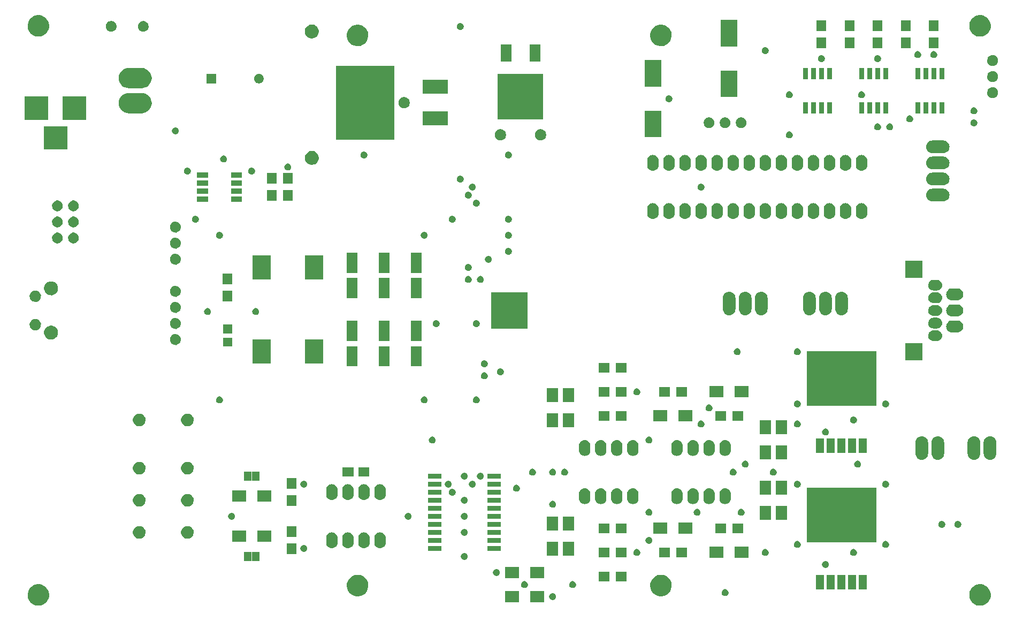
<source format=gts>
G04 #@! TF.FileFunction,Soldermask,Top*
%FSLAX46Y46*%
G04 Gerber Fmt 4.6, Leading zero omitted, Abs format (unit mm)*
G04 Created by KiCad (PCBNEW 4.0.0-rc1-stable) date 2015/11/17 23:35:27*
%MOMM*%
G01*
G04 APERTURE LIST*
%ADD10C,0.150000*%
G04 APERTURE END LIST*
D10*
G36*
X33178614Y-118300601D02*
X33505295Y-118367659D01*
X33812726Y-118496891D01*
X34089204Y-118683377D01*
X34324195Y-118920015D01*
X34508747Y-119197787D01*
X34635829Y-119506112D01*
X34700537Y-119832911D01*
X34700537Y-119832920D01*
X34700603Y-119833254D01*
X34695284Y-120214164D01*
X34695208Y-120214498D01*
X34695208Y-120214510D01*
X34621403Y-120539367D01*
X34485759Y-120844028D01*
X34293524Y-121116538D01*
X34052015Y-121346524D01*
X33770443Y-121525214D01*
X33459519Y-121645815D01*
X33131097Y-121703724D01*
X32797678Y-121696740D01*
X32471960Y-121625126D01*
X32166365Y-121491615D01*
X31892519Y-121301287D01*
X31660854Y-121061391D01*
X31480202Y-120781073D01*
X31357435Y-120471000D01*
X31297232Y-120142982D01*
X31301889Y-119809525D01*
X31371225Y-119483324D01*
X31502603Y-119176798D01*
X31691014Y-118901631D01*
X31929286Y-118668297D01*
X32208338Y-118485690D01*
X32517546Y-118360762D01*
X32845127Y-118298272D01*
X33178614Y-118300601D01*
X33178614Y-118300601D01*
G37*
G36*
X182178614Y-118300601D02*
X182505295Y-118367659D01*
X182812726Y-118496891D01*
X183089204Y-118683377D01*
X183324195Y-118920015D01*
X183508747Y-119197787D01*
X183635829Y-119506112D01*
X183700537Y-119832911D01*
X183700537Y-119832920D01*
X183700603Y-119833254D01*
X183695284Y-120214164D01*
X183695208Y-120214498D01*
X183695208Y-120214510D01*
X183621403Y-120539367D01*
X183485759Y-120844028D01*
X183293524Y-121116538D01*
X183052015Y-121346524D01*
X182770443Y-121525214D01*
X182459519Y-121645815D01*
X182131097Y-121703724D01*
X181797678Y-121696740D01*
X181471960Y-121625126D01*
X181166365Y-121491615D01*
X180892519Y-121301287D01*
X180660854Y-121061391D01*
X180480202Y-120781073D01*
X180357435Y-120471000D01*
X180297232Y-120142982D01*
X180301889Y-119809525D01*
X180371225Y-119483324D01*
X180502603Y-119176798D01*
X180691014Y-118901631D01*
X180929286Y-118668297D01*
X181208338Y-118485690D01*
X181517546Y-118360762D01*
X181845127Y-118298272D01*
X182178614Y-118300601D01*
X182178614Y-118300601D01*
G37*
G36*
X113015000Y-121150000D02*
X110815000Y-121150000D01*
X110815000Y-119350000D01*
X113015000Y-119350000D01*
X113015000Y-121150000D01*
X113015000Y-121150000D01*
G37*
G36*
X109015000Y-121150000D02*
X106815000Y-121150000D01*
X106815000Y-119350000D01*
X109015000Y-119350000D01*
X109015000Y-121150000D01*
X109015000Y-121150000D01*
G37*
G36*
X114417191Y-119705860D02*
X114521794Y-119727332D01*
X114620230Y-119768711D01*
X114708760Y-119828425D01*
X114784000Y-119904192D01*
X114843096Y-119993137D01*
X114883784Y-120091856D01*
X114904458Y-120196265D01*
X114904458Y-120196275D01*
X114904524Y-120196609D01*
X114902821Y-120318574D01*
X114902745Y-120318908D01*
X114902745Y-120318919D01*
X114879166Y-120422702D01*
X114835733Y-120520253D01*
X114774181Y-120607509D01*
X114696848Y-120681152D01*
X114606693Y-120738366D01*
X114507136Y-120776983D01*
X114401978Y-120795524D01*
X114295219Y-120793289D01*
X114190921Y-120770357D01*
X114093074Y-120727609D01*
X114005391Y-120666667D01*
X113931212Y-120589852D01*
X113873367Y-120500095D01*
X113834058Y-120400813D01*
X113814781Y-120295780D01*
X113816273Y-120189010D01*
X113838473Y-120084564D01*
X113880541Y-119986414D01*
X113940869Y-119898307D01*
X114017163Y-119823593D01*
X114106514Y-119765124D01*
X114205521Y-119725123D01*
X114310409Y-119705115D01*
X114417191Y-119705860D01*
X114417191Y-119705860D01*
G37*
G36*
X131678558Y-116801130D02*
X132005138Y-116868168D01*
X132312473Y-116997359D01*
X132588865Y-117183787D01*
X132823783Y-117420352D01*
X133008277Y-117698036D01*
X133135320Y-118006266D01*
X133200008Y-118332963D01*
X133200008Y-118332977D01*
X133200073Y-118333306D01*
X133194756Y-118714097D01*
X133194680Y-118714431D01*
X133194680Y-118714443D01*
X133120898Y-119039199D01*
X132985296Y-119343765D01*
X132793122Y-119616190D01*
X132551687Y-119846105D01*
X132270203Y-120024740D01*
X131959376Y-120145303D01*
X131631056Y-120203193D01*
X131297741Y-120196212D01*
X130972125Y-120124620D01*
X130666624Y-119991151D01*
X130392864Y-119800882D01*
X130161271Y-119561060D01*
X129980675Y-119280830D01*
X129857946Y-118970853D01*
X129797762Y-118642938D01*
X129802418Y-118309584D01*
X129871732Y-117983485D01*
X130003069Y-117677055D01*
X130191421Y-117401973D01*
X130429619Y-117168711D01*
X130708585Y-116986161D01*
X131017697Y-116861272D01*
X131345176Y-116798802D01*
X131678558Y-116801130D01*
X131678558Y-116801130D01*
G37*
G36*
X83678558Y-116801130D02*
X84005138Y-116868168D01*
X84312473Y-116997359D01*
X84588865Y-117183787D01*
X84823783Y-117420352D01*
X85008277Y-117698036D01*
X85135320Y-118006266D01*
X85200008Y-118332963D01*
X85200008Y-118332977D01*
X85200073Y-118333306D01*
X85194756Y-118714097D01*
X85194680Y-118714431D01*
X85194680Y-118714443D01*
X85120898Y-119039199D01*
X84985296Y-119343765D01*
X84793122Y-119616190D01*
X84551687Y-119846105D01*
X84270203Y-120024740D01*
X83959376Y-120145303D01*
X83631056Y-120203193D01*
X83297741Y-120196212D01*
X82972125Y-120124620D01*
X82666624Y-119991151D01*
X82392864Y-119800882D01*
X82161271Y-119561060D01*
X81980675Y-119280830D01*
X81857946Y-118970853D01*
X81797762Y-118642938D01*
X81802418Y-118309584D01*
X81871732Y-117983485D01*
X82003069Y-117677055D01*
X82191421Y-117401973D01*
X82429619Y-117168711D01*
X82708585Y-116986161D01*
X83017697Y-116861272D01*
X83345176Y-116798802D01*
X83678558Y-116801130D01*
X83678558Y-116801130D01*
G37*
G36*
X141722191Y-119070860D02*
X141826794Y-119092332D01*
X141925230Y-119133711D01*
X142013760Y-119193425D01*
X142089000Y-119269192D01*
X142148096Y-119358137D01*
X142188784Y-119456856D01*
X142209458Y-119561265D01*
X142209458Y-119561275D01*
X142209524Y-119561609D01*
X142207821Y-119683574D01*
X142207745Y-119683908D01*
X142207745Y-119683919D01*
X142184166Y-119787702D01*
X142140733Y-119885253D01*
X142079181Y-119972509D01*
X142001848Y-120046152D01*
X141911693Y-120103366D01*
X141812136Y-120141983D01*
X141706978Y-120160524D01*
X141600219Y-120158289D01*
X141495921Y-120135357D01*
X141398074Y-120092609D01*
X141310391Y-120031667D01*
X141236212Y-119954852D01*
X141178367Y-119865095D01*
X141139058Y-119765813D01*
X141119781Y-119660780D01*
X141121273Y-119554010D01*
X141143473Y-119449564D01*
X141185541Y-119351414D01*
X141245869Y-119263307D01*
X141322163Y-119188593D01*
X141411514Y-119130124D01*
X141510521Y-119090123D01*
X141615409Y-119070115D01*
X141722191Y-119070860D01*
X141722191Y-119070860D01*
G37*
G36*
X164118600Y-119164320D02*
X162848600Y-119164320D01*
X162848600Y-116804320D01*
X164118600Y-116804320D01*
X164118600Y-119164320D01*
X164118600Y-119164320D01*
G37*
G36*
X157311400Y-119164320D02*
X156041400Y-119164320D01*
X156041400Y-116804320D01*
X157311400Y-116804320D01*
X157311400Y-119164320D01*
X157311400Y-119164320D01*
G37*
G36*
X159013200Y-119164320D02*
X157743200Y-119164320D01*
X157743200Y-116804320D01*
X159013200Y-116804320D01*
X159013200Y-119164320D01*
X159013200Y-119164320D01*
G37*
G36*
X160715000Y-119164320D02*
X159445000Y-119164320D01*
X159445000Y-116804320D01*
X160715000Y-116804320D01*
X160715000Y-119164320D01*
X160715000Y-119164320D01*
G37*
G36*
X162416800Y-119164320D02*
X161146800Y-119164320D01*
X161146800Y-116804320D01*
X162416800Y-116804320D01*
X162416800Y-119164320D01*
X162416800Y-119164320D01*
G37*
G36*
X117592191Y-117800860D02*
X117696794Y-117822332D01*
X117795230Y-117863711D01*
X117883760Y-117923425D01*
X117959000Y-117999192D01*
X118018096Y-118088137D01*
X118058784Y-118186856D01*
X118079458Y-118291265D01*
X118079458Y-118291275D01*
X118079524Y-118291609D01*
X118077821Y-118413574D01*
X118077745Y-118413908D01*
X118077745Y-118413919D01*
X118054166Y-118517702D01*
X118010733Y-118615253D01*
X117949181Y-118702509D01*
X117871848Y-118776152D01*
X117781693Y-118833366D01*
X117682136Y-118871983D01*
X117576978Y-118890524D01*
X117470219Y-118888289D01*
X117365921Y-118865357D01*
X117268074Y-118822609D01*
X117180391Y-118761667D01*
X117106212Y-118684852D01*
X117048367Y-118595095D01*
X117009058Y-118495813D01*
X116989781Y-118390780D01*
X116991273Y-118284010D01*
X117013473Y-118179564D01*
X117055541Y-118081414D01*
X117115869Y-117993307D01*
X117192163Y-117918593D01*
X117281514Y-117860124D01*
X117380521Y-117820123D01*
X117485409Y-117800115D01*
X117592191Y-117800860D01*
X117592191Y-117800860D01*
G37*
G36*
X109972191Y-117800860D02*
X110076794Y-117822332D01*
X110175230Y-117863711D01*
X110263760Y-117923425D01*
X110339000Y-117999192D01*
X110398096Y-118088137D01*
X110438784Y-118186856D01*
X110459458Y-118291265D01*
X110459458Y-118291275D01*
X110459524Y-118291609D01*
X110457821Y-118413574D01*
X110457745Y-118413908D01*
X110457745Y-118413919D01*
X110434166Y-118517702D01*
X110390733Y-118615253D01*
X110329181Y-118702509D01*
X110251848Y-118776152D01*
X110161693Y-118833366D01*
X110062136Y-118871983D01*
X109956978Y-118890524D01*
X109850219Y-118888289D01*
X109745921Y-118865357D01*
X109648074Y-118822609D01*
X109560391Y-118761667D01*
X109486212Y-118684852D01*
X109428367Y-118595095D01*
X109389058Y-118495813D01*
X109369781Y-118390780D01*
X109371273Y-118284010D01*
X109393473Y-118179564D01*
X109435541Y-118081414D01*
X109495869Y-117993307D01*
X109572163Y-117918593D01*
X109661514Y-117860124D01*
X109760521Y-117820123D01*
X109865409Y-117800115D01*
X109972191Y-117800860D01*
X109972191Y-117800860D01*
G37*
G36*
X126085000Y-117825000D02*
X124385000Y-117825000D01*
X124385000Y-116325000D01*
X126085000Y-116325000D01*
X126085000Y-117825000D01*
X126085000Y-117825000D01*
G37*
G36*
X123385000Y-117825000D02*
X121685000Y-117825000D01*
X121685000Y-116325000D01*
X123385000Y-116325000D01*
X123385000Y-117825000D01*
X123385000Y-117825000D01*
G37*
G36*
X113015000Y-117340000D02*
X110815000Y-117340000D01*
X110815000Y-115540000D01*
X113015000Y-115540000D01*
X113015000Y-117340000D01*
X113015000Y-117340000D01*
G37*
G36*
X109015000Y-117340000D02*
X106815000Y-117340000D01*
X106815000Y-115540000D01*
X109015000Y-115540000D01*
X109015000Y-117340000D01*
X109015000Y-117340000D01*
G37*
G36*
X105527191Y-115895860D02*
X105631794Y-115917332D01*
X105730230Y-115958711D01*
X105818760Y-116018425D01*
X105894000Y-116094192D01*
X105953096Y-116183137D01*
X105993784Y-116281856D01*
X106014458Y-116386265D01*
X106014458Y-116386275D01*
X106014524Y-116386609D01*
X106012821Y-116508574D01*
X106012745Y-116508908D01*
X106012745Y-116508919D01*
X105989166Y-116612702D01*
X105945733Y-116710253D01*
X105884181Y-116797509D01*
X105806848Y-116871152D01*
X105716693Y-116928366D01*
X105617136Y-116966983D01*
X105511978Y-116985524D01*
X105405219Y-116983289D01*
X105300921Y-116960357D01*
X105203074Y-116917609D01*
X105115391Y-116856667D01*
X105041212Y-116779852D01*
X104983367Y-116690095D01*
X104944058Y-116590813D01*
X104924781Y-116485780D01*
X104926273Y-116379010D01*
X104948473Y-116274564D01*
X104990541Y-116176414D01*
X105050869Y-116088307D01*
X105127163Y-116013593D01*
X105216514Y-115955124D01*
X105315521Y-115915123D01*
X105420409Y-115895115D01*
X105527191Y-115895860D01*
X105527191Y-115895860D01*
G37*
G36*
X157597191Y-114625860D02*
X157701794Y-114647332D01*
X157800230Y-114688711D01*
X157888760Y-114748425D01*
X157964000Y-114824192D01*
X158023096Y-114913137D01*
X158063784Y-115011856D01*
X158084458Y-115116265D01*
X158084458Y-115116275D01*
X158084524Y-115116609D01*
X158082821Y-115238574D01*
X158082745Y-115238908D01*
X158082745Y-115238919D01*
X158059166Y-115342702D01*
X158015733Y-115440253D01*
X157954181Y-115527509D01*
X157876848Y-115601152D01*
X157786693Y-115658366D01*
X157687136Y-115696983D01*
X157581978Y-115715524D01*
X157475219Y-115713289D01*
X157370921Y-115690357D01*
X157273074Y-115647609D01*
X157185391Y-115586667D01*
X157111212Y-115509852D01*
X157053367Y-115420095D01*
X157014058Y-115320813D01*
X156994781Y-115215780D01*
X156996273Y-115109010D01*
X157018473Y-115004564D01*
X157060541Y-114906414D01*
X157120869Y-114818307D01*
X157197163Y-114743593D01*
X157286514Y-114685124D01*
X157385521Y-114645123D01*
X157490409Y-114625115D01*
X157597191Y-114625860D01*
X157597191Y-114625860D01*
G37*
G36*
X66682600Y-114635000D02*
X65517400Y-114635000D01*
X65517400Y-113165000D01*
X66682600Y-113165000D01*
X66682600Y-114635000D01*
X66682600Y-114635000D01*
G37*
G36*
X67952600Y-114635000D02*
X66787400Y-114635000D01*
X66787400Y-113165000D01*
X67952600Y-113165000D01*
X67952600Y-114635000D01*
X67952600Y-114635000D01*
G37*
G36*
X100447191Y-113355860D02*
X100551794Y-113377332D01*
X100650230Y-113418711D01*
X100738760Y-113478425D01*
X100814000Y-113554192D01*
X100873096Y-113643137D01*
X100913784Y-113741856D01*
X100934458Y-113846265D01*
X100934458Y-113846275D01*
X100934524Y-113846609D01*
X100932821Y-113968574D01*
X100932745Y-113968908D01*
X100932745Y-113968919D01*
X100909166Y-114072702D01*
X100865733Y-114170253D01*
X100804181Y-114257509D01*
X100726848Y-114331152D01*
X100636693Y-114388366D01*
X100537136Y-114426983D01*
X100431978Y-114445524D01*
X100325219Y-114443289D01*
X100220921Y-114420357D01*
X100123074Y-114377609D01*
X100035391Y-114316667D01*
X99961212Y-114239852D01*
X99903367Y-114150095D01*
X99864058Y-114050813D01*
X99844781Y-113945780D01*
X99846273Y-113839010D01*
X99868473Y-113734564D01*
X99910541Y-113636414D01*
X99970869Y-113548307D01*
X100047163Y-113473593D01*
X100136514Y-113415124D01*
X100235521Y-113375123D01*
X100340409Y-113355115D01*
X100447191Y-113355860D01*
X100447191Y-113355860D01*
G37*
G36*
X141400000Y-114165000D02*
X139200000Y-114165000D01*
X139200000Y-112365000D01*
X141400000Y-112365000D01*
X141400000Y-114165000D01*
X141400000Y-114165000D01*
G37*
G36*
X145400000Y-114165000D02*
X143200000Y-114165000D01*
X143200000Y-112365000D01*
X145400000Y-112365000D01*
X145400000Y-114165000D01*
X145400000Y-114165000D01*
G37*
G36*
X135610000Y-114015000D02*
X133910000Y-114015000D01*
X133910000Y-112515000D01*
X135610000Y-112515000D01*
X135610000Y-114015000D01*
X135610000Y-114015000D01*
G37*
G36*
X132910000Y-114015000D02*
X131210000Y-114015000D01*
X131210000Y-112515000D01*
X132910000Y-112515000D01*
X132910000Y-114015000D01*
X132910000Y-114015000D01*
G37*
G36*
X123385000Y-114015000D02*
X121685000Y-114015000D01*
X121685000Y-112515000D01*
X123385000Y-112515000D01*
X123385000Y-114015000D01*
X123385000Y-114015000D01*
G37*
G36*
X126085000Y-114015000D02*
X124385000Y-114015000D01*
X124385000Y-112515000D01*
X126085000Y-112515000D01*
X126085000Y-114015000D01*
X126085000Y-114015000D01*
G37*
G36*
X115260000Y-113825000D02*
X113460000Y-113825000D01*
X113460000Y-111625000D01*
X115260000Y-111625000D01*
X115260000Y-113825000D01*
X115260000Y-113825000D01*
G37*
G36*
X117800000Y-113825000D02*
X116000000Y-113825000D01*
X116000000Y-111625000D01*
X117800000Y-111625000D01*
X117800000Y-113825000D01*
X117800000Y-113825000D01*
G37*
G36*
X127752191Y-112720860D02*
X127856794Y-112742332D01*
X127955230Y-112783711D01*
X128043760Y-112843425D01*
X128119000Y-112919192D01*
X128178096Y-113008137D01*
X128218784Y-113106856D01*
X128239458Y-113211265D01*
X128239458Y-113211275D01*
X128239524Y-113211609D01*
X128237821Y-113333574D01*
X128237745Y-113333908D01*
X128237745Y-113333919D01*
X128214166Y-113437702D01*
X128170733Y-113535253D01*
X128109181Y-113622509D01*
X128031848Y-113696152D01*
X127941693Y-113753366D01*
X127842136Y-113791983D01*
X127736978Y-113810524D01*
X127630219Y-113808289D01*
X127525921Y-113785357D01*
X127428074Y-113742609D01*
X127340391Y-113681667D01*
X127266212Y-113604852D01*
X127208367Y-113515095D01*
X127169058Y-113415813D01*
X127149781Y-113310780D01*
X127151273Y-113204010D01*
X127173473Y-113099564D01*
X127215541Y-113001414D01*
X127275869Y-112913307D01*
X127352163Y-112838593D01*
X127441514Y-112780124D01*
X127540521Y-112740123D01*
X127645409Y-112720115D01*
X127752191Y-112720860D01*
X127752191Y-112720860D01*
G37*
G36*
X148072191Y-112720860D02*
X148176794Y-112742332D01*
X148275230Y-112783711D01*
X148363760Y-112843425D01*
X148439000Y-112919192D01*
X148498096Y-113008137D01*
X148538784Y-113106856D01*
X148559458Y-113211265D01*
X148559458Y-113211275D01*
X148559524Y-113211609D01*
X148557821Y-113333574D01*
X148557745Y-113333908D01*
X148557745Y-113333919D01*
X148534166Y-113437702D01*
X148490733Y-113535253D01*
X148429181Y-113622509D01*
X148351848Y-113696152D01*
X148261693Y-113753366D01*
X148162136Y-113791983D01*
X148056978Y-113810524D01*
X147950219Y-113808289D01*
X147845921Y-113785357D01*
X147748074Y-113742609D01*
X147660391Y-113681667D01*
X147586212Y-113604852D01*
X147528367Y-113515095D01*
X147489058Y-113415813D01*
X147469781Y-113310780D01*
X147471273Y-113204010D01*
X147493473Y-113099564D01*
X147535541Y-113001414D01*
X147595869Y-112913307D01*
X147672163Y-112838593D01*
X147761514Y-112780124D01*
X147860521Y-112740123D01*
X147965409Y-112720115D01*
X148072191Y-112720860D01*
X148072191Y-112720860D01*
G37*
G36*
X162042191Y-112720860D02*
X162146794Y-112742332D01*
X162245230Y-112783711D01*
X162333760Y-112843425D01*
X162409000Y-112919192D01*
X162468096Y-113008137D01*
X162508784Y-113106856D01*
X162529458Y-113211265D01*
X162529458Y-113211275D01*
X162529524Y-113211609D01*
X162527821Y-113333574D01*
X162527745Y-113333908D01*
X162527745Y-113333919D01*
X162504166Y-113437702D01*
X162460733Y-113535253D01*
X162399181Y-113622509D01*
X162321848Y-113696152D01*
X162231693Y-113753366D01*
X162132136Y-113791983D01*
X162026978Y-113810524D01*
X161920219Y-113808289D01*
X161815921Y-113785357D01*
X161718074Y-113742609D01*
X161630391Y-113681667D01*
X161556212Y-113604852D01*
X161498367Y-113515095D01*
X161459058Y-113415813D01*
X161439781Y-113310780D01*
X161441273Y-113204010D01*
X161463473Y-113099564D01*
X161505541Y-113001414D01*
X161565869Y-112913307D01*
X161642163Y-112838593D01*
X161731514Y-112780124D01*
X161830521Y-112740123D01*
X161935409Y-112720115D01*
X162042191Y-112720860D01*
X162042191Y-112720860D01*
G37*
G36*
X73835000Y-113560000D02*
X72335000Y-113560000D01*
X72335000Y-111860000D01*
X73835000Y-111860000D01*
X73835000Y-113560000D01*
X73835000Y-113560000D01*
G37*
G36*
X75047191Y-112085860D02*
X75151794Y-112107332D01*
X75250230Y-112148711D01*
X75338760Y-112208425D01*
X75414000Y-112284192D01*
X75473096Y-112373137D01*
X75513784Y-112471856D01*
X75534458Y-112576265D01*
X75534458Y-112576275D01*
X75534524Y-112576609D01*
X75532821Y-112698574D01*
X75532745Y-112698908D01*
X75532745Y-112698919D01*
X75509166Y-112802702D01*
X75465733Y-112900253D01*
X75404181Y-112987509D01*
X75326848Y-113061152D01*
X75236693Y-113118366D01*
X75137136Y-113156983D01*
X75031978Y-113175524D01*
X74925219Y-113173289D01*
X74820921Y-113150357D01*
X74723074Y-113107609D01*
X74635391Y-113046667D01*
X74561212Y-112969852D01*
X74503367Y-112880095D01*
X74464058Y-112780813D01*
X74444781Y-112675780D01*
X74446273Y-112569010D01*
X74468473Y-112464564D01*
X74510541Y-112366414D01*
X74570869Y-112278307D01*
X74647163Y-112203593D01*
X74736514Y-112145124D01*
X74835521Y-112105123D01*
X74940409Y-112085115D01*
X75047191Y-112085860D01*
X75047191Y-112085860D01*
G37*
G36*
X106165000Y-113030000D02*
X104015000Y-113030000D01*
X104015000Y-112230000D01*
X106165000Y-112230000D01*
X106165000Y-113030000D01*
X106165000Y-113030000D01*
G37*
G36*
X96765000Y-113030000D02*
X94615000Y-113030000D01*
X94615000Y-112230000D01*
X96765000Y-112230000D01*
X96765000Y-113030000D01*
X96765000Y-113030000D01*
G37*
G36*
X82155922Y-110122328D02*
X82155927Y-110122329D01*
X82155970Y-110122334D01*
X82323764Y-110174275D01*
X82478274Y-110257818D01*
X82613614Y-110369781D01*
X82724629Y-110505900D01*
X82807091Y-110660989D01*
X82857860Y-110829141D01*
X82875000Y-111003952D01*
X82875000Y-111716048D01*
X82874912Y-111728614D01*
X82855333Y-111903169D01*
X82802222Y-112070596D01*
X82717602Y-112224518D01*
X82604697Y-112359073D01*
X82467807Y-112469136D01*
X82312146Y-112550513D01*
X82143643Y-112600107D01*
X82143609Y-112600110D01*
X82143596Y-112600114D01*
X81968720Y-112616029D01*
X81794078Y-112597672D01*
X81794073Y-112597671D01*
X81794030Y-112597666D01*
X81626236Y-112545725D01*
X81471726Y-112462182D01*
X81336386Y-112350219D01*
X81225371Y-112214100D01*
X81142909Y-112059011D01*
X81092140Y-111890859D01*
X81075000Y-111716048D01*
X81075000Y-111003952D01*
X81075088Y-110991386D01*
X81094667Y-110816831D01*
X81147778Y-110649404D01*
X81232398Y-110495482D01*
X81345303Y-110360927D01*
X81482193Y-110250864D01*
X81637854Y-110169487D01*
X81806357Y-110119893D01*
X81806391Y-110119890D01*
X81806404Y-110119886D01*
X81981280Y-110103971D01*
X82155922Y-110122328D01*
X82155922Y-110122328D01*
G37*
G36*
X87235922Y-110122328D02*
X87235927Y-110122329D01*
X87235970Y-110122334D01*
X87403764Y-110174275D01*
X87558274Y-110257818D01*
X87693614Y-110369781D01*
X87804629Y-110505900D01*
X87887091Y-110660989D01*
X87937860Y-110829141D01*
X87955000Y-111003952D01*
X87955000Y-111716048D01*
X87954912Y-111728614D01*
X87935333Y-111903169D01*
X87882222Y-112070596D01*
X87797602Y-112224518D01*
X87684697Y-112359073D01*
X87547807Y-112469136D01*
X87392146Y-112550513D01*
X87223643Y-112600107D01*
X87223609Y-112600110D01*
X87223596Y-112600114D01*
X87048720Y-112616029D01*
X86874078Y-112597672D01*
X86874073Y-112597671D01*
X86874030Y-112597666D01*
X86706236Y-112545725D01*
X86551726Y-112462182D01*
X86416386Y-112350219D01*
X86305371Y-112214100D01*
X86222909Y-112059011D01*
X86172140Y-111890859D01*
X86155000Y-111716048D01*
X86155000Y-111003952D01*
X86155088Y-110991386D01*
X86174667Y-110816831D01*
X86227778Y-110649404D01*
X86312398Y-110495482D01*
X86425303Y-110360927D01*
X86562193Y-110250864D01*
X86717854Y-110169487D01*
X86886357Y-110119893D01*
X86886391Y-110119890D01*
X86886404Y-110119886D01*
X87061280Y-110103971D01*
X87235922Y-110122328D01*
X87235922Y-110122328D01*
G37*
G36*
X84695922Y-110122328D02*
X84695927Y-110122329D01*
X84695970Y-110122334D01*
X84863764Y-110174275D01*
X85018274Y-110257818D01*
X85153614Y-110369781D01*
X85264629Y-110505900D01*
X85347091Y-110660989D01*
X85397860Y-110829141D01*
X85415000Y-111003952D01*
X85415000Y-111716048D01*
X85414912Y-111728614D01*
X85395333Y-111903169D01*
X85342222Y-112070596D01*
X85257602Y-112224518D01*
X85144697Y-112359073D01*
X85007807Y-112469136D01*
X84852146Y-112550513D01*
X84683643Y-112600107D01*
X84683609Y-112600110D01*
X84683596Y-112600114D01*
X84508720Y-112616029D01*
X84334078Y-112597672D01*
X84334073Y-112597671D01*
X84334030Y-112597666D01*
X84166236Y-112545725D01*
X84011726Y-112462182D01*
X83876386Y-112350219D01*
X83765371Y-112214100D01*
X83682909Y-112059011D01*
X83632140Y-111890859D01*
X83615000Y-111716048D01*
X83615000Y-111003952D01*
X83615088Y-110991386D01*
X83634667Y-110816831D01*
X83687778Y-110649404D01*
X83772398Y-110495482D01*
X83885303Y-110360927D01*
X84022193Y-110250864D01*
X84177854Y-110169487D01*
X84346357Y-110119893D01*
X84346391Y-110119890D01*
X84346404Y-110119886D01*
X84521280Y-110103971D01*
X84695922Y-110122328D01*
X84695922Y-110122328D01*
G37*
G36*
X79615922Y-110122328D02*
X79615927Y-110122329D01*
X79615970Y-110122334D01*
X79783764Y-110174275D01*
X79938274Y-110257818D01*
X80073614Y-110369781D01*
X80184629Y-110505900D01*
X80267091Y-110660989D01*
X80317860Y-110829141D01*
X80335000Y-111003952D01*
X80335000Y-111716048D01*
X80334912Y-111728614D01*
X80315333Y-111903169D01*
X80262222Y-112070596D01*
X80177602Y-112224518D01*
X80064697Y-112359073D01*
X79927807Y-112469136D01*
X79772146Y-112550513D01*
X79603643Y-112600107D01*
X79603609Y-112600110D01*
X79603596Y-112600114D01*
X79428720Y-112616029D01*
X79254078Y-112597672D01*
X79254073Y-112597671D01*
X79254030Y-112597666D01*
X79086236Y-112545725D01*
X78931726Y-112462182D01*
X78796386Y-112350219D01*
X78685371Y-112214100D01*
X78602909Y-112059011D01*
X78552140Y-111890859D01*
X78535000Y-111716048D01*
X78535000Y-111003952D01*
X78535088Y-110991386D01*
X78554667Y-110816831D01*
X78607778Y-110649404D01*
X78692398Y-110495482D01*
X78805303Y-110360927D01*
X78942193Y-110250864D01*
X79097854Y-110169487D01*
X79266357Y-110119893D01*
X79266391Y-110119890D01*
X79266404Y-110119886D01*
X79441280Y-110103971D01*
X79615922Y-110122328D01*
X79615922Y-110122328D01*
G37*
G36*
X153152191Y-111450860D02*
X153256794Y-111472332D01*
X153355230Y-111513711D01*
X153443760Y-111573425D01*
X153519000Y-111649192D01*
X153578096Y-111738137D01*
X153618784Y-111836856D01*
X153639458Y-111941265D01*
X153639458Y-111941275D01*
X153639524Y-111941609D01*
X153637821Y-112063574D01*
X153637745Y-112063908D01*
X153637745Y-112063919D01*
X153614166Y-112167702D01*
X153570733Y-112265253D01*
X153509181Y-112352509D01*
X153431848Y-112426152D01*
X153341693Y-112483366D01*
X153242136Y-112521983D01*
X153136978Y-112540524D01*
X153030219Y-112538289D01*
X152925921Y-112515357D01*
X152828074Y-112472609D01*
X152740391Y-112411667D01*
X152666212Y-112334852D01*
X152608367Y-112245095D01*
X152569058Y-112145813D01*
X152549781Y-112040780D01*
X152551273Y-111934010D01*
X152573473Y-111829564D01*
X152615541Y-111731414D01*
X152675869Y-111643307D01*
X152752163Y-111568593D01*
X152841514Y-111510124D01*
X152940521Y-111470123D01*
X153045409Y-111450115D01*
X153152191Y-111450860D01*
X153152191Y-111450860D01*
G37*
G36*
X167122191Y-111450860D02*
X167226794Y-111472332D01*
X167325230Y-111513711D01*
X167413760Y-111573425D01*
X167489000Y-111649192D01*
X167548096Y-111738137D01*
X167588784Y-111836856D01*
X167609458Y-111941265D01*
X167609458Y-111941275D01*
X167609524Y-111941609D01*
X167607821Y-112063574D01*
X167607745Y-112063908D01*
X167607745Y-112063919D01*
X167584166Y-112167702D01*
X167540733Y-112265253D01*
X167479181Y-112352509D01*
X167401848Y-112426152D01*
X167311693Y-112483366D01*
X167212136Y-112521983D01*
X167106978Y-112540524D01*
X167000219Y-112538289D01*
X166895921Y-112515357D01*
X166798074Y-112472609D01*
X166710391Y-112411667D01*
X166636212Y-112334852D01*
X166578367Y-112245095D01*
X166539058Y-112145813D01*
X166519781Y-112040780D01*
X166521273Y-111934010D01*
X166543473Y-111829564D01*
X166585541Y-111731414D01*
X166645869Y-111643307D01*
X166722163Y-111568593D01*
X166811514Y-111510124D01*
X166910521Y-111470123D01*
X167015409Y-111450115D01*
X167122191Y-111450860D01*
X167122191Y-111450860D01*
G37*
G36*
X129657191Y-110815860D02*
X129761794Y-110837332D01*
X129860230Y-110878711D01*
X129948760Y-110938425D01*
X130024000Y-111014192D01*
X130083096Y-111103137D01*
X130123784Y-111201856D01*
X130144458Y-111306265D01*
X130144458Y-111306275D01*
X130144524Y-111306609D01*
X130142821Y-111428574D01*
X130142745Y-111428908D01*
X130142745Y-111428919D01*
X130119166Y-111532702D01*
X130075733Y-111630253D01*
X130014181Y-111717509D01*
X129936848Y-111791152D01*
X129846693Y-111848366D01*
X129747136Y-111886983D01*
X129641978Y-111905524D01*
X129535219Y-111903289D01*
X129430921Y-111880357D01*
X129333074Y-111837609D01*
X129245391Y-111776667D01*
X129171212Y-111699852D01*
X129113367Y-111610095D01*
X129074058Y-111510813D01*
X129054781Y-111405780D01*
X129056273Y-111299010D01*
X129078473Y-111194564D01*
X129120541Y-111096414D01*
X129180869Y-111008307D01*
X129257163Y-110933593D01*
X129346514Y-110875124D01*
X129445521Y-110835123D01*
X129550409Y-110815115D01*
X129657191Y-110815860D01*
X129657191Y-110815860D01*
G37*
G36*
X96765000Y-111760000D02*
X94615000Y-111760000D01*
X94615000Y-110960000D01*
X96765000Y-110960000D01*
X96765000Y-111760000D01*
X96765000Y-111760000D01*
G37*
G36*
X106165000Y-111760000D02*
X104015000Y-111760000D01*
X104015000Y-110960000D01*
X106165000Y-110960000D01*
X106165000Y-111760000D01*
X106165000Y-111760000D01*
G37*
G36*
X165577500Y-111696800D02*
X154582500Y-111696800D01*
X154582500Y-102996800D01*
X165577500Y-102996800D01*
X165577500Y-111696800D01*
X165577500Y-111696800D01*
G37*
G36*
X69835000Y-111625000D02*
X67635000Y-111625000D01*
X67635000Y-109825000D01*
X69835000Y-109825000D01*
X69835000Y-111625000D01*
X69835000Y-111625000D01*
G37*
G36*
X65835000Y-111625000D02*
X63635000Y-111625000D01*
X63635000Y-109825000D01*
X65835000Y-109825000D01*
X65835000Y-111625000D01*
X65835000Y-111625000D01*
G37*
G36*
X56679946Y-109091504D02*
X56871891Y-109130905D01*
X57052523Y-109206836D01*
X57214970Y-109316407D01*
X57353042Y-109455447D01*
X57461477Y-109618654D01*
X57536145Y-109799811D01*
X57574137Y-109991684D01*
X57574137Y-109991693D01*
X57574203Y-109992027D01*
X57571078Y-110215834D01*
X57571001Y-110216172D01*
X57571001Y-110216180D01*
X57527669Y-110406909D01*
X57447970Y-110585915D01*
X57335021Y-110746031D01*
X57193118Y-110881162D01*
X57027680Y-110986152D01*
X56844994Y-111057013D01*
X56652028Y-111091037D01*
X56456125Y-111086934D01*
X56264744Y-111044856D01*
X56085191Y-110966411D01*
X55924291Y-110854582D01*
X55788173Y-110713628D01*
X55682030Y-110548927D01*
X55609897Y-110366741D01*
X55574524Y-110174009D01*
X55577261Y-109978084D01*
X55617999Y-109786424D01*
X55695192Y-109606321D01*
X55805894Y-109444644D01*
X55945894Y-109307546D01*
X56109853Y-109200254D01*
X56291530Y-109126852D01*
X56484002Y-109090136D01*
X56679946Y-109091504D01*
X56679946Y-109091504D01*
G37*
G36*
X49059946Y-109091504D02*
X49251891Y-109130905D01*
X49432523Y-109206836D01*
X49594970Y-109316407D01*
X49733042Y-109455447D01*
X49841477Y-109618654D01*
X49916145Y-109799811D01*
X49954137Y-109991684D01*
X49954137Y-109991693D01*
X49954203Y-109992027D01*
X49951078Y-110215834D01*
X49951001Y-110216172D01*
X49951001Y-110216180D01*
X49907669Y-110406909D01*
X49827970Y-110585915D01*
X49715021Y-110746031D01*
X49573118Y-110881162D01*
X49407680Y-110986152D01*
X49224994Y-111057013D01*
X49032028Y-111091037D01*
X48836125Y-111086934D01*
X48644744Y-111044856D01*
X48465191Y-110966411D01*
X48304291Y-110854582D01*
X48168173Y-110713628D01*
X48062030Y-110548927D01*
X47989897Y-110366741D01*
X47954524Y-110174009D01*
X47957261Y-109978084D01*
X47997999Y-109786424D01*
X48075192Y-109606321D01*
X48185894Y-109444644D01*
X48325894Y-109307546D01*
X48489853Y-109200254D01*
X48671530Y-109126852D01*
X48864002Y-109090136D01*
X49059946Y-109091504D01*
X49059946Y-109091504D01*
G37*
G36*
X73835000Y-110860000D02*
X72335000Y-110860000D01*
X72335000Y-109160000D01*
X73835000Y-109160000D01*
X73835000Y-110860000D01*
X73835000Y-110860000D01*
G37*
G36*
X100447191Y-109545860D02*
X100551794Y-109567332D01*
X100650230Y-109608711D01*
X100738760Y-109668425D01*
X100814000Y-109744192D01*
X100873096Y-109833137D01*
X100913784Y-109931856D01*
X100934458Y-110036265D01*
X100934458Y-110036275D01*
X100934524Y-110036609D01*
X100932821Y-110158574D01*
X100932745Y-110158908D01*
X100932745Y-110158919D01*
X100909166Y-110262702D01*
X100865733Y-110360253D01*
X100804181Y-110447509D01*
X100726848Y-110521152D01*
X100636693Y-110578366D01*
X100537136Y-110616983D01*
X100431978Y-110635524D01*
X100325219Y-110633289D01*
X100220921Y-110610357D01*
X100123074Y-110567609D01*
X100035391Y-110506667D01*
X99961212Y-110429852D01*
X99903367Y-110340095D01*
X99864058Y-110240813D01*
X99844781Y-110135780D01*
X99846273Y-110029010D01*
X99868473Y-109924564D01*
X99910541Y-109826414D01*
X99970869Y-109738307D01*
X100047163Y-109663593D01*
X100136514Y-109605124D01*
X100235521Y-109565123D01*
X100340409Y-109545115D01*
X100447191Y-109545860D01*
X100447191Y-109545860D01*
G37*
G36*
X106165000Y-110490000D02*
X104015000Y-110490000D01*
X104015000Y-109690000D01*
X106165000Y-109690000D01*
X106165000Y-110490000D01*
X106165000Y-110490000D01*
G37*
G36*
X96765000Y-110490000D02*
X94615000Y-110490000D01*
X94615000Y-109690000D01*
X96765000Y-109690000D01*
X96765000Y-110490000D01*
X96765000Y-110490000D01*
G37*
G36*
X136510000Y-110355000D02*
X134310000Y-110355000D01*
X134310000Y-108555000D01*
X136510000Y-108555000D01*
X136510000Y-110355000D01*
X136510000Y-110355000D01*
G37*
G36*
X132510000Y-110355000D02*
X130310000Y-110355000D01*
X130310000Y-108555000D01*
X132510000Y-108555000D01*
X132510000Y-110355000D01*
X132510000Y-110355000D01*
G37*
G36*
X123385000Y-110205000D02*
X121685000Y-110205000D01*
X121685000Y-108705000D01*
X123385000Y-108705000D01*
X123385000Y-110205000D01*
X123385000Y-110205000D01*
G37*
G36*
X144500000Y-110205000D02*
X142800000Y-110205000D01*
X142800000Y-108705000D01*
X144500000Y-108705000D01*
X144500000Y-110205000D01*
X144500000Y-110205000D01*
G37*
G36*
X141800000Y-110205000D02*
X140100000Y-110205000D01*
X140100000Y-108705000D01*
X141800000Y-108705000D01*
X141800000Y-110205000D01*
X141800000Y-110205000D01*
G37*
G36*
X126085000Y-110205000D02*
X124385000Y-110205000D01*
X124385000Y-108705000D01*
X126085000Y-108705000D01*
X126085000Y-110205000D01*
X126085000Y-110205000D01*
G37*
G36*
X117800000Y-109825000D02*
X116000000Y-109825000D01*
X116000000Y-107625000D01*
X117800000Y-107625000D01*
X117800000Y-109825000D01*
X117800000Y-109825000D01*
G37*
G36*
X115260000Y-109825000D02*
X113460000Y-109825000D01*
X113460000Y-107625000D01*
X115260000Y-107625000D01*
X115260000Y-109825000D01*
X115260000Y-109825000D01*
G37*
G36*
X176012191Y-108275860D02*
X176116794Y-108297332D01*
X176215230Y-108338711D01*
X176303760Y-108398425D01*
X176379000Y-108474192D01*
X176438096Y-108563137D01*
X176478784Y-108661856D01*
X176499458Y-108766265D01*
X176499458Y-108766275D01*
X176499524Y-108766609D01*
X176497821Y-108888574D01*
X176497745Y-108888908D01*
X176497745Y-108888919D01*
X176474166Y-108992702D01*
X176430733Y-109090253D01*
X176369181Y-109177509D01*
X176291848Y-109251152D01*
X176201693Y-109308366D01*
X176102136Y-109346983D01*
X175996978Y-109365524D01*
X175890219Y-109363289D01*
X175785921Y-109340357D01*
X175688074Y-109297609D01*
X175600391Y-109236667D01*
X175526212Y-109159852D01*
X175468367Y-109070095D01*
X175429058Y-108970813D01*
X175409781Y-108865780D01*
X175411273Y-108759010D01*
X175433473Y-108654564D01*
X175475541Y-108556414D01*
X175535869Y-108468307D01*
X175612163Y-108393593D01*
X175701514Y-108335124D01*
X175800521Y-108295123D01*
X175905409Y-108275115D01*
X176012191Y-108275860D01*
X176012191Y-108275860D01*
G37*
G36*
X178552191Y-108275860D02*
X178656794Y-108297332D01*
X178755230Y-108338711D01*
X178843760Y-108398425D01*
X178919000Y-108474192D01*
X178978096Y-108563137D01*
X179018784Y-108661856D01*
X179039458Y-108766265D01*
X179039458Y-108766275D01*
X179039524Y-108766609D01*
X179037821Y-108888574D01*
X179037745Y-108888908D01*
X179037745Y-108888919D01*
X179014166Y-108992702D01*
X178970733Y-109090253D01*
X178909181Y-109177509D01*
X178831848Y-109251152D01*
X178741693Y-109308366D01*
X178642136Y-109346983D01*
X178536978Y-109365524D01*
X178430219Y-109363289D01*
X178325921Y-109340357D01*
X178228074Y-109297609D01*
X178140391Y-109236667D01*
X178066212Y-109159852D01*
X178008367Y-109070095D01*
X177969058Y-108970813D01*
X177949781Y-108865780D01*
X177951273Y-108759010D01*
X177973473Y-108654564D01*
X178015541Y-108556414D01*
X178075869Y-108468307D01*
X178152163Y-108393593D01*
X178241514Y-108335124D01*
X178340521Y-108295123D01*
X178445409Y-108275115D01*
X178552191Y-108275860D01*
X178552191Y-108275860D01*
G37*
G36*
X96765000Y-109220000D02*
X94615000Y-109220000D01*
X94615000Y-108420000D01*
X96765000Y-108420000D01*
X96765000Y-109220000D01*
X96765000Y-109220000D01*
G37*
G36*
X106165000Y-109220000D02*
X104015000Y-109220000D01*
X104015000Y-108420000D01*
X106165000Y-108420000D01*
X106165000Y-109220000D01*
X106165000Y-109220000D01*
G37*
G36*
X151455000Y-108110000D02*
X149655000Y-108110000D01*
X149655000Y-105910000D01*
X151455000Y-105910000D01*
X151455000Y-108110000D01*
X151455000Y-108110000D01*
G37*
G36*
X148915000Y-108110000D02*
X147115000Y-108110000D01*
X147115000Y-105910000D01*
X148915000Y-105910000D01*
X148915000Y-108110000D01*
X148915000Y-108110000D01*
G37*
G36*
X63617191Y-107005860D02*
X63721794Y-107027332D01*
X63820230Y-107068711D01*
X63908760Y-107128425D01*
X63984000Y-107204192D01*
X64043096Y-107293137D01*
X64083784Y-107391856D01*
X64104458Y-107496265D01*
X64104458Y-107496275D01*
X64104524Y-107496609D01*
X64102821Y-107618574D01*
X64102745Y-107618908D01*
X64102745Y-107618919D01*
X64079166Y-107722702D01*
X64035733Y-107820253D01*
X63974181Y-107907509D01*
X63896848Y-107981152D01*
X63806693Y-108038366D01*
X63707136Y-108076983D01*
X63601978Y-108095524D01*
X63495219Y-108093289D01*
X63390921Y-108070357D01*
X63293074Y-108027609D01*
X63205391Y-107966667D01*
X63131212Y-107889852D01*
X63073367Y-107800095D01*
X63034058Y-107700813D01*
X63014781Y-107595780D01*
X63016273Y-107489010D01*
X63038473Y-107384564D01*
X63080541Y-107286414D01*
X63140869Y-107198307D01*
X63217163Y-107123593D01*
X63306514Y-107065124D01*
X63405521Y-107025123D01*
X63510409Y-107005115D01*
X63617191Y-107005860D01*
X63617191Y-107005860D01*
G37*
G36*
X91557191Y-107005860D02*
X91661794Y-107027332D01*
X91760230Y-107068711D01*
X91848760Y-107128425D01*
X91924000Y-107204192D01*
X91983096Y-107293137D01*
X92023784Y-107391856D01*
X92044458Y-107496265D01*
X92044458Y-107496275D01*
X92044524Y-107496609D01*
X92042821Y-107618574D01*
X92042745Y-107618908D01*
X92042745Y-107618919D01*
X92019166Y-107722702D01*
X91975733Y-107820253D01*
X91914181Y-107907509D01*
X91836848Y-107981152D01*
X91746693Y-108038366D01*
X91647136Y-108076983D01*
X91541978Y-108095524D01*
X91435219Y-108093289D01*
X91330921Y-108070357D01*
X91233074Y-108027609D01*
X91145391Y-107966667D01*
X91071212Y-107889852D01*
X91013367Y-107800095D01*
X90974058Y-107700813D01*
X90954781Y-107595780D01*
X90956273Y-107489010D01*
X90978473Y-107384564D01*
X91020541Y-107286414D01*
X91080869Y-107198307D01*
X91157163Y-107123593D01*
X91246514Y-107065124D01*
X91345521Y-107025123D01*
X91450409Y-107005115D01*
X91557191Y-107005860D01*
X91557191Y-107005860D01*
G37*
G36*
X100447191Y-107005860D02*
X100551794Y-107027332D01*
X100650230Y-107068711D01*
X100738760Y-107128425D01*
X100814000Y-107204192D01*
X100873096Y-107293137D01*
X100913784Y-107391856D01*
X100934458Y-107496265D01*
X100934458Y-107496275D01*
X100934524Y-107496609D01*
X100932821Y-107618574D01*
X100932745Y-107618908D01*
X100932745Y-107618919D01*
X100909166Y-107722702D01*
X100865733Y-107820253D01*
X100804181Y-107907509D01*
X100726848Y-107981152D01*
X100636693Y-108038366D01*
X100537136Y-108076983D01*
X100431978Y-108095524D01*
X100325219Y-108093289D01*
X100220921Y-108070357D01*
X100123074Y-108027609D01*
X100035391Y-107966667D01*
X99961212Y-107889852D01*
X99903367Y-107800095D01*
X99864058Y-107700813D01*
X99844781Y-107595780D01*
X99846273Y-107489010D01*
X99868473Y-107384564D01*
X99910541Y-107286414D01*
X99970869Y-107198307D01*
X100047163Y-107123593D01*
X100136514Y-107065124D01*
X100235521Y-107025123D01*
X100340409Y-107005115D01*
X100447191Y-107005860D01*
X100447191Y-107005860D01*
G37*
G36*
X106165000Y-107950000D02*
X104015000Y-107950000D01*
X104015000Y-107150000D01*
X106165000Y-107150000D01*
X106165000Y-107950000D01*
X106165000Y-107950000D01*
G37*
G36*
X96765000Y-107950000D02*
X94615000Y-107950000D01*
X94615000Y-107150000D01*
X96765000Y-107150000D01*
X96765000Y-107950000D01*
X96765000Y-107950000D01*
G37*
G36*
X129657191Y-106370860D02*
X129761794Y-106392332D01*
X129860230Y-106433711D01*
X129948760Y-106493425D01*
X130024000Y-106569192D01*
X130083096Y-106658137D01*
X130123784Y-106756856D01*
X130144458Y-106861265D01*
X130144458Y-106861275D01*
X130144524Y-106861609D01*
X130142821Y-106983574D01*
X130142745Y-106983908D01*
X130142745Y-106983919D01*
X130119166Y-107087702D01*
X130075733Y-107185253D01*
X130014181Y-107272509D01*
X129936848Y-107346152D01*
X129846693Y-107403366D01*
X129747136Y-107441983D01*
X129641978Y-107460524D01*
X129535219Y-107458289D01*
X129430921Y-107435357D01*
X129333074Y-107392609D01*
X129245391Y-107331667D01*
X129171212Y-107254852D01*
X129113367Y-107165095D01*
X129074058Y-107065813D01*
X129054781Y-106960780D01*
X129056273Y-106854010D01*
X129078473Y-106749564D01*
X129120541Y-106651414D01*
X129180869Y-106563307D01*
X129257163Y-106488593D01*
X129346514Y-106430124D01*
X129445521Y-106390123D01*
X129550409Y-106370115D01*
X129657191Y-106370860D01*
X129657191Y-106370860D01*
G37*
G36*
X144262191Y-106370860D02*
X144366794Y-106392332D01*
X144465230Y-106433711D01*
X144553760Y-106493425D01*
X144629000Y-106569192D01*
X144688096Y-106658137D01*
X144728784Y-106756856D01*
X144749458Y-106861265D01*
X144749458Y-106861275D01*
X144749524Y-106861609D01*
X144747821Y-106983574D01*
X144747745Y-106983908D01*
X144747745Y-106983919D01*
X144724166Y-107087702D01*
X144680733Y-107185253D01*
X144619181Y-107272509D01*
X144541848Y-107346152D01*
X144451693Y-107403366D01*
X144352136Y-107441983D01*
X144246978Y-107460524D01*
X144140219Y-107458289D01*
X144035921Y-107435357D01*
X143938074Y-107392609D01*
X143850391Y-107331667D01*
X143776212Y-107254852D01*
X143718367Y-107165095D01*
X143679058Y-107065813D01*
X143659781Y-106960780D01*
X143661273Y-106854010D01*
X143683473Y-106749564D01*
X143725541Y-106651414D01*
X143785869Y-106563307D01*
X143862163Y-106488593D01*
X143951514Y-106430124D01*
X144050521Y-106390123D01*
X144155409Y-106370115D01*
X144262191Y-106370860D01*
X144262191Y-106370860D01*
G37*
G36*
X137277191Y-106370860D02*
X137381794Y-106392332D01*
X137480230Y-106433711D01*
X137568760Y-106493425D01*
X137644000Y-106569192D01*
X137703096Y-106658137D01*
X137743784Y-106756856D01*
X137764458Y-106861265D01*
X137764458Y-106861275D01*
X137764524Y-106861609D01*
X137762821Y-106983574D01*
X137762745Y-106983908D01*
X137762745Y-106983919D01*
X137739166Y-107087702D01*
X137695733Y-107185253D01*
X137634181Y-107272509D01*
X137556848Y-107346152D01*
X137466693Y-107403366D01*
X137367136Y-107441983D01*
X137261978Y-107460524D01*
X137155219Y-107458289D01*
X137050921Y-107435357D01*
X136953074Y-107392609D01*
X136865391Y-107331667D01*
X136791212Y-107254852D01*
X136733367Y-107165095D01*
X136694058Y-107065813D01*
X136674781Y-106960780D01*
X136676273Y-106854010D01*
X136698473Y-106749564D01*
X136740541Y-106651414D01*
X136800869Y-106563307D01*
X136877163Y-106488593D01*
X136966514Y-106430124D01*
X137065521Y-106390123D01*
X137170409Y-106370115D01*
X137277191Y-106370860D01*
X137277191Y-106370860D01*
G37*
G36*
X96765000Y-106680000D02*
X94615000Y-106680000D01*
X94615000Y-105880000D01*
X96765000Y-105880000D01*
X96765000Y-106680000D01*
X96765000Y-106680000D01*
G37*
G36*
X106165000Y-106680000D02*
X104015000Y-106680000D01*
X104015000Y-105880000D01*
X106165000Y-105880000D01*
X106165000Y-106680000D01*
X106165000Y-106680000D01*
G37*
G36*
X114417191Y-105100860D02*
X114521794Y-105122332D01*
X114620230Y-105163711D01*
X114708760Y-105223425D01*
X114784000Y-105299192D01*
X114843096Y-105388137D01*
X114883784Y-105486856D01*
X114904458Y-105591265D01*
X114904458Y-105591275D01*
X114904524Y-105591609D01*
X114902821Y-105713574D01*
X114902745Y-105713908D01*
X114902745Y-105713919D01*
X114879166Y-105817702D01*
X114835733Y-105915253D01*
X114774181Y-106002509D01*
X114696848Y-106076152D01*
X114606693Y-106133366D01*
X114507136Y-106171983D01*
X114401978Y-106190524D01*
X114295219Y-106188289D01*
X114190921Y-106165357D01*
X114093074Y-106122609D01*
X114005391Y-106061667D01*
X113931212Y-105984852D01*
X113873367Y-105895095D01*
X113834058Y-105795813D01*
X113814781Y-105690780D01*
X113816273Y-105584010D01*
X113838473Y-105479564D01*
X113880541Y-105381414D01*
X113940869Y-105293307D01*
X114017163Y-105218593D01*
X114106514Y-105160124D01*
X114205521Y-105120123D01*
X114310409Y-105100115D01*
X114417191Y-105100860D01*
X114417191Y-105100860D01*
G37*
G36*
X56679946Y-104011504D02*
X56871891Y-104050905D01*
X57052523Y-104126836D01*
X57214970Y-104236407D01*
X57353042Y-104375447D01*
X57461477Y-104538654D01*
X57536145Y-104719811D01*
X57574137Y-104911684D01*
X57574137Y-104911693D01*
X57574203Y-104912027D01*
X57571078Y-105135834D01*
X57571001Y-105136172D01*
X57571001Y-105136180D01*
X57527669Y-105326909D01*
X57447970Y-105505915D01*
X57335021Y-105666031D01*
X57193118Y-105801162D01*
X57027680Y-105906152D01*
X56844994Y-105977013D01*
X56652028Y-106011037D01*
X56456125Y-106006934D01*
X56264744Y-105964856D01*
X56085191Y-105886411D01*
X55924291Y-105774582D01*
X55788173Y-105633628D01*
X55682030Y-105468927D01*
X55609897Y-105286741D01*
X55574524Y-105094009D01*
X55577261Y-104898084D01*
X55617999Y-104706424D01*
X55695192Y-104526321D01*
X55805894Y-104364644D01*
X55945894Y-104227546D01*
X56109853Y-104120254D01*
X56291530Y-104046852D01*
X56484002Y-104010136D01*
X56679946Y-104011504D01*
X56679946Y-104011504D01*
G37*
G36*
X49059946Y-104011504D02*
X49251891Y-104050905D01*
X49432523Y-104126836D01*
X49594970Y-104236407D01*
X49733042Y-104375447D01*
X49841477Y-104538654D01*
X49916145Y-104719811D01*
X49954137Y-104911684D01*
X49954137Y-104911693D01*
X49954203Y-104912027D01*
X49951078Y-105135834D01*
X49951001Y-105136172D01*
X49951001Y-105136180D01*
X49907669Y-105326909D01*
X49827970Y-105505915D01*
X49715021Y-105666031D01*
X49573118Y-105801162D01*
X49407680Y-105906152D01*
X49224994Y-105977013D01*
X49032028Y-106011037D01*
X48836125Y-106006934D01*
X48644744Y-105964856D01*
X48465191Y-105886411D01*
X48304291Y-105774582D01*
X48168173Y-105633628D01*
X48062030Y-105468927D01*
X47989897Y-105286741D01*
X47954524Y-105094009D01*
X47957261Y-104898084D01*
X47997999Y-104706424D01*
X48075192Y-104526321D01*
X48185894Y-104364644D01*
X48325894Y-104227546D01*
X48489853Y-104120254D01*
X48671530Y-104046852D01*
X48864002Y-104010136D01*
X49059946Y-104011504D01*
X49059946Y-104011504D01*
G37*
G36*
X73835000Y-105940000D02*
X72335000Y-105940000D01*
X72335000Y-104240000D01*
X73835000Y-104240000D01*
X73835000Y-105940000D01*
X73835000Y-105940000D01*
G37*
G36*
X127240922Y-103137328D02*
X127240927Y-103137329D01*
X127240970Y-103137334D01*
X127408764Y-103189275D01*
X127563274Y-103272818D01*
X127698614Y-103384781D01*
X127809629Y-103520900D01*
X127892091Y-103675989D01*
X127942860Y-103844141D01*
X127960000Y-104018952D01*
X127960000Y-104731048D01*
X127959912Y-104743614D01*
X127940333Y-104918169D01*
X127887222Y-105085596D01*
X127802602Y-105239518D01*
X127689697Y-105374073D01*
X127552807Y-105484136D01*
X127397146Y-105565513D01*
X127228643Y-105615107D01*
X127228609Y-105615110D01*
X127228596Y-105615114D01*
X127053720Y-105631029D01*
X126879078Y-105612672D01*
X126879073Y-105612671D01*
X126879030Y-105612666D01*
X126711236Y-105560725D01*
X126556726Y-105477182D01*
X126421386Y-105365219D01*
X126310371Y-105229100D01*
X126227909Y-105074011D01*
X126177140Y-104905859D01*
X126160000Y-104731048D01*
X126160000Y-104018952D01*
X126160088Y-104006386D01*
X126179667Y-103831831D01*
X126232778Y-103664404D01*
X126317398Y-103510482D01*
X126430303Y-103375927D01*
X126567193Y-103265864D01*
X126722854Y-103184487D01*
X126891357Y-103134893D01*
X126891391Y-103134890D01*
X126891404Y-103134886D01*
X127066280Y-103118971D01*
X127240922Y-103137328D01*
X127240922Y-103137328D01*
G37*
G36*
X119620922Y-103137328D02*
X119620927Y-103137329D01*
X119620970Y-103137334D01*
X119788764Y-103189275D01*
X119943274Y-103272818D01*
X120078614Y-103384781D01*
X120189629Y-103520900D01*
X120272091Y-103675989D01*
X120322860Y-103844141D01*
X120340000Y-104018952D01*
X120340000Y-104731048D01*
X120339912Y-104743614D01*
X120320333Y-104918169D01*
X120267222Y-105085596D01*
X120182602Y-105239518D01*
X120069697Y-105374073D01*
X119932807Y-105484136D01*
X119777146Y-105565513D01*
X119608643Y-105615107D01*
X119608609Y-105615110D01*
X119608596Y-105615114D01*
X119433720Y-105631029D01*
X119259078Y-105612672D01*
X119259073Y-105612671D01*
X119259030Y-105612666D01*
X119091236Y-105560725D01*
X118936726Y-105477182D01*
X118801386Y-105365219D01*
X118690371Y-105229100D01*
X118607909Y-105074011D01*
X118557140Y-104905859D01*
X118540000Y-104731048D01*
X118540000Y-104018952D01*
X118540088Y-104006386D01*
X118559667Y-103831831D01*
X118612778Y-103664404D01*
X118697398Y-103510482D01*
X118810303Y-103375927D01*
X118947193Y-103265864D01*
X119102854Y-103184487D01*
X119271357Y-103134893D01*
X119271391Y-103134890D01*
X119271404Y-103134886D01*
X119446280Y-103118971D01*
X119620922Y-103137328D01*
X119620922Y-103137328D01*
G37*
G36*
X122160922Y-103137328D02*
X122160927Y-103137329D01*
X122160970Y-103137334D01*
X122328764Y-103189275D01*
X122483274Y-103272818D01*
X122618614Y-103384781D01*
X122729629Y-103520900D01*
X122812091Y-103675989D01*
X122862860Y-103844141D01*
X122880000Y-104018952D01*
X122880000Y-104731048D01*
X122879912Y-104743614D01*
X122860333Y-104918169D01*
X122807222Y-105085596D01*
X122722602Y-105239518D01*
X122609697Y-105374073D01*
X122472807Y-105484136D01*
X122317146Y-105565513D01*
X122148643Y-105615107D01*
X122148609Y-105615110D01*
X122148596Y-105615114D01*
X121973720Y-105631029D01*
X121799078Y-105612672D01*
X121799073Y-105612671D01*
X121799030Y-105612666D01*
X121631236Y-105560725D01*
X121476726Y-105477182D01*
X121341386Y-105365219D01*
X121230371Y-105229100D01*
X121147909Y-105074011D01*
X121097140Y-104905859D01*
X121080000Y-104731048D01*
X121080000Y-104018952D01*
X121080088Y-104006386D01*
X121099667Y-103831831D01*
X121152778Y-103664404D01*
X121237398Y-103510482D01*
X121350303Y-103375927D01*
X121487193Y-103265864D01*
X121642854Y-103184487D01*
X121811357Y-103134893D01*
X121811391Y-103134890D01*
X121811404Y-103134886D01*
X121986280Y-103118971D01*
X122160922Y-103137328D01*
X122160922Y-103137328D01*
G37*
G36*
X124700922Y-103137328D02*
X124700927Y-103137329D01*
X124700970Y-103137334D01*
X124868764Y-103189275D01*
X125023274Y-103272818D01*
X125158614Y-103384781D01*
X125269629Y-103520900D01*
X125352091Y-103675989D01*
X125402860Y-103844141D01*
X125420000Y-104018952D01*
X125420000Y-104731048D01*
X125419912Y-104743614D01*
X125400333Y-104918169D01*
X125347222Y-105085596D01*
X125262602Y-105239518D01*
X125149697Y-105374073D01*
X125012807Y-105484136D01*
X124857146Y-105565513D01*
X124688643Y-105615107D01*
X124688609Y-105615110D01*
X124688596Y-105615114D01*
X124513720Y-105631029D01*
X124339078Y-105612672D01*
X124339073Y-105612671D01*
X124339030Y-105612666D01*
X124171236Y-105560725D01*
X124016726Y-105477182D01*
X123881386Y-105365219D01*
X123770371Y-105229100D01*
X123687909Y-105074011D01*
X123637140Y-104905859D01*
X123620000Y-104731048D01*
X123620000Y-104018952D01*
X123620088Y-104006386D01*
X123639667Y-103831831D01*
X123692778Y-103664404D01*
X123777398Y-103510482D01*
X123890303Y-103375927D01*
X124027193Y-103265864D01*
X124182854Y-103184487D01*
X124351357Y-103134893D01*
X124351391Y-103134890D01*
X124351404Y-103134886D01*
X124526280Y-103118971D01*
X124700922Y-103137328D01*
X124700922Y-103137328D01*
G37*
G36*
X134225922Y-103137328D02*
X134225927Y-103137329D01*
X134225970Y-103137334D01*
X134393764Y-103189275D01*
X134548274Y-103272818D01*
X134683614Y-103384781D01*
X134794629Y-103520900D01*
X134877091Y-103675989D01*
X134927860Y-103844141D01*
X134945000Y-104018952D01*
X134945000Y-104731048D01*
X134944912Y-104743614D01*
X134925333Y-104918169D01*
X134872222Y-105085596D01*
X134787602Y-105239518D01*
X134674697Y-105374073D01*
X134537807Y-105484136D01*
X134382146Y-105565513D01*
X134213643Y-105615107D01*
X134213609Y-105615110D01*
X134213596Y-105615114D01*
X134038720Y-105631029D01*
X133864078Y-105612672D01*
X133864073Y-105612671D01*
X133864030Y-105612666D01*
X133696236Y-105560725D01*
X133541726Y-105477182D01*
X133406386Y-105365219D01*
X133295371Y-105229100D01*
X133212909Y-105074011D01*
X133162140Y-104905859D01*
X133145000Y-104731048D01*
X133145000Y-104018952D01*
X133145088Y-104006386D01*
X133164667Y-103831831D01*
X133217778Y-103664404D01*
X133302398Y-103510482D01*
X133415303Y-103375927D01*
X133552193Y-103265864D01*
X133707854Y-103184487D01*
X133876357Y-103134893D01*
X133876391Y-103134890D01*
X133876404Y-103134886D01*
X134051280Y-103118971D01*
X134225922Y-103137328D01*
X134225922Y-103137328D01*
G37*
G36*
X136765922Y-103137328D02*
X136765927Y-103137329D01*
X136765970Y-103137334D01*
X136933764Y-103189275D01*
X137088274Y-103272818D01*
X137223614Y-103384781D01*
X137334629Y-103520900D01*
X137417091Y-103675989D01*
X137467860Y-103844141D01*
X137485000Y-104018952D01*
X137485000Y-104731048D01*
X137484912Y-104743614D01*
X137465333Y-104918169D01*
X137412222Y-105085596D01*
X137327602Y-105239518D01*
X137214697Y-105374073D01*
X137077807Y-105484136D01*
X136922146Y-105565513D01*
X136753643Y-105615107D01*
X136753609Y-105615110D01*
X136753596Y-105615114D01*
X136578720Y-105631029D01*
X136404078Y-105612672D01*
X136404073Y-105612671D01*
X136404030Y-105612666D01*
X136236236Y-105560725D01*
X136081726Y-105477182D01*
X135946386Y-105365219D01*
X135835371Y-105229100D01*
X135752909Y-105074011D01*
X135702140Y-104905859D01*
X135685000Y-104731048D01*
X135685000Y-104018952D01*
X135685088Y-104006386D01*
X135704667Y-103831831D01*
X135757778Y-103664404D01*
X135842398Y-103510482D01*
X135955303Y-103375927D01*
X136092193Y-103265864D01*
X136247854Y-103184487D01*
X136416357Y-103134893D01*
X136416391Y-103134890D01*
X136416404Y-103134886D01*
X136591280Y-103118971D01*
X136765922Y-103137328D01*
X136765922Y-103137328D01*
G37*
G36*
X139305922Y-103137328D02*
X139305927Y-103137329D01*
X139305970Y-103137334D01*
X139473764Y-103189275D01*
X139628274Y-103272818D01*
X139763614Y-103384781D01*
X139874629Y-103520900D01*
X139957091Y-103675989D01*
X140007860Y-103844141D01*
X140025000Y-104018952D01*
X140025000Y-104731048D01*
X140024912Y-104743614D01*
X140005333Y-104918169D01*
X139952222Y-105085596D01*
X139867602Y-105239518D01*
X139754697Y-105374073D01*
X139617807Y-105484136D01*
X139462146Y-105565513D01*
X139293643Y-105615107D01*
X139293609Y-105615110D01*
X139293596Y-105615114D01*
X139118720Y-105631029D01*
X138944078Y-105612672D01*
X138944073Y-105612671D01*
X138944030Y-105612666D01*
X138776236Y-105560725D01*
X138621726Y-105477182D01*
X138486386Y-105365219D01*
X138375371Y-105229100D01*
X138292909Y-105074011D01*
X138242140Y-104905859D01*
X138225000Y-104731048D01*
X138225000Y-104018952D01*
X138225088Y-104006386D01*
X138244667Y-103831831D01*
X138297778Y-103664404D01*
X138382398Y-103510482D01*
X138495303Y-103375927D01*
X138632193Y-103265864D01*
X138787854Y-103184487D01*
X138956357Y-103134893D01*
X138956391Y-103134890D01*
X138956404Y-103134886D01*
X139131280Y-103118971D01*
X139305922Y-103137328D01*
X139305922Y-103137328D01*
G37*
G36*
X141845922Y-103137328D02*
X141845927Y-103137329D01*
X141845970Y-103137334D01*
X142013764Y-103189275D01*
X142168274Y-103272818D01*
X142303614Y-103384781D01*
X142414629Y-103520900D01*
X142497091Y-103675989D01*
X142547860Y-103844141D01*
X142565000Y-104018952D01*
X142565000Y-104731048D01*
X142564912Y-104743614D01*
X142545333Y-104918169D01*
X142492222Y-105085596D01*
X142407602Y-105239518D01*
X142294697Y-105374073D01*
X142157807Y-105484136D01*
X142002146Y-105565513D01*
X141833643Y-105615107D01*
X141833609Y-105615110D01*
X141833596Y-105615114D01*
X141658720Y-105631029D01*
X141484078Y-105612672D01*
X141484073Y-105612671D01*
X141484030Y-105612666D01*
X141316236Y-105560725D01*
X141161726Y-105477182D01*
X141026386Y-105365219D01*
X140915371Y-105229100D01*
X140832909Y-105074011D01*
X140782140Y-104905859D01*
X140765000Y-104731048D01*
X140765000Y-104018952D01*
X140765088Y-104006386D01*
X140784667Y-103831831D01*
X140837778Y-103664404D01*
X140922398Y-103510482D01*
X141035303Y-103375927D01*
X141172193Y-103265864D01*
X141327854Y-103184487D01*
X141496357Y-103134893D01*
X141496391Y-103134890D01*
X141496404Y-103134886D01*
X141671280Y-103118971D01*
X141845922Y-103137328D01*
X141845922Y-103137328D01*
G37*
G36*
X100447191Y-104465860D02*
X100551794Y-104487332D01*
X100650230Y-104528711D01*
X100738760Y-104588425D01*
X100814000Y-104664192D01*
X100873096Y-104753137D01*
X100913784Y-104851856D01*
X100934458Y-104956265D01*
X100934458Y-104956275D01*
X100934524Y-104956609D01*
X100932821Y-105078574D01*
X100932745Y-105078908D01*
X100932745Y-105078919D01*
X100909166Y-105182702D01*
X100865733Y-105280253D01*
X100804181Y-105367509D01*
X100726848Y-105441152D01*
X100636693Y-105498366D01*
X100537136Y-105536983D01*
X100431978Y-105555524D01*
X100325219Y-105553289D01*
X100220921Y-105530357D01*
X100123074Y-105487609D01*
X100035391Y-105426667D01*
X99961212Y-105349852D01*
X99903367Y-105260095D01*
X99864058Y-105160813D01*
X99844781Y-105055780D01*
X99846273Y-104949010D01*
X99868473Y-104844564D01*
X99910541Y-104746414D01*
X99970869Y-104658307D01*
X100047163Y-104583593D01*
X100136514Y-104525124D01*
X100235521Y-104485123D01*
X100340409Y-104465115D01*
X100447191Y-104465860D01*
X100447191Y-104465860D01*
G37*
G36*
X106165000Y-105410000D02*
X104015000Y-105410000D01*
X104015000Y-104610000D01*
X106165000Y-104610000D01*
X106165000Y-105410000D01*
X106165000Y-105410000D01*
G37*
G36*
X96765000Y-105410000D02*
X94615000Y-105410000D01*
X94615000Y-104610000D01*
X96765000Y-104610000D01*
X96765000Y-105410000D01*
X96765000Y-105410000D01*
G37*
G36*
X69835000Y-105275000D02*
X67635000Y-105275000D01*
X67635000Y-103475000D01*
X69835000Y-103475000D01*
X69835000Y-105275000D01*
X69835000Y-105275000D01*
G37*
G36*
X65835000Y-105275000D02*
X63635000Y-105275000D01*
X63635000Y-103475000D01*
X65835000Y-103475000D01*
X65835000Y-105275000D01*
X65835000Y-105275000D01*
G37*
G36*
X87235922Y-102502328D02*
X87235927Y-102502329D01*
X87235970Y-102502334D01*
X87403764Y-102554275D01*
X87558274Y-102637818D01*
X87693614Y-102749781D01*
X87804629Y-102885900D01*
X87887091Y-103040989D01*
X87937860Y-103209141D01*
X87955000Y-103383952D01*
X87955000Y-104096048D01*
X87954912Y-104108614D01*
X87935333Y-104283169D01*
X87882222Y-104450596D01*
X87797602Y-104604518D01*
X87684697Y-104739073D01*
X87547807Y-104849136D01*
X87392146Y-104930513D01*
X87223643Y-104980107D01*
X87223609Y-104980110D01*
X87223596Y-104980114D01*
X87048720Y-104996029D01*
X86874078Y-104977672D01*
X86874073Y-104977671D01*
X86874030Y-104977666D01*
X86706236Y-104925725D01*
X86551726Y-104842182D01*
X86416386Y-104730219D01*
X86305371Y-104594100D01*
X86222909Y-104439011D01*
X86172140Y-104270859D01*
X86155000Y-104096048D01*
X86155000Y-103383952D01*
X86155088Y-103371386D01*
X86174667Y-103196831D01*
X86227778Y-103029404D01*
X86312398Y-102875482D01*
X86425303Y-102740927D01*
X86562193Y-102630864D01*
X86717854Y-102549487D01*
X86886357Y-102499893D01*
X86886391Y-102499890D01*
X86886404Y-102499886D01*
X87061280Y-102483971D01*
X87235922Y-102502328D01*
X87235922Y-102502328D01*
G37*
G36*
X82155922Y-102502328D02*
X82155927Y-102502329D01*
X82155970Y-102502334D01*
X82323764Y-102554275D01*
X82478274Y-102637818D01*
X82613614Y-102749781D01*
X82724629Y-102885900D01*
X82807091Y-103040989D01*
X82857860Y-103209141D01*
X82875000Y-103383952D01*
X82875000Y-104096048D01*
X82874912Y-104108614D01*
X82855333Y-104283169D01*
X82802222Y-104450596D01*
X82717602Y-104604518D01*
X82604697Y-104739073D01*
X82467807Y-104849136D01*
X82312146Y-104930513D01*
X82143643Y-104980107D01*
X82143609Y-104980110D01*
X82143596Y-104980114D01*
X81968720Y-104996029D01*
X81794078Y-104977672D01*
X81794073Y-104977671D01*
X81794030Y-104977666D01*
X81626236Y-104925725D01*
X81471726Y-104842182D01*
X81336386Y-104730219D01*
X81225371Y-104594100D01*
X81142909Y-104439011D01*
X81092140Y-104270859D01*
X81075000Y-104096048D01*
X81075000Y-103383952D01*
X81075088Y-103371386D01*
X81094667Y-103196831D01*
X81147778Y-103029404D01*
X81232398Y-102875482D01*
X81345303Y-102740927D01*
X81482193Y-102630864D01*
X81637854Y-102549487D01*
X81806357Y-102499893D01*
X81806391Y-102499890D01*
X81806404Y-102499886D01*
X81981280Y-102483971D01*
X82155922Y-102502328D01*
X82155922Y-102502328D01*
G37*
G36*
X84695922Y-102502328D02*
X84695927Y-102502329D01*
X84695970Y-102502334D01*
X84863764Y-102554275D01*
X85018274Y-102637818D01*
X85153614Y-102749781D01*
X85264629Y-102885900D01*
X85347091Y-103040989D01*
X85397860Y-103209141D01*
X85415000Y-103383952D01*
X85415000Y-104096048D01*
X85414912Y-104108614D01*
X85395333Y-104283169D01*
X85342222Y-104450596D01*
X85257602Y-104604518D01*
X85144697Y-104739073D01*
X85007807Y-104849136D01*
X84852146Y-104930513D01*
X84683643Y-104980107D01*
X84683609Y-104980110D01*
X84683596Y-104980114D01*
X84508720Y-104996029D01*
X84334078Y-104977672D01*
X84334073Y-104977671D01*
X84334030Y-104977666D01*
X84166236Y-104925725D01*
X84011726Y-104842182D01*
X83876386Y-104730219D01*
X83765371Y-104594100D01*
X83682909Y-104439011D01*
X83632140Y-104270859D01*
X83615000Y-104096048D01*
X83615000Y-103383952D01*
X83615088Y-103371386D01*
X83634667Y-103196831D01*
X83687778Y-103029404D01*
X83772398Y-102875482D01*
X83885303Y-102740927D01*
X84022193Y-102630864D01*
X84177854Y-102549487D01*
X84346357Y-102499893D01*
X84346391Y-102499890D01*
X84346404Y-102499886D01*
X84521280Y-102483971D01*
X84695922Y-102502328D01*
X84695922Y-102502328D01*
G37*
G36*
X79615922Y-102502328D02*
X79615927Y-102502329D01*
X79615970Y-102502334D01*
X79783764Y-102554275D01*
X79938274Y-102637818D01*
X80073614Y-102749781D01*
X80184629Y-102885900D01*
X80267091Y-103040989D01*
X80317860Y-103209141D01*
X80335000Y-103383952D01*
X80335000Y-104096048D01*
X80334912Y-104108614D01*
X80315333Y-104283169D01*
X80262222Y-104450596D01*
X80177602Y-104604518D01*
X80064697Y-104739073D01*
X79927807Y-104849136D01*
X79772146Y-104930513D01*
X79603643Y-104980107D01*
X79603609Y-104980110D01*
X79603596Y-104980114D01*
X79428720Y-104996029D01*
X79254078Y-104977672D01*
X79254073Y-104977671D01*
X79254030Y-104977666D01*
X79086236Y-104925725D01*
X78931726Y-104842182D01*
X78796386Y-104730219D01*
X78685371Y-104594100D01*
X78602909Y-104439011D01*
X78552140Y-104270859D01*
X78535000Y-104096048D01*
X78535000Y-103383952D01*
X78535088Y-103371386D01*
X78554667Y-103196831D01*
X78607778Y-103029404D01*
X78692398Y-102875482D01*
X78805303Y-102740927D01*
X78942193Y-102630864D01*
X79097854Y-102549487D01*
X79266357Y-102499893D01*
X79266391Y-102499890D01*
X79266404Y-102499886D01*
X79441280Y-102483971D01*
X79615922Y-102502328D01*
X79615922Y-102502328D01*
G37*
G36*
X98542191Y-103195860D02*
X98646794Y-103217332D01*
X98745230Y-103258711D01*
X98833760Y-103318425D01*
X98909000Y-103394192D01*
X98968096Y-103483137D01*
X99008784Y-103581856D01*
X99029458Y-103686265D01*
X99029458Y-103686275D01*
X99029524Y-103686609D01*
X99027821Y-103808574D01*
X99027745Y-103808908D01*
X99027745Y-103808919D01*
X99004166Y-103912702D01*
X98960733Y-104010253D01*
X98899181Y-104097509D01*
X98821848Y-104171152D01*
X98731693Y-104228366D01*
X98632136Y-104266983D01*
X98526978Y-104285524D01*
X98420219Y-104283289D01*
X98315921Y-104260357D01*
X98218074Y-104217609D01*
X98130391Y-104156667D01*
X98056212Y-104079852D01*
X97998367Y-103990095D01*
X97959058Y-103890813D01*
X97939781Y-103785780D01*
X97941273Y-103679010D01*
X97963473Y-103574564D01*
X98005541Y-103476414D01*
X98065869Y-103388307D01*
X98142163Y-103313593D01*
X98231514Y-103255124D01*
X98330521Y-103215123D01*
X98435409Y-103195115D01*
X98542191Y-103195860D01*
X98542191Y-103195860D01*
G37*
G36*
X96765000Y-104140000D02*
X94615000Y-104140000D01*
X94615000Y-103340000D01*
X96765000Y-103340000D01*
X96765000Y-104140000D01*
X96765000Y-104140000D01*
G37*
G36*
X106165000Y-104140000D02*
X104015000Y-104140000D01*
X104015000Y-103340000D01*
X106165000Y-103340000D01*
X106165000Y-104140000D01*
X106165000Y-104140000D01*
G37*
G36*
X151455000Y-104110000D02*
X149655000Y-104110000D01*
X149655000Y-101910000D01*
X151455000Y-101910000D01*
X151455000Y-104110000D01*
X151455000Y-104110000D01*
G37*
G36*
X148915000Y-104110000D02*
X147115000Y-104110000D01*
X147115000Y-101910000D01*
X148915000Y-101910000D01*
X148915000Y-104110000D01*
X148915000Y-104110000D01*
G37*
G36*
X108702191Y-102560860D02*
X108806794Y-102582332D01*
X108905230Y-102623711D01*
X108993760Y-102683425D01*
X109069000Y-102759192D01*
X109128096Y-102848137D01*
X109168784Y-102946856D01*
X109189458Y-103051265D01*
X109189458Y-103051275D01*
X109189524Y-103051609D01*
X109187821Y-103173574D01*
X109187745Y-103173908D01*
X109187745Y-103173919D01*
X109164166Y-103277702D01*
X109120733Y-103375253D01*
X109059181Y-103462509D01*
X108981848Y-103536152D01*
X108891693Y-103593366D01*
X108792136Y-103631983D01*
X108686978Y-103650524D01*
X108580219Y-103648289D01*
X108475921Y-103625357D01*
X108378074Y-103582609D01*
X108290391Y-103521667D01*
X108216212Y-103444852D01*
X108158367Y-103355095D01*
X108119058Y-103255813D01*
X108099781Y-103150780D01*
X108101273Y-103044010D01*
X108123473Y-102939564D01*
X108165541Y-102841414D01*
X108225869Y-102753307D01*
X108302163Y-102678593D01*
X108391514Y-102620124D01*
X108490521Y-102580123D01*
X108595409Y-102560115D01*
X108702191Y-102560860D01*
X108702191Y-102560860D01*
G37*
G36*
X73835000Y-103240000D02*
X72335000Y-103240000D01*
X72335000Y-101540000D01*
X73835000Y-101540000D01*
X73835000Y-103240000D01*
X73835000Y-103240000D01*
G37*
G36*
X153152191Y-101925860D02*
X153256794Y-101947332D01*
X153355230Y-101988711D01*
X153443760Y-102048425D01*
X153519000Y-102124192D01*
X153578096Y-102213137D01*
X153618784Y-102311856D01*
X153639458Y-102416265D01*
X153639458Y-102416275D01*
X153639524Y-102416609D01*
X153637821Y-102538574D01*
X153637745Y-102538908D01*
X153637745Y-102538919D01*
X153614166Y-102642702D01*
X153570733Y-102740253D01*
X153509181Y-102827509D01*
X153431848Y-102901152D01*
X153341693Y-102958366D01*
X153242136Y-102996983D01*
X153136978Y-103015524D01*
X153030219Y-103013289D01*
X152925921Y-102990357D01*
X152828074Y-102947609D01*
X152740391Y-102886667D01*
X152666212Y-102809852D01*
X152608367Y-102720095D01*
X152569058Y-102620813D01*
X152549781Y-102515780D01*
X152551273Y-102409010D01*
X152573473Y-102304564D01*
X152615541Y-102206414D01*
X152675869Y-102118307D01*
X152752163Y-102043593D01*
X152841514Y-101985124D01*
X152940521Y-101945123D01*
X153045409Y-101925115D01*
X153152191Y-101925860D01*
X153152191Y-101925860D01*
G37*
G36*
X167122191Y-101925860D02*
X167226794Y-101947332D01*
X167325230Y-101988711D01*
X167413760Y-102048425D01*
X167489000Y-102124192D01*
X167548096Y-102213137D01*
X167588784Y-102311856D01*
X167609458Y-102416265D01*
X167609458Y-102416275D01*
X167609524Y-102416609D01*
X167607821Y-102538574D01*
X167607745Y-102538908D01*
X167607745Y-102538919D01*
X167584166Y-102642702D01*
X167540733Y-102740253D01*
X167479181Y-102827509D01*
X167401848Y-102901152D01*
X167311693Y-102958366D01*
X167212136Y-102996983D01*
X167106978Y-103015524D01*
X167000219Y-103013289D01*
X166895921Y-102990357D01*
X166798074Y-102947609D01*
X166710391Y-102886667D01*
X166636212Y-102809852D01*
X166578367Y-102720095D01*
X166539058Y-102620813D01*
X166519781Y-102515780D01*
X166521273Y-102409010D01*
X166543473Y-102304564D01*
X166585541Y-102206414D01*
X166645869Y-102118307D01*
X166722163Y-102043593D01*
X166811514Y-101985124D01*
X166910521Y-101945123D01*
X167015409Y-101925115D01*
X167122191Y-101925860D01*
X167122191Y-101925860D01*
G37*
G36*
X101717191Y-101925860D02*
X101821794Y-101947332D01*
X101920230Y-101988711D01*
X102008760Y-102048425D01*
X102084000Y-102124192D01*
X102143096Y-102213137D01*
X102183784Y-102311856D01*
X102204458Y-102416265D01*
X102204458Y-102416275D01*
X102204524Y-102416609D01*
X102202821Y-102538574D01*
X102202745Y-102538908D01*
X102202745Y-102538919D01*
X102179166Y-102642702D01*
X102135733Y-102740253D01*
X102074181Y-102827509D01*
X101996848Y-102901152D01*
X101906693Y-102958366D01*
X101807136Y-102996983D01*
X101701978Y-103015524D01*
X101595219Y-103013289D01*
X101490921Y-102990357D01*
X101393074Y-102947609D01*
X101305391Y-102886667D01*
X101231212Y-102809852D01*
X101173367Y-102720095D01*
X101134058Y-102620813D01*
X101114781Y-102515780D01*
X101116273Y-102409010D01*
X101138473Y-102304564D01*
X101180541Y-102206414D01*
X101240869Y-102118307D01*
X101317163Y-102043593D01*
X101406514Y-101985124D01*
X101505521Y-101945123D01*
X101610409Y-101925115D01*
X101717191Y-101925860D01*
X101717191Y-101925860D01*
G37*
G36*
X97907191Y-101925860D02*
X98011794Y-101947332D01*
X98110230Y-101988711D01*
X98198760Y-102048425D01*
X98274000Y-102124192D01*
X98333096Y-102213137D01*
X98373784Y-102311856D01*
X98394458Y-102416265D01*
X98394458Y-102416275D01*
X98394524Y-102416609D01*
X98392821Y-102538574D01*
X98392745Y-102538908D01*
X98392745Y-102538919D01*
X98369166Y-102642702D01*
X98325733Y-102740253D01*
X98264181Y-102827509D01*
X98186848Y-102901152D01*
X98096693Y-102958366D01*
X97997136Y-102996983D01*
X97891978Y-103015524D01*
X97785219Y-103013289D01*
X97680921Y-102990357D01*
X97583074Y-102947609D01*
X97495391Y-102886667D01*
X97421212Y-102809852D01*
X97363367Y-102720095D01*
X97324058Y-102620813D01*
X97304781Y-102515780D01*
X97306273Y-102409010D01*
X97328473Y-102304564D01*
X97370541Y-102206414D01*
X97430869Y-102118307D01*
X97507163Y-102043593D01*
X97596514Y-101985124D01*
X97695521Y-101945123D01*
X97800409Y-101925115D01*
X97907191Y-101925860D01*
X97907191Y-101925860D01*
G37*
G36*
X75047191Y-101925860D02*
X75151794Y-101947332D01*
X75250230Y-101988711D01*
X75338760Y-102048425D01*
X75414000Y-102124192D01*
X75473096Y-102213137D01*
X75513784Y-102311856D01*
X75534458Y-102416265D01*
X75534458Y-102416275D01*
X75534524Y-102416609D01*
X75532821Y-102538574D01*
X75532745Y-102538908D01*
X75532745Y-102538919D01*
X75509166Y-102642702D01*
X75465733Y-102740253D01*
X75404181Y-102827509D01*
X75326848Y-102901152D01*
X75236693Y-102958366D01*
X75137136Y-102996983D01*
X75031978Y-103015524D01*
X74925219Y-103013289D01*
X74820921Y-102990357D01*
X74723074Y-102947609D01*
X74635391Y-102886667D01*
X74561212Y-102809852D01*
X74503367Y-102720095D01*
X74464058Y-102620813D01*
X74444781Y-102515780D01*
X74446273Y-102409010D01*
X74468473Y-102304564D01*
X74510541Y-102206414D01*
X74570869Y-102118307D01*
X74647163Y-102043593D01*
X74736514Y-101985124D01*
X74835521Y-101945123D01*
X74940409Y-101925115D01*
X75047191Y-101925860D01*
X75047191Y-101925860D01*
G37*
G36*
X96765000Y-102870000D02*
X94615000Y-102870000D01*
X94615000Y-102070000D01*
X96765000Y-102070000D01*
X96765000Y-102870000D01*
X96765000Y-102870000D01*
G37*
G36*
X106165000Y-102870000D02*
X104015000Y-102870000D01*
X104015000Y-102070000D01*
X106165000Y-102070000D01*
X106165000Y-102870000D01*
X106165000Y-102870000D01*
G37*
G36*
X66682600Y-101935000D02*
X65517400Y-101935000D01*
X65517400Y-100465000D01*
X66682600Y-100465000D01*
X66682600Y-101935000D01*
X66682600Y-101935000D01*
G37*
G36*
X67952600Y-101935000D02*
X66787400Y-101935000D01*
X66787400Y-100465000D01*
X67952600Y-100465000D01*
X67952600Y-101935000D01*
X67952600Y-101935000D01*
G37*
G36*
X102987191Y-100655860D02*
X103091794Y-100677332D01*
X103190230Y-100718711D01*
X103278760Y-100778425D01*
X103354000Y-100854192D01*
X103413096Y-100943137D01*
X103453784Y-101041856D01*
X103474458Y-101146265D01*
X103474458Y-101146275D01*
X103474524Y-101146609D01*
X103472821Y-101268574D01*
X103472745Y-101268908D01*
X103472745Y-101268919D01*
X103449166Y-101372702D01*
X103405733Y-101470253D01*
X103344181Y-101557509D01*
X103266848Y-101631152D01*
X103176693Y-101688366D01*
X103077136Y-101726983D01*
X102971978Y-101745524D01*
X102865219Y-101743289D01*
X102760921Y-101720357D01*
X102663074Y-101677609D01*
X102575391Y-101616667D01*
X102501212Y-101539852D01*
X102443367Y-101450095D01*
X102404058Y-101350813D01*
X102384781Y-101245780D01*
X102386273Y-101139010D01*
X102408473Y-101034564D01*
X102450541Y-100936414D01*
X102510869Y-100848307D01*
X102587163Y-100773593D01*
X102676514Y-100715124D01*
X102775521Y-100675123D01*
X102880409Y-100655115D01*
X102987191Y-100655860D01*
X102987191Y-100655860D01*
G37*
G36*
X100447191Y-100655860D02*
X100551794Y-100677332D01*
X100650230Y-100718711D01*
X100738760Y-100778425D01*
X100814000Y-100854192D01*
X100873096Y-100943137D01*
X100913784Y-101041856D01*
X100934458Y-101146265D01*
X100934458Y-101146275D01*
X100934524Y-101146609D01*
X100932821Y-101268574D01*
X100932745Y-101268908D01*
X100932745Y-101268919D01*
X100909166Y-101372702D01*
X100865733Y-101470253D01*
X100804181Y-101557509D01*
X100726848Y-101631152D01*
X100636693Y-101688366D01*
X100537136Y-101726983D01*
X100431978Y-101745524D01*
X100325219Y-101743289D01*
X100220921Y-101720357D01*
X100123074Y-101677609D01*
X100035391Y-101616667D01*
X99961212Y-101539852D01*
X99903367Y-101450095D01*
X99864058Y-101350813D01*
X99844781Y-101245780D01*
X99846273Y-101139010D01*
X99868473Y-101034564D01*
X99910541Y-100936414D01*
X99970869Y-100848307D01*
X100047163Y-100773593D01*
X100136514Y-100715124D01*
X100235521Y-100675123D01*
X100340409Y-100655115D01*
X100447191Y-100655860D01*
X100447191Y-100655860D01*
G37*
G36*
X106165000Y-101600000D02*
X104015000Y-101600000D01*
X104015000Y-100800000D01*
X106165000Y-100800000D01*
X106165000Y-101600000D01*
X106165000Y-101600000D01*
G37*
G36*
X96765000Y-101600000D02*
X94615000Y-101600000D01*
X94615000Y-100800000D01*
X96765000Y-100800000D01*
X96765000Y-101600000D01*
X96765000Y-101600000D01*
G37*
G36*
X85345000Y-101290000D02*
X83645000Y-101290000D01*
X83645000Y-99840000D01*
X85345000Y-99840000D01*
X85345000Y-101290000D01*
X85345000Y-101290000D01*
G37*
G36*
X82845000Y-101290000D02*
X81145000Y-101290000D01*
X81145000Y-99840000D01*
X82845000Y-99840000D01*
X82845000Y-101290000D01*
X82845000Y-101290000D01*
G37*
G36*
X149342191Y-100020860D02*
X149446794Y-100042332D01*
X149545230Y-100083711D01*
X149633760Y-100143425D01*
X149709000Y-100219192D01*
X149768096Y-100308137D01*
X149808784Y-100406856D01*
X149829458Y-100511265D01*
X149829458Y-100511275D01*
X149829524Y-100511609D01*
X149827821Y-100633574D01*
X149827745Y-100633908D01*
X149827745Y-100633919D01*
X149804166Y-100737702D01*
X149760733Y-100835253D01*
X149699181Y-100922509D01*
X149621848Y-100996152D01*
X149531693Y-101053366D01*
X149432136Y-101091983D01*
X149326978Y-101110524D01*
X149220219Y-101108289D01*
X149115921Y-101085357D01*
X149018074Y-101042609D01*
X148930391Y-100981667D01*
X148856212Y-100904852D01*
X148798367Y-100815095D01*
X148759058Y-100715813D01*
X148739781Y-100610780D01*
X148741273Y-100504010D01*
X148763473Y-100399564D01*
X148805541Y-100301414D01*
X148865869Y-100213307D01*
X148942163Y-100138593D01*
X149031514Y-100080124D01*
X149130521Y-100040123D01*
X149235409Y-100020115D01*
X149342191Y-100020860D01*
X149342191Y-100020860D01*
G37*
G36*
X114417191Y-100020860D02*
X114521794Y-100042332D01*
X114620230Y-100083711D01*
X114708760Y-100143425D01*
X114784000Y-100219192D01*
X114843096Y-100308137D01*
X114883784Y-100406856D01*
X114904458Y-100511265D01*
X114904458Y-100511275D01*
X114904524Y-100511609D01*
X114902821Y-100633574D01*
X114902745Y-100633908D01*
X114902745Y-100633919D01*
X114879166Y-100737702D01*
X114835733Y-100835253D01*
X114774181Y-100922509D01*
X114696848Y-100996152D01*
X114606693Y-101053366D01*
X114507136Y-101091983D01*
X114401978Y-101110524D01*
X114295219Y-101108289D01*
X114190921Y-101085357D01*
X114093074Y-101042609D01*
X114005391Y-100981667D01*
X113931212Y-100904852D01*
X113873367Y-100815095D01*
X113834058Y-100715813D01*
X113814781Y-100610780D01*
X113816273Y-100504010D01*
X113838473Y-100399564D01*
X113880541Y-100301414D01*
X113940869Y-100213307D01*
X114017163Y-100138593D01*
X114106514Y-100080124D01*
X114205521Y-100040123D01*
X114310409Y-100020115D01*
X114417191Y-100020860D01*
X114417191Y-100020860D01*
G37*
G36*
X111242191Y-100020860D02*
X111346794Y-100042332D01*
X111445230Y-100083711D01*
X111533760Y-100143425D01*
X111609000Y-100219192D01*
X111668096Y-100308137D01*
X111708784Y-100406856D01*
X111729458Y-100511265D01*
X111729458Y-100511275D01*
X111729524Y-100511609D01*
X111727821Y-100633574D01*
X111727745Y-100633908D01*
X111727745Y-100633919D01*
X111704166Y-100737702D01*
X111660733Y-100835253D01*
X111599181Y-100922509D01*
X111521848Y-100996152D01*
X111431693Y-101053366D01*
X111332136Y-101091983D01*
X111226978Y-101110524D01*
X111120219Y-101108289D01*
X111015921Y-101085357D01*
X110918074Y-101042609D01*
X110830391Y-100981667D01*
X110756212Y-100904852D01*
X110698367Y-100815095D01*
X110659058Y-100715813D01*
X110639781Y-100610780D01*
X110641273Y-100504010D01*
X110663473Y-100399564D01*
X110705541Y-100301414D01*
X110765869Y-100213307D01*
X110842163Y-100138593D01*
X110931514Y-100080124D01*
X111030521Y-100040123D01*
X111135409Y-100020115D01*
X111242191Y-100020860D01*
X111242191Y-100020860D01*
G37*
G36*
X142992191Y-100020860D02*
X143096794Y-100042332D01*
X143195230Y-100083711D01*
X143283760Y-100143425D01*
X143359000Y-100219192D01*
X143418096Y-100308137D01*
X143458784Y-100406856D01*
X143479458Y-100511265D01*
X143479458Y-100511275D01*
X143479524Y-100511609D01*
X143477821Y-100633574D01*
X143477745Y-100633908D01*
X143477745Y-100633919D01*
X143454166Y-100737702D01*
X143410733Y-100835253D01*
X143349181Y-100922509D01*
X143271848Y-100996152D01*
X143181693Y-101053366D01*
X143082136Y-101091983D01*
X142976978Y-101110524D01*
X142870219Y-101108289D01*
X142765921Y-101085357D01*
X142668074Y-101042609D01*
X142580391Y-100981667D01*
X142506212Y-100904852D01*
X142448367Y-100815095D01*
X142409058Y-100715813D01*
X142389781Y-100610780D01*
X142391273Y-100504010D01*
X142413473Y-100399564D01*
X142455541Y-100301414D01*
X142515869Y-100213307D01*
X142592163Y-100138593D01*
X142681514Y-100080124D01*
X142780521Y-100040123D01*
X142885409Y-100020115D01*
X142992191Y-100020860D01*
X142992191Y-100020860D01*
G37*
G36*
X116322191Y-100020860D02*
X116426794Y-100042332D01*
X116525230Y-100083711D01*
X116613760Y-100143425D01*
X116689000Y-100219192D01*
X116748096Y-100308137D01*
X116788784Y-100406856D01*
X116809458Y-100511265D01*
X116809458Y-100511275D01*
X116809524Y-100511609D01*
X116807821Y-100633574D01*
X116807745Y-100633908D01*
X116807745Y-100633919D01*
X116784166Y-100737702D01*
X116740733Y-100835253D01*
X116679181Y-100922509D01*
X116601848Y-100996152D01*
X116511693Y-101053366D01*
X116412136Y-101091983D01*
X116306978Y-101110524D01*
X116200219Y-101108289D01*
X116095921Y-101085357D01*
X115998074Y-101042609D01*
X115910391Y-100981667D01*
X115836212Y-100904852D01*
X115778367Y-100815095D01*
X115739058Y-100715813D01*
X115719781Y-100610780D01*
X115721273Y-100504010D01*
X115743473Y-100399564D01*
X115785541Y-100301414D01*
X115845869Y-100213307D01*
X115922163Y-100138593D01*
X116011514Y-100080124D01*
X116110521Y-100040123D01*
X116215409Y-100020115D01*
X116322191Y-100020860D01*
X116322191Y-100020860D01*
G37*
G36*
X56679946Y-98931504D02*
X56871891Y-98970905D01*
X57052523Y-99046836D01*
X57214970Y-99156407D01*
X57353042Y-99295447D01*
X57461477Y-99458654D01*
X57536145Y-99639811D01*
X57574137Y-99831684D01*
X57574137Y-99831693D01*
X57574203Y-99832027D01*
X57571078Y-100055834D01*
X57571001Y-100056172D01*
X57571001Y-100056180D01*
X57527669Y-100246909D01*
X57447970Y-100425915D01*
X57335021Y-100586031D01*
X57193118Y-100721162D01*
X57027680Y-100826152D01*
X56844994Y-100897013D01*
X56652028Y-100931037D01*
X56456125Y-100926934D01*
X56264744Y-100884856D01*
X56085191Y-100806411D01*
X55924291Y-100694582D01*
X55788173Y-100553628D01*
X55682030Y-100388927D01*
X55609897Y-100206741D01*
X55574524Y-100014009D01*
X55577261Y-99818084D01*
X55617999Y-99626424D01*
X55695192Y-99446321D01*
X55805894Y-99284644D01*
X55945894Y-99147546D01*
X56109853Y-99040254D01*
X56291530Y-98966852D01*
X56484002Y-98930136D01*
X56679946Y-98931504D01*
X56679946Y-98931504D01*
G37*
G36*
X49059946Y-98931504D02*
X49251891Y-98970905D01*
X49432523Y-99046836D01*
X49594970Y-99156407D01*
X49733042Y-99295447D01*
X49841477Y-99458654D01*
X49916145Y-99639811D01*
X49954137Y-99831684D01*
X49954137Y-99831693D01*
X49954203Y-99832027D01*
X49951078Y-100055834D01*
X49951001Y-100056172D01*
X49951001Y-100056180D01*
X49907669Y-100246909D01*
X49827970Y-100425915D01*
X49715021Y-100586031D01*
X49573118Y-100721162D01*
X49407680Y-100826152D01*
X49224994Y-100897013D01*
X49032028Y-100931037D01*
X48836125Y-100926934D01*
X48644744Y-100884856D01*
X48465191Y-100806411D01*
X48304291Y-100694582D01*
X48168173Y-100553628D01*
X48062030Y-100388927D01*
X47989897Y-100206741D01*
X47954524Y-100014009D01*
X47957261Y-99818084D01*
X47997999Y-99626424D01*
X48075192Y-99446321D01*
X48185894Y-99284644D01*
X48325894Y-99147546D01*
X48489853Y-99040254D01*
X48671530Y-98966852D01*
X48864002Y-98930136D01*
X49059946Y-98931504D01*
X49059946Y-98931504D01*
G37*
G36*
X162677191Y-98750860D02*
X162781794Y-98772332D01*
X162880230Y-98813711D01*
X162968760Y-98873425D01*
X163044000Y-98949192D01*
X163103096Y-99038137D01*
X163143784Y-99136856D01*
X163164458Y-99241265D01*
X163164458Y-99241275D01*
X163164524Y-99241609D01*
X163162821Y-99363574D01*
X163162745Y-99363908D01*
X163162745Y-99363919D01*
X163139166Y-99467702D01*
X163095733Y-99565253D01*
X163034181Y-99652509D01*
X162956848Y-99726152D01*
X162866693Y-99783366D01*
X162767136Y-99821983D01*
X162661978Y-99840524D01*
X162555219Y-99838289D01*
X162450921Y-99815357D01*
X162353074Y-99772609D01*
X162265391Y-99711667D01*
X162191212Y-99634852D01*
X162133367Y-99545095D01*
X162094058Y-99445813D01*
X162074781Y-99340780D01*
X162076273Y-99234010D01*
X162098473Y-99129564D01*
X162140541Y-99031414D01*
X162200869Y-98943307D01*
X162277163Y-98868593D01*
X162366514Y-98810124D01*
X162465521Y-98770123D01*
X162570409Y-98750115D01*
X162677191Y-98750860D01*
X162677191Y-98750860D01*
G37*
G36*
X144897191Y-98750860D02*
X145001794Y-98772332D01*
X145100230Y-98813711D01*
X145188760Y-98873425D01*
X145264000Y-98949192D01*
X145323096Y-99038137D01*
X145363784Y-99136856D01*
X145384458Y-99241265D01*
X145384458Y-99241275D01*
X145384524Y-99241609D01*
X145382821Y-99363574D01*
X145382745Y-99363908D01*
X145382745Y-99363919D01*
X145359166Y-99467702D01*
X145315733Y-99565253D01*
X145254181Y-99652509D01*
X145176848Y-99726152D01*
X145086693Y-99783366D01*
X144987136Y-99821983D01*
X144881978Y-99840524D01*
X144775219Y-99838289D01*
X144670921Y-99815357D01*
X144573074Y-99772609D01*
X144485391Y-99711667D01*
X144411212Y-99634852D01*
X144353367Y-99545095D01*
X144314058Y-99445813D01*
X144294781Y-99340780D01*
X144296273Y-99234010D01*
X144318473Y-99129564D01*
X144360541Y-99031414D01*
X144420869Y-98943307D01*
X144497163Y-98868593D01*
X144586514Y-98810124D01*
X144685521Y-98770123D01*
X144790409Y-98750115D01*
X144897191Y-98750860D01*
X144897191Y-98750860D01*
G37*
G36*
X181236116Y-94916414D02*
X181236130Y-94916418D01*
X181236164Y-94916422D01*
X181422682Y-94974158D01*
X181594433Y-95067024D01*
X181744876Y-95191481D01*
X181868279Y-95342788D01*
X181959944Y-95515184D01*
X182016377Y-95702100D01*
X182035430Y-95896418D01*
X182035430Y-97613620D01*
X182035347Y-97625528D01*
X182035346Y-97625536D01*
X182035332Y-97627550D01*
X182013568Y-97821583D01*
X181954531Y-98007693D01*
X181860468Y-98178792D01*
X181734964Y-98328362D01*
X181582799Y-98450706D01*
X181409768Y-98541165D01*
X181222462Y-98596292D01*
X181222423Y-98596296D01*
X181222415Y-98596298D01*
X181028018Y-98613990D01*
X180833884Y-98593586D01*
X180833870Y-98593582D01*
X180833836Y-98593578D01*
X180647318Y-98535842D01*
X180475567Y-98442976D01*
X180325124Y-98318519D01*
X180201721Y-98167212D01*
X180110056Y-97994816D01*
X180053623Y-97807900D01*
X180034570Y-97613582D01*
X180034570Y-95896380D01*
X180034653Y-95884472D01*
X180034654Y-95884464D01*
X180034668Y-95882450D01*
X180056432Y-95688417D01*
X180115469Y-95502307D01*
X180209532Y-95331208D01*
X180335036Y-95181638D01*
X180487201Y-95059294D01*
X180660232Y-94968835D01*
X180847538Y-94913708D01*
X180847577Y-94913704D01*
X180847585Y-94913702D01*
X181041982Y-94896010D01*
X181236116Y-94916414D01*
X181236116Y-94916414D01*
G37*
G36*
X172981116Y-94916414D02*
X172981130Y-94916418D01*
X172981164Y-94916422D01*
X173167682Y-94974158D01*
X173339433Y-95067024D01*
X173489876Y-95191481D01*
X173613279Y-95342788D01*
X173704944Y-95515184D01*
X173761377Y-95702100D01*
X173780430Y-95896418D01*
X173780430Y-97613620D01*
X173780347Y-97625528D01*
X173780346Y-97625536D01*
X173780332Y-97627550D01*
X173758568Y-97821583D01*
X173699531Y-98007693D01*
X173605468Y-98178792D01*
X173479964Y-98328362D01*
X173327799Y-98450706D01*
X173154768Y-98541165D01*
X172967462Y-98596292D01*
X172967423Y-98596296D01*
X172967415Y-98596298D01*
X172773018Y-98613990D01*
X172578884Y-98593586D01*
X172578870Y-98593582D01*
X172578836Y-98593578D01*
X172392318Y-98535842D01*
X172220567Y-98442976D01*
X172070124Y-98318519D01*
X171946721Y-98167212D01*
X171855056Y-97994816D01*
X171798623Y-97807900D01*
X171779570Y-97613582D01*
X171779570Y-95896380D01*
X171779653Y-95884472D01*
X171779654Y-95884464D01*
X171779668Y-95882450D01*
X171801432Y-95688417D01*
X171860469Y-95502307D01*
X171954532Y-95331208D01*
X172080036Y-95181638D01*
X172232201Y-95059294D01*
X172405232Y-94968835D01*
X172592538Y-94913708D01*
X172592577Y-94913704D01*
X172592585Y-94913702D01*
X172786982Y-94896010D01*
X172981116Y-94916414D01*
X172981116Y-94916414D01*
G37*
G36*
X183776116Y-94916414D02*
X183776130Y-94916418D01*
X183776164Y-94916422D01*
X183962682Y-94974158D01*
X184134433Y-95067024D01*
X184284876Y-95191481D01*
X184408279Y-95342788D01*
X184499944Y-95515184D01*
X184556377Y-95702100D01*
X184575430Y-95896418D01*
X184575430Y-97613620D01*
X184575347Y-97625528D01*
X184575346Y-97625536D01*
X184575332Y-97627550D01*
X184553568Y-97821583D01*
X184494531Y-98007693D01*
X184400468Y-98178792D01*
X184274964Y-98328362D01*
X184122799Y-98450706D01*
X183949768Y-98541165D01*
X183762462Y-98596292D01*
X183762423Y-98596296D01*
X183762415Y-98596298D01*
X183568018Y-98613990D01*
X183373884Y-98593586D01*
X183373870Y-98593582D01*
X183373836Y-98593578D01*
X183187318Y-98535842D01*
X183015567Y-98442976D01*
X182865124Y-98318519D01*
X182741721Y-98167212D01*
X182650056Y-97994816D01*
X182593623Y-97807900D01*
X182574570Y-97613582D01*
X182574570Y-95896380D01*
X182574653Y-95884472D01*
X182574654Y-95884464D01*
X182574668Y-95882450D01*
X182596432Y-95688417D01*
X182655469Y-95502307D01*
X182749532Y-95331208D01*
X182875036Y-95181638D01*
X183027201Y-95059294D01*
X183200232Y-94968835D01*
X183387538Y-94913708D01*
X183387577Y-94913704D01*
X183387585Y-94913702D01*
X183581982Y-94896010D01*
X183776116Y-94916414D01*
X183776116Y-94916414D01*
G37*
G36*
X175521116Y-94916414D02*
X175521130Y-94916418D01*
X175521164Y-94916422D01*
X175707682Y-94974158D01*
X175879433Y-95067024D01*
X176029876Y-95191481D01*
X176153279Y-95342788D01*
X176244944Y-95515184D01*
X176301377Y-95702100D01*
X176320430Y-95896418D01*
X176320430Y-97613620D01*
X176320347Y-97625528D01*
X176320346Y-97625536D01*
X176320332Y-97627550D01*
X176298568Y-97821583D01*
X176239531Y-98007693D01*
X176145468Y-98178792D01*
X176019964Y-98328362D01*
X175867799Y-98450706D01*
X175694768Y-98541165D01*
X175507462Y-98596292D01*
X175507423Y-98596296D01*
X175507415Y-98596298D01*
X175313018Y-98613990D01*
X175118884Y-98593586D01*
X175118870Y-98593582D01*
X175118836Y-98593578D01*
X174932318Y-98535842D01*
X174760567Y-98442976D01*
X174610124Y-98318519D01*
X174486721Y-98167212D01*
X174395056Y-97994816D01*
X174338623Y-97807900D01*
X174319570Y-97613582D01*
X174319570Y-95896380D01*
X174319653Y-95884472D01*
X174319654Y-95884464D01*
X174319668Y-95882450D01*
X174341432Y-95688417D01*
X174400469Y-95502307D01*
X174494532Y-95331208D01*
X174620036Y-95181638D01*
X174772201Y-95059294D01*
X174945232Y-94968835D01*
X175132538Y-94913708D01*
X175132577Y-94913704D01*
X175132585Y-94913702D01*
X175326982Y-94896010D01*
X175521116Y-94916414D01*
X175521116Y-94916414D01*
G37*
G36*
X151455000Y-98585000D02*
X149655000Y-98585000D01*
X149655000Y-96385000D01*
X151455000Y-96385000D01*
X151455000Y-98585000D01*
X151455000Y-98585000D01*
G37*
G36*
X148915000Y-98585000D02*
X147115000Y-98585000D01*
X147115000Y-96385000D01*
X148915000Y-96385000D01*
X148915000Y-98585000D01*
X148915000Y-98585000D01*
G37*
G36*
X127240922Y-95517328D02*
X127240927Y-95517329D01*
X127240970Y-95517334D01*
X127408764Y-95569275D01*
X127563274Y-95652818D01*
X127698614Y-95764781D01*
X127809629Y-95900900D01*
X127892091Y-96055989D01*
X127942860Y-96224141D01*
X127960000Y-96398952D01*
X127960000Y-97111048D01*
X127959912Y-97123614D01*
X127940333Y-97298169D01*
X127887222Y-97465596D01*
X127802602Y-97619518D01*
X127689697Y-97754073D01*
X127552807Y-97864136D01*
X127397146Y-97945513D01*
X127228643Y-97995107D01*
X127228609Y-97995110D01*
X127228596Y-97995114D01*
X127053720Y-98011029D01*
X126879078Y-97992672D01*
X126879073Y-97992671D01*
X126879030Y-97992666D01*
X126711236Y-97940725D01*
X126556726Y-97857182D01*
X126421386Y-97745219D01*
X126310371Y-97609100D01*
X126227909Y-97454011D01*
X126177140Y-97285859D01*
X126160000Y-97111048D01*
X126160000Y-96398952D01*
X126160088Y-96386386D01*
X126179667Y-96211831D01*
X126232778Y-96044404D01*
X126317398Y-95890482D01*
X126430303Y-95755927D01*
X126567193Y-95645864D01*
X126722854Y-95564487D01*
X126891357Y-95514893D01*
X126891391Y-95514890D01*
X126891404Y-95514886D01*
X127066280Y-95498971D01*
X127240922Y-95517328D01*
X127240922Y-95517328D01*
G37*
G36*
X134225922Y-95517328D02*
X134225927Y-95517329D01*
X134225970Y-95517334D01*
X134393764Y-95569275D01*
X134548274Y-95652818D01*
X134683614Y-95764781D01*
X134794629Y-95900900D01*
X134877091Y-96055989D01*
X134927860Y-96224141D01*
X134945000Y-96398952D01*
X134945000Y-97111048D01*
X134944912Y-97123614D01*
X134925333Y-97298169D01*
X134872222Y-97465596D01*
X134787602Y-97619518D01*
X134674697Y-97754073D01*
X134537807Y-97864136D01*
X134382146Y-97945513D01*
X134213643Y-97995107D01*
X134213609Y-97995110D01*
X134213596Y-97995114D01*
X134038720Y-98011029D01*
X133864078Y-97992672D01*
X133864073Y-97992671D01*
X133864030Y-97992666D01*
X133696236Y-97940725D01*
X133541726Y-97857182D01*
X133406386Y-97745219D01*
X133295371Y-97609100D01*
X133212909Y-97454011D01*
X133162140Y-97285859D01*
X133145000Y-97111048D01*
X133145000Y-96398952D01*
X133145088Y-96386386D01*
X133164667Y-96211831D01*
X133217778Y-96044404D01*
X133302398Y-95890482D01*
X133415303Y-95755927D01*
X133552193Y-95645864D01*
X133707854Y-95564487D01*
X133876357Y-95514893D01*
X133876391Y-95514890D01*
X133876404Y-95514886D01*
X134051280Y-95498971D01*
X134225922Y-95517328D01*
X134225922Y-95517328D01*
G37*
G36*
X141845922Y-95517328D02*
X141845927Y-95517329D01*
X141845970Y-95517334D01*
X142013764Y-95569275D01*
X142168274Y-95652818D01*
X142303614Y-95764781D01*
X142414629Y-95900900D01*
X142497091Y-96055989D01*
X142547860Y-96224141D01*
X142565000Y-96398952D01*
X142565000Y-97111048D01*
X142564912Y-97123614D01*
X142545333Y-97298169D01*
X142492222Y-97465596D01*
X142407602Y-97619518D01*
X142294697Y-97754073D01*
X142157807Y-97864136D01*
X142002146Y-97945513D01*
X141833643Y-97995107D01*
X141833609Y-97995110D01*
X141833596Y-97995114D01*
X141658720Y-98011029D01*
X141484078Y-97992672D01*
X141484073Y-97992671D01*
X141484030Y-97992666D01*
X141316236Y-97940725D01*
X141161726Y-97857182D01*
X141026386Y-97745219D01*
X140915371Y-97609100D01*
X140832909Y-97454011D01*
X140782140Y-97285859D01*
X140765000Y-97111048D01*
X140765000Y-96398952D01*
X140765088Y-96386386D01*
X140784667Y-96211831D01*
X140837778Y-96044404D01*
X140922398Y-95890482D01*
X141035303Y-95755927D01*
X141172193Y-95645864D01*
X141327854Y-95564487D01*
X141496357Y-95514893D01*
X141496391Y-95514890D01*
X141496404Y-95514886D01*
X141671280Y-95498971D01*
X141845922Y-95517328D01*
X141845922Y-95517328D01*
G37*
G36*
X124700922Y-95517328D02*
X124700927Y-95517329D01*
X124700970Y-95517334D01*
X124868764Y-95569275D01*
X125023274Y-95652818D01*
X125158614Y-95764781D01*
X125269629Y-95900900D01*
X125352091Y-96055989D01*
X125402860Y-96224141D01*
X125420000Y-96398952D01*
X125420000Y-97111048D01*
X125419912Y-97123614D01*
X125400333Y-97298169D01*
X125347222Y-97465596D01*
X125262602Y-97619518D01*
X125149697Y-97754073D01*
X125012807Y-97864136D01*
X124857146Y-97945513D01*
X124688643Y-97995107D01*
X124688609Y-97995110D01*
X124688596Y-97995114D01*
X124513720Y-98011029D01*
X124339078Y-97992672D01*
X124339073Y-97992671D01*
X124339030Y-97992666D01*
X124171236Y-97940725D01*
X124016726Y-97857182D01*
X123881386Y-97745219D01*
X123770371Y-97609100D01*
X123687909Y-97454011D01*
X123637140Y-97285859D01*
X123620000Y-97111048D01*
X123620000Y-96398952D01*
X123620088Y-96386386D01*
X123639667Y-96211831D01*
X123692778Y-96044404D01*
X123777398Y-95890482D01*
X123890303Y-95755927D01*
X124027193Y-95645864D01*
X124182854Y-95564487D01*
X124351357Y-95514893D01*
X124351391Y-95514890D01*
X124351404Y-95514886D01*
X124526280Y-95498971D01*
X124700922Y-95517328D01*
X124700922Y-95517328D01*
G37*
G36*
X139305922Y-95517328D02*
X139305927Y-95517329D01*
X139305970Y-95517334D01*
X139473764Y-95569275D01*
X139628274Y-95652818D01*
X139763614Y-95764781D01*
X139874629Y-95900900D01*
X139957091Y-96055989D01*
X140007860Y-96224141D01*
X140025000Y-96398952D01*
X140025000Y-97111048D01*
X140024912Y-97123614D01*
X140005333Y-97298169D01*
X139952222Y-97465596D01*
X139867602Y-97619518D01*
X139754697Y-97754073D01*
X139617807Y-97864136D01*
X139462146Y-97945513D01*
X139293643Y-97995107D01*
X139293609Y-97995110D01*
X139293596Y-97995114D01*
X139118720Y-98011029D01*
X138944078Y-97992672D01*
X138944073Y-97992671D01*
X138944030Y-97992666D01*
X138776236Y-97940725D01*
X138621726Y-97857182D01*
X138486386Y-97745219D01*
X138375371Y-97609100D01*
X138292909Y-97454011D01*
X138242140Y-97285859D01*
X138225000Y-97111048D01*
X138225000Y-96398952D01*
X138225088Y-96386386D01*
X138244667Y-96211831D01*
X138297778Y-96044404D01*
X138382398Y-95890482D01*
X138495303Y-95755927D01*
X138632193Y-95645864D01*
X138787854Y-95564487D01*
X138956357Y-95514893D01*
X138956391Y-95514890D01*
X138956404Y-95514886D01*
X139131280Y-95498971D01*
X139305922Y-95517328D01*
X139305922Y-95517328D01*
G37*
G36*
X122160922Y-95517328D02*
X122160927Y-95517329D01*
X122160970Y-95517334D01*
X122328764Y-95569275D01*
X122483274Y-95652818D01*
X122618614Y-95764781D01*
X122729629Y-95900900D01*
X122812091Y-96055989D01*
X122862860Y-96224141D01*
X122880000Y-96398952D01*
X122880000Y-97111048D01*
X122879912Y-97123614D01*
X122860333Y-97298169D01*
X122807222Y-97465596D01*
X122722602Y-97619518D01*
X122609697Y-97754073D01*
X122472807Y-97864136D01*
X122317146Y-97945513D01*
X122148643Y-97995107D01*
X122148609Y-97995110D01*
X122148596Y-97995114D01*
X121973720Y-98011029D01*
X121799078Y-97992672D01*
X121799073Y-97992671D01*
X121799030Y-97992666D01*
X121631236Y-97940725D01*
X121476726Y-97857182D01*
X121341386Y-97745219D01*
X121230371Y-97609100D01*
X121147909Y-97454011D01*
X121097140Y-97285859D01*
X121080000Y-97111048D01*
X121080000Y-96398952D01*
X121080088Y-96386386D01*
X121099667Y-96211831D01*
X121152778Y-96044404D01*
X121237398Y-95890482D01*
X121350303Y-95755927D01*
X121487193Y-95645864D01*
X121642854Y-95564487D01*
X121811357Y-95514893D01*
X121811391Y-95514890D01*
X121811404Y-95514886D01*
X121986280Y-95498971D01*
X122160922Y-95517328D01*
X122160922Y-95517328D01*
G37*
G36*
X119620922Y-95517328D02*
X119620927Y-95517329D01*
X119620970Y-95517334D01*
X119788764Y-95569275D01*
X119943274Y-95652818D01*
X120078614Y-95764781D01*
X120189629Y-95900900D01*
X120272091Y-96055989D01*
X120322860Y-96224141D01*
X120340000Y-96398952D01*
X120340000Y-97111048D01*
X120339912Y-97123614D01*
X120320333Y-97298169D01*
X120267222Y-97465596D01*
X120182602Y-97619518D01*
X120069697Y-97754073D01*
X119932807Y-97864136D01*
X119777146Y-97945513D01*
X119608643Y-97995107D01*
X119608609Y-97995110D01*
X119608596Y-97995114D01*
X119433720Y-98011029D01*
X119259078Y-97992672D01*
X119259073Y-97992671D01*
X119259030Y-97992666D01*
X119091236Y-97940725D01*
X118936726Y-97857182D01*
X118801386Y-97745219D01*
X118690371Y-97609100D01*
X118607909Y-97454011D01*
X118557140Y-97285859D01*
X118540000Y-97111048D01*
X118540000Y-96398952D01*
X118540088Y-96386386D01*
X118559667Y-96211831D01*
X118612778Y-96044404D01*
X118697398Y-95890482D01*
X118810303Y-95755927D01*
X118947193Y-95645864D01*
X119102854Y-95564487D01*
X119271357Y-95514893D01*
X119271391Y-95514890D01*
X119271404Y-95514886D01*
X119446280Y-95498971D01*
X119620922Y-95517328D01*
X119620922Y-95517328D01*
G37*
G36*
X136765922Y-95517328D02*
X136765927Y-95517329D01*
X136765970Y-95517334D01*
X136933764Y-95569275D01*
X137088274Y-95652818D01*
X137223614Y-95764781D01*
X137334629Y-95900900D01*
X137417091Y-96055989D01*
X137467860Y-96224141D01*
X137485000Y-96398952D01*
X137485000Y-97111048D01*
X137484912Y-97123614D01*
X137465333Y-97298169D01*
X137412222Y-97465596D01*
X137327602Y-97619518D01*
X137214697Y-97754073D01*
X137077807Y-97864136D01*
X136922146Y-97945513D01*
X136753643Y-97995107D01*
X136753609Y-97995110D01*
X136753596Y-97995114D01*
X136578720Y-98011029D01*
X136404078Y-97992672D01*
X136404073Y-97992671D01*
X136404030Y-97992666D01*
X136236236Y-97940725D01*
X136081726Y-97857182D01*
X135946386Y-97745219D01*
X135835371Y-97609100D01*
X135752909Y-97454011D01*
X135702140Y-97285859D01*
X135685000Y-97111048D01*
X135685000Y-96398952D01*
X135685088Y-96386386D01*
X135704667Y-96211831D01*
X135757778Y-96044404D01*
X135842398Y-95890482D01*
X135955303Y-95755927D01*
X136092193Y-95645864D01*
X136247854Y-95564487D01*
X136416357Y-95514893D01*
X136416391Y-95514890D01*
X136416404Y-95514886D01*
X136591280Y-95498971D01*
X136765922Y-95517328D01*
X136765922Y-95517328D01*
G37*
G36*
X159013200Y-97574320D02*
X157743200Y-97574320D01*
X157743200Y-95214320D01*
X159013200Y-95214320D01*
X159013200Y-97574320D01*
X159013200Y-97574320D01*
G37*
G36*
X162416800Y-97574320D02*
X161146800Y-97574320D01*
X161146800Y-95214320D01*
X162416800Y-95214320D01*
X162416800Y-97574320D01*
X162416800Y-97574320D01*
G37*
G36*
X160715000Y-97574320D02*
X159445000Y-97574320D01*
X159445000Y-95214320D01*
X160715000Y-95214320D01*
X160715000Y-97574320D01*
X160715000Y-97574320D01*
G37*
G36*
X157311400Y-97574320D02*
X156041400Y-97574320D01*
X156041400Y-95214320D01*
X157311400Y-95214320D01*
X157311400Y-97574320D01*
X157311400Y-97574320D01*
G37*
G36*
X164118600Y-97574320D02*
X162848600Y-97574320D01*
X162848600Y-95214320D01*
X164118600Y-95214320D01*
X164118600Y-97574320D01*
X164118600Y-97574320D01*
G37*
G36*
X95367191Y-94940860D02*
X95471794Y-94962332D01*
X95570230Y-95003711D01*
X95658760Y-95063425D01*
X95734000Y-95139192D01*
X95793096Y-95228137D01*
X95833784Y-95326856D01*
X95854458Y-95431265D01*
X95854458Y-95431275D01*
X95854524Y-95431609D01*
X95852821Y-95553574D01*
X95852745Y-95553908D01*
X95852745Y-95553919D01*
X95829166Y-95657702D01*
X95785733Y-95755253D01*
X95724181Y-95842509D01*
X95646848Y-95916152D01*
X95556693Y-95973366D01*
X95457136Y-96011983D01*
X95351978Y-96030524D01*
X95245219Y-96028289D01*
X95140921Y-96005357D01*
X95043074Y-95962609D01*
X94955391Y-95901667D01*
X94881212Y-95824852D01*
X94823367Y-95735095D01*
X94784058Y-95635813D01*
X94764781Y-95530780D01*
X94766273Y-95424010D01*
X94788473Y-95319564D01*
X94830541Y-95221414D01*
X94890869Y-95133307D01*
X94967163Y-95058593D01*
X95056514Y-95000124D01*
X95155521Y-94960123D01*
X95260409Y-94940115D01*
X95367191Y-94940860D01*
X95367191Y-94940860D01*
G37*
G36*
X129657191Y-94940860D02*
X129761794Y-94962332D01*
X129860230Y-95003711D01*
X129948760Y-95063425D01*
X130024000Y-95139192D01*
X130083096Y-95228137D01*
X130123784Y-95326856D01*
X130144458Y-95431265D01*
X130144458Y-95431275D01*
X130144524Y-95431609D01*
X130142821Y-95553574D01*
X130142745Y-95553908D01*
X130142745Y-95553919D01*
X130119166Y-95657702D01*
X130075733Y-95755253D01*
X130014181Y-95842509D01*
X129936848Y-95916152D01*
X129846693Y-95973366D01*
X129747136Y-96011983D01*
X129641978Y-96030524D01*
X129535219Y-96028289D01*
X129430921Y-96005357D01*
X129333074Y-95962609D01*
X129245391Y-95901667D01*
X129171212Y-95824852D01*
X129113367Y-95735095D01*
X129074058Y-95635813D01*
X129054781Y-95530780D01*
X129056273Y-95424010D01*
X129078473Y-95319564D01*
X129120541Y-95221414D01*
X129180869Y-95133307D01*
X129257163Y-95058593D01*
X129346514Y-95000124D01*
X129445521Y-94960123D01*
X129550409Y-94940115D01*
X129657191Y-94940860D01*
X129657191Y-94940860D01*
G37*
G36*
X157597191Y-93670860D02*
X157701794Y-93692332D01*
X157800230Y-93733711D01*
X157888760Y-93793425D01*
X157964000Y-93869192D01*
X158023096Y-93958137D01*
X158063784Y-94056856D01*
X158084458Y-94161265D01*
X158084458Y-94161275D01*
X158084524Y-94161609D01*
X158082821Y-94283574D01*
X158082745Y-94283908D01*
X158082745Y-94283919D01*
X158059166Y-94387702D01*
X158015733Y-94485253D01*
X157954181Y-94572509D01*
X157876848Y-94646152D01*
X157786693Y-94703366D01*
X157687136Y-94741983D01*
X157581978Y-94760524D01*
X157475219Y-94758289D01*
X157370921Y-94735357D01*
X157273074Y-94692609D01*
X157185391Y-94631667D01*
X157111212Y-94554852D01*
X157053367Y-94465095D01*
X157014058Y-94365813D01*
X156994781Y-94260780D01*
X156996273Y-94154010D01*
X157018473Y-94049564D01*
X157060541Y-93951414D01*
X157120869Y-93863307D01*
X157197163Y-93788593D01*
X157286514Y-93730124D01*
X157385521Y-93690123D01*
X157490409Y-93670115D01*
X157597191Y-93670860D01*
X157597191Y-93670860D01*
G37*
G36*
X151455000Y-94585000D02*
X149655000Y-94585000D01*
X149655000Y-92385000D01*
X151455000Y-92385000D01*
X151455000Y-94585000D01*
X151455000Y-94585000D01*
G37*
G36*
X148915000Y-94585000D02*
X147115000Y-94585000D01*
X147115000Y-92385000D01*
X148915000Y-92385000D01*
X148915000Y-94585000D01*
X148915000Y-94585000D01*
G37*
G36*
X117800000Y-93505000D02*
X116000000Y-93505000D01*
X116000000Y-91305000D01*
X117800000Y-91305000D01*
X117800000Y-93505000D01*
X117800000Y-93505000D01*
G37*
G36*
X115260000Y-93505000D02*
X113460000Y-93505000D01*
X113460000Y-91305000D01*
X115260000Y-91305000D01*
X115260000Y-93505000D01*
X115260000Y-93505000D01*
G37*
G36*
X137912191Y-92400860D02*
X138016794Y-92422332D01*
X138115230Y-92463711D01*
X138203760Y-92523425D01*
X138279000Y-92599192D01*
X138338096Y-92688137D01*
X138378784Y-92786856D01*
X138399458Y-92891265D01*
X138399458Y-92891275D01*
X138399524Y-92891609D01*
X138397821Y-93013574D01*
X138397745Y-93013908D01*
X138397745Y-93013919D01*
X138374166Y-93117702D01*
X138330733Y-93215253D01*
X138269181Y-93302509D01*
X138191848Y-93376152D01*
X138101693Y-93433366D01*
X138002136Y-93471983D01*
X137896978Y-93490524D01*
X137790219Y-93488289D01*
X137685921Y-93465357D01*
X137588074Y-93422609D01*
X137500391Y-93361667D01*
X137426212Y-93284852D01*
X137368367Y-93195095D01*
X137329058Y-93095813D01*
X137309781Y-92990780D01*
X137311273Y-92884010D01*
X137333473Y-92779564D01*
X137375541Y-92681414D01*
X137435869Y-92593307D01*
X137512163Y-92518593D01*
X137601514Y-92460124D01*
X137700521Y-92420123D01*
X137805409Y-92400115D01*
X137912191Y-92400860D01*
X137912191Y-92400860D01*
G37*
G36*
X153152191Y-92400860D02*
X153256794Y-92422332D01*
X153355230Y-92463711D01*
X153443760Y-92523425D01*
X153519000Y-92599192D01*
X153578096Y-92688137D01*
X153618784Y-92786856D01*
X153639458Y-92891265D01*
X153639458Y-92891275D01*
X153639524Y-92891609D01*
X153637821Y-93013574D01*
X153637745Y-93013908D01*
X153637745Y-93013919D01*
X153614166Y-93117702D01*
X153570733Y-93215253D01*
X153509181Y-93302509D01*
X153431848Y-93376152D01*
X153341693Y-93433366D01*
X153242136Y-93471983D01*
X153136978Y-93490524D01*
X153030219Y-93488289D01*
X152925921Y-93465357D01*
X152828074Y-93422609D01*
X152740391Y-93361667D01*
X152666212Y-93284852D01*
X152608367Y-93195095D01*
X152569058Y-93095813D01*
X152549781Y-92990780D01*
X152551273Y-92884010D01*
X152573473Y-92779564D01*
X152615541Y-92681414D01*
X152675869Y-92593307D01*
X152752163Y-92518593D01*
X152841514Y-92460124D01*
X152940521Y-92420123D01*
X153045409Y-92400115D01*
X153152191Y-92400860D01*
X153152191Y-92400860D01*
G37*
G36*
X56679946Y-91311504D02*
X56871891Y-91350905D01*
X57052523Y-91426836D01*
X57214970Y-91536407D01*
X57353042Y-91675447D01*
X57461477Y-91838654D01*
X57536145Y-92019811D01*
X57574137Y-92211684D01*
X57574137Y-92211693D01*
X57574203Y-92212027D01*
X57571078Y-92435834D01*
X57571001Y-92436172D01*
X57571001Y-92436180D01*
X57527669Y-92626909D01*
X57447970Y-92805915D01*
X57335021Y-92966031D01*
X57193118Y-93101162D01*
X57027680Y-93206152D01*
X56844994Y-93277013D01*
X56652028Y-93311037D01*
X56456125Y-93306934D01*
X56264744Y-93264856D01*
X56085191Y-93186411D01*
X55924291Y-93074582D01*
X55788173Y-92933628D01*
X55682030Y-92768927D01*
X55609897Y-92586741D01*
X55574524Y-92394009D01*
X55577261Y-92198084D01*
X55617999Y-92006424D01*
X55695192Y-91826321D01*
X55805894Y-91664644D01*
X55945894Y-91527546D01*
X56109853Y-91420254D01*
X56291530Y-91346852D01*
X56484002Y-91310136D01*
X56679946Y-91311504D01*
X56679946Y-91311504D01*
G37*
G36*
X49059946Y-91311504D02*
X49251891Y-91350905D01*
X49432523Y-91426836D01*
X49594970Y-91536407D01*
X49733042Y-91675447D01*
X49841477Y-91838654D01*
X49916145Y-92019811D01*
X49954137Y-92211684D01*
X49954137Y-92211693D01*
X49954203Y-92212027D01*
X49951078Y-92435834D01*
X49951001Y-92436172D01*
X49951001Y-92436180D01*
X49907669Y-92626909D01*
X49827970Y-92805915D01*
X49715021Y-92966031D01*
X49573118Y-93101162D01*
X49407680Y-93206152D01*
X49224994Y-93277013D01*
X49032028Y-93311037D01*
X48836125Y-93306934D01*
X48644744Y-93264856D01*
X48465191Y-93186411D01*
X48304291Y-93074582D01*
X48168173Y-92933628D01*
X48062030Y-92768927D01*
X47989897Y-92586741D01*
X47954524Y-92394009D01*
X47957261Y-92198084D01*
X47997999Y-92006424D01*
X48075192Y-91826321D01*
X48185894Y-91664644D01*
X48325894Y-91527546D01*
X48489853Y-91420254D01*
X48671530Y-91346852D01*
X48864002Y-91310136D01*
X49059946Y-91311504D01*
X49059946Y-91311504D01*
G37*
G36*
X162042191Y-91765860D02*
X162146794Y-91787332D01*
X162245230Y-91828711D01*
X162333760Y-91888425D01*
X162409000Y-91964192D01*
X162468096Y-92053137D01*
X162508784Y-92151856D01*
X162529458Y-92256265D01*
X162529458Y-92256275D01*
X162529524Y-92256609D01*
X162527821Y-92378574D01*
X162527745Y-92378908D01*
X162527745Y-92378919D01*
X162504166Y-92482702D01*
X162460733Y-92580253D01*
X162399181Y-92667509D01*
X162321848Y-92741152D01*
X162231693Y-92798366D01*
X162132136Y-92836983D01*
X162026978Y-92855524D01*
X161920219Y-92853289D01*
X161815921Y-92830357D01*
X161718074Y-92787609D01*
X161630391Y-92726667D01*
X161556212Y-92649852D01*
X161498367Y-92560095D01*
X161459058Y-92460813D01*
X161439781Y-92355780D01*
X161441273Y-92249010D01*
X161463473Y-92144564D01*
X161505541Y-92046414D01*
X161565869Y-91958307D01*
X161642163Y-91883593D01*
X161731514Y-91825124D01*
X161830521Y-91785123D01*
X161935409Y-91765115D01*
X162042191Y-91765860D01*
X162042191Y-91765860D01*
G37*
G36*
X132510000Y-92575000D02*
X130310000Y-92575000D01*
X130310000Y-90775000D01*
X132510000Y-90775000D01*
X132510000Y-92575000D01*
X132510000Y-92575000D01*
G37*
G36*
X136510000Y-92575000D02*
X134310000Y-92575000D01*
X134310000Y-90775000D01*
X136510000Y-90775000D01*
X136510000Y-92575000D01*
X136510000Y-92575000D01*
G37*
G36*
X144500000Y-92425000D02*
X142800000Y-92425000D01*
X142800000Y-90925000D01*
X144500000Y-90925000D01*
X144500000Y-92425000D01*
X144500000Y-92425000D01*
G37*
G36*
X123385000Y-92425000D02*
X121685000Y-92425000D01*
X121685000Y-90925000D01*
X123385000Y-90925000D01*
X123385000Y-92425000D01*
X123385000Y-92425000D01*
G37*
G36*
X126085000Y-92425000D02*
X124385000Y-92425000D01*
X124385000Y-90925000D01*
X126085000Y-90925000D01*
X126085000Y-92425000D01*
X126085000Y-92425000D01*
G37*
G36*
X141800000Y-92425000D02*
X140100000Y-92425000D01*
X140100000Y-90925000D01*
X141800000Y-90925000D01*
X141800000Y-92425000D01*
X141800000Y-92425000D01*
G37*
G36*
X139182191Y-89860860D02*
X139286794Y-89882332D01*
X139385230Y-89923711D01*
X139473760Y-89983425D01*
X139549000Y-90059192D01*
X139608096Y-90148137D01*
X139648784Y-90246856D01*
X139669458Y-90351265D01*
X139669458Y-90351275D01*
X139669524Y-90351609D01*
X139667821Y-90473574D01*
X139667745Y-90473908D01*
X139667745Y-90473919D01*
X139644166Y-90577702D01*
X139600733Y-90675253D01*
X139539181Y-90762509D01*
X139461848Y-90836152D01*
X139371693Y-90893366D01*
X139272136Y-90931983D01*
X139166978Y-90950524D01*
X139060219Y-90948289D01*
X138955921Y-90925357D01*
X138858074Y-90882609D01*
X138770391Y-90821667D01*
X138696212Y-90744852D01*
X138638367Y-90655095D01*
X138599058Y-90555813D01*
X138579781Y-90450780D01*
X138581273Y-90344010D01*
X138603473Y-90239564D01*
X138645541Y-90141414D01*
X138705869Y-90053307D01*
X138782163Y-89978593D01*
X138871514Y-89920124D01*
X138970521Y-89880123D01*
X139075409Y-89860115D01*
X139182191Y-89860860D01*
X139182191Y-89860860D01*
G37*
G36*
X167122191Y-89225860D02*
X167226794Y-89247332D01*
X167325230Y-89288711D01*
X167413760Y-89348425D01*
X167489000Y-89424192D01*
X167548096Y-89513137D01*
X167588784Y-89611856D01*
X167609458Y-89716265D01*
X167609458Y-89716275D01*
X167609524Y-89716609D01*
X167607821Y-89838574D01*
X167607745Y-89838908D01*
X167607745Y-89838919D01*
X167584166Y-89942702D01*
X167540733Y-90040253D01*
X167479181Y-90127509D01*
X167401848Y-90201152D01*
X167311693Y-90258366D01*
X167212136Y-90296983D01*
X167106978Y-90315524D01*
X167000219Y-90313289D01*
X166895921Y-90290357D01*
X166798074Y-90247609D01*
X166710391Y-90186667D01*
X166636212Y-90109852D01*
X166578367Y-90020095D01*
X166539058Y-89920813D01*
X166519781Y-89815780D01*
X166521273Y-89709010D01*
X166543473Y-89604564D01*
X166585541Y-89506414D01*
X166645869Y-89418307D01*
X166722163Y-89343593D01*
X166811514Y-89285124D01*
X166910521Y-89245123D01*
X167015409Y-89225115D01*
X167122191Y-89225860D01*
X167122191Y-89225860D01*
G37*
G36*
X153152191Y-89225860D02*
X153256794Y-89247332D01*
X153355230Y-89288711D01*
X153443760Y-89348425D01*
X153519000Y-89424192D01*
X153578096Y-89513137D01*
X153618784Y-89611856D01*
X153639458Y-89716265D01*
X153639458Y-89716275D01*
X153639524Y-89716609D01*
X153637821Y-89838574D01*
X153637745Y-89838908D01*
X153637745Y-89838919D01*
X153614166Y-89942702D01*
X153570733Y-90040253D01*
X153509181Y-90127509D01*
X153431848Y-90201152D01*
X153341693Y-90258366D01*
X153242136Y-90296983D01*
X153136978Y-90315524D01*
X153030219Y-90313289D01*
X152925921Y-90290357D01*
X152828074Y-90247609D01*
X152740391Y-90186667D01*
X152666212Y-90109852D01*
X152608367Y-90020095D01*
X152569058Y-89920813D01*
X152549781Y-89815780D01*
X152551273Y-89709010D01*
X152573473Y-89604564D01*
X152615541Y-89506414D01*
X152675869Y-89418307D01*
X152752163Y-89343593D01*
X152841514Y-89285124D01*
X152940521Y-89245123D01*
X153045409Y-89225115D01*
X153152191Y-89225860D01*
X153152191Y-89225860D01*
G37*
G36*
X165577500Y-90106800D02*
X154582500Y-90106800D01*
X154582500Y-81406800D01*
X165577500Y-81406800D01*
X165577500Y-90106800D01*
X165577500Y-90106800D01*
G37*
G36*
X61712191Y-88590860D02*
X61816794Y-88612332D01*
X61915230Y-88653711D01*
X62003760Y-88713425D01*
X62079000Y-88789192D01*
X62138096Y-88878137D01*
X62178784Y-88976856D01*
X62199458Y-89081265D01*
X62199458Y-89081275D01*
X62199524Y-89081609D01*
X62197821Y-89203574D01*
X62197745Y-89203908D01*
X62197745Y-89203919D01*
X62174166Y-89307702D01*
X62130733Y-89405253D01*
X62069181Y-89492509D01*
X61991848Y-89566152D01*
X61901693Y-89623366D01*
X61802136Y-89661983D01*
X61696978Y-89680524D01*
X61590219Y-89678289D01*
X61485921Y-89655357D01*
X61388074Y-89612609D01*
X61300391Y-89551667D01*
X61226212Y-89474852D01*
X61168367Y-89385095D01*
X61129058Y-89285813D01*
X61109781Y-89180780D01*
X61111273Y-89074010D01*
X61133473Y-88969564D01*
X61175541Y-88871414D01*
X61235869Y-88783307D01*
X61312163Y-88708593D01*
X61401514Y-88650124D01*
X61500521Y-88610123D01*
X61605409Y-88590115D01*
X61712191Y-88590860D01*
X61712191Y-88590860D01*
G37*
G36*
X94097191Y-88590860D02*
X94201794Y-88612332D01*
X94300230Y-88653711D01*
X94388760Y-88713425D01*
X94464000Y-88789192D01*
X94523096Y-88878137D01*
X94563784Y-88976856D01*
X94584458Y-89081265D01*
X94584458Y-89081275D01*
X94584524Y-89081609D01*
X94582821Y-89203574D01*
X94582745Y-89203908D01*
X94582745Y-89203919D01*
X94559166Y-89307702D01*
X94515733Y-89405253D01*
X94454181Y-89492509D01*
X94376848Y-89566152D01*
X94286693Y-89623366D01*
X94187136Y-89661983D01*
X94081978Y-89680524D01*
X93975219Y-89678289D01*
X93870921Y-89655357D01*
X93773074Y-89612609D01*
X93685391Y-89551667D01*
X93611212Y-89474852D01*
X93553367Y-89385095D01*
X93514058Y-89285813D01*
X93494781Y-89180780D01*
X93496273Y-89074010D01*
X93518473Y-88969564D01*
X93560541Y-88871414D01*
X93620869Y-88783307D01*
X93697163Y-88708593D01*
X93786514Y-88650124D01*
X93885521Y-88610123D01*
X93990409Y-88590115D01*
X94097191Y-88590860D01*
X94097191Y-88590860D01*
G37*
G36*
X102352191Y-88590860D02*
X102456794Y-88612332D01*
X102555230Y-88653711D01*
X102643760Y-88713425D01*
X102719000Y-88789192D01*
X102778096Y-88878137D01*
X102818784Y-88976856D01*
X102839458Y-89081265D01*
X102839458Y-89081275D01*
X102839524Y-89081609D01*
X102837821Y-89203574D01*
X102837745Y-89203908D01*
X102837745Y-89203919D01*
X102814166Y-89307702D01*
X102770733Y-89405253D01*
X102709181Y-89492509D01*
X102631848Y-89566152D01*
X102541693Y-89623366D01*
X102442136Y-89661983D01*
X102336978Y-89680524D01*
X102230219Y-89678289D01*
X102125921Y-89655357D01*
X102028074Y-89612609D01*
X101940391Y-89551667D01*
X101866212Y-89474852D01*
X101808367Y-89385095D01*
X101769058Y-89285813D01*
X101749781Y-89180780D01*
X101751273Y-89074010D01*
X101773473Y-88969564D01*
X101815541Y-88871414D01*
X101875869Y-88783307D01*
X101952163Y-88708593D01*
X102041514Y-88650124D01*
X102140521Y-88610123D01*
X102245409Y-88590115D01*
X102352191Y-88590860D01*
X102352191Y-88590860D01*
G37*
G36*
X117800000Y-89505000D02*
X116000000Y-89505000D01*
X116000000Y-87305000D01*
X117800000Y-87305000D01*
X117800000Y-89505000D01*
X117800000Y-89505000D01*
G37*
G36*
X115260000Y-89505000D02*
X113460000Y-89505000D01*
X113460000Y-87305000D01*
X115260000Y-87305000D01*
X115260000Y-89505000D01*
X115260000Y-89505000D01*
G37*
G36*
X141400000Y-88765000D02*
X139200000Y-88765000D01*
X139200000Y-86965000D01*
X141400000Y-86965000D01*
X141400000Y-88765000D01*
X141400000Y-88765000D01*
G37*
G36*
X145400000Y-88765000D02*
X143200000Y-88765000D01*
X143200000Y-86965000D01*
X145400000Y-86965000D01*
X145400000Y-88765000D01*
X145400000Y-88765000D01*
G37*
G36*
X135610000Y-88615000D02*
X133910000Y-88615000D01*
X133910000Y-87115000D01*
X135610000Y-87115000D01*
X135610000Y-88615000D01*
X135610000Y-88615000D01*
G37*
G36*
X132910000Y-88615000D02*
X131210000Y-88615000D01*
X131210000Y-87115000D01*
X132910000Y-87115000D01*
X132910000Y-88615000D01*
X132910000Y-88615000D01*
G37*
G36*
X126085000Y-88615000D02*
X124385000Y-88615000D01*
X124385000Y-87115000D01*
X126085000Y-87115000D01*
X126085000Y-88615000D01*
X126085000Y-88615000D01*
G37*
G36*
X123385000Y-88615000D02*
X121685000Y-88615000D01*
X121685000Y-87115000D01*
X123385000Y-87115000D01*
X123385000Y-88615000D01*
X123385000Y-88615000D01*
G37*
G36*
X127752191Y-87320860D02*
X127856794Y-87342332D01*
X127955230Y-87383711D01*
X128043760Y-87443425D01*
X128119000Y-87519192D01*
X128178096Y-87608137D01*
X128218784Y-87706856D01*
X128239458Y-87811265D01*
X128239458Y-87811275D01*
X128239524Y-87811609D01*
X128237821Y-87933574D01*
X128237745Y-87933908D01*
X128237745Y-87933919D01*
X128214166Y-88037702D01*
X128170733Y-88135253D01*
X128109181Y-88222509D01*
X128031848Y-88296152D01*
X127941693Y-88353366D01*
X127842136Y-88391983D01*
X127736978Y-88410524D01*
X127630219Y-88408289D01*
X127525921Y-88385357D01*
X127428074Y-88342609D01*
X127340391Y-88281667D01*
X127266212Y-88204852D01*
X127208367Y-88115095D01*
X127169058Y-88015813D01*
X127149781Y-87910780D01*
X127151273Y-87804010D01*
X127173473Y-87699564D01*
X127215541Y-87601414D01*
X127275869Y-87513307D01*
X127352163Y-87438593D01*
X127441514Y-87380124D01*
X127540521Y-87340123D01*
X127645409Y-87320115D01*
X127752191Y-87320860D01*
X127752191Y-87320860D01*
G37*
G36*
X103622191Y-84780860D02*
X103726794Y-84802332D01*
X103825230Y-84843711D01*
X103913760Y-84903425D01*
X103989000Y-84979192D01*
X104048096Y-85068137D01*
X104088784Y-85166856D01*
X104109458Y-85271265D01*
X104109458Y-85271275D01*
X104109524Y-85271609D01*
X104107821Y-85393574D01*
X104107745Y-85393908D01*
X104107745Y-85393919D01*
X104084166Y-85497702D01*
X104040733Y-85595253D01*
X103979181Y-85682509D01*
X103901848Y-85756152D01*
X103811693Y-85813366D01*
X103712136Y-85851983D01*
X103606978Y-85870524D01*
X103500219Y-85868289D01*
X103395921Y-85845357D01*
X103298074Y-85802609D01*
X103210391Y-85741667D01*
X103136212Y-85664852D01*
X103078367Y-85575095D01*
X103039058Y-85475813D01*
X103019781Y-85370780D01*
X103021273Y-85264010D01*
X103043473Y-85159564D01*
X103085541Y-85061414D01*
X103145869Y-84973307D01*
X103222163Y-84898593D01*
X103311514Y-84840124D01*
X103410521Y-84800123D01*
X103515409Y-84780115D01*
X103622191Y-84780860D01*
X103622191Y-84780860D01*
G37*
G36*
X106162191Y-84145860D02*
X106266794Y-84167332D01*
X106365230Y-84208711D01*
X106453760Y-84268425D01*
X106529000Y-84344192D01*
X106588096Y-84433137D01*
X106628784Y-84531856D01*
X106649458Y-84636265D01*
X106649458Y-84636275D01*
X106649524Y-84636609D01*
X106647821Y-84758574D01*
X106647745Y-84758908D01*
X106647745Y-84758919D01*
X106624166Y-84862702D01*
X106580733Y-84960253D01*
X106519181Y-85047509D01*
X106441848Y-85121152D01*
X106351693Y-85178366D01*
X106252136Y-85216983D01*
X106146978Y-85235524D01*
X106040219Y-85233289D01*
X105935921Y-85210357D01*
X105838074Y-85167609D01*
X105750391Y-85106667D01*
X105676212Y-85029852D01*
X105618367Y-84940095D01*
X105579058Y-84840813D01*
X105559781Y-84735780D01*
X105561273Y-84629010D01*
X105583473Y-84524564D01*
X105625541Y-84426414D01*
X105685869Y-84338307D01*
X105762163Y-84263593D01*
X105851514Y-84205124D01*
X105950521Y-84165123D01*
X106055409Y-84145115D01*
X106162191Y-84145860D01*
X106162191Y-84145860D01*
G37*
G36*
X123385000Y-84805000D02*
X121685000Y-84805000D01*
X121685000Y-83305000D01*
X123385000Y-83305000D01*
X123385000Y-84805000D01*
X123385000Y-84805000D01*
G37*
G36*
X126085000Y-84805000D02*
X124385000Y-84805000D01*
X124385000Y-83305000D01*
X126085000Y-83305000D01*
X126085000Y-84805000D01*
X126085000Y-84805000D01*
G37*
G36*
X103622191Y-82875860D02*
X103726794Y-82897332D01*
X103825230Y-82938711D01*
X103913760Y-82998425D01*
X103989000Y-83074192D01*
X104048096Y-83163137D01*
X104088784Y-83261856D01*
X104109458Y-83366265D01*
X104109458Y-83366275D01*
X104109524Y-83366609D01*
X104107821Y-83488574D01*
X104107745Y-83488908D01*
X104107745Y-83488919D01*
X104084166Y-83592702D01*
X104040733Y-83690253D01*
X103979181Y-83777509D01*
X103901848Y-83851152D01*
X103811693Y-83908366D01*
X103712136Y-83946983D01*
X103606978Y-83965524D01*
X103500219Y-83963289D01*
X103395921Y-83940357D01*
X103298074Y-83897609D01*
X103210391Y-83836667D01*
X103136212Y-83759852D01*
X103078367Y-83670095D01*
X103039058Y-83570813D01*
X103019781Y-83465780D01*
X103021273Y-83359010D01*
X103043473Y-83254564D01*
X103085541Y-83156414D01*
X103145869Y-83068307D01*
X103222163Y-82993593D01*
X103311514Y-82935124D01*
X103410521Y-82895123D01*
X103515409Y-82875115D01*
X103622191Y-82875860D01*
X103622191Y-82875860D01*
G37*
G36*
X93620570Y-83843850D02*
X91919430Y-83843850D01*
X91919430Y-80644110D01*
X93620570Y-80644110D01*
X93620570Y-83843850D01*
X93620570Y-83843850D01*
G37*
G36*
X88540570Y-83843850D02*
X86839430Y-83843850D01*
X86839430Y-80644110D01*
X88540570Y-80644110D01*
X88540570Y-83843850D01*
X88540570Y-83843850D01*
G37*
G36*
X83460570Y-83843850D02*
X81759430Y-83843850D01*
X81759430Y-80644110D01*
X83460570Y-80644110D01*
X83460570Y-83843850D01*
X83460570Y-83843850D01*
G37*
G36*
X78050000Y-83415000D02*
X75150000Y-83415000D01*
X75150000Y-79615000D01*
X78050000Y-79615000D01*
X78050000Y-83415000D01*
X78050000Y-83415000D01*
G37*
G36*
X69750000Y-83415000D02*
X66850000Y-83415000D01*
X66850000Y-79615000D01*
X69750000Y-79615000D01*
X69750000Y-83415000D01*
X69750000Y-83415000D01*
G37*
G36*
X172850000Y-82850000D02*
X170150000Y-82850000D01*
X170150000Y-80150000D01*
X172850000Y-80150000D01*
X172850000Y-82850000D01*
X172850000Y-82850000D01*
G37*
G36*
X143627191Y-80970860D02*
X143731794Y-80992332D01*
X143830230Y-81033711D01*
X143918760Y-81093425D01*
X143994000Y-81169192D01*
X144053096Y-81258137D01*
X144093784Y-81356856D01*
X144114458Y-81461265D01*
X144114458Y-81461275D01*
X144114524Y-81461609D01*
X144112821Y-81583574D01*
X144112745Y-81583908D01*
X144112745Y-81583919D01*
X144089166Y-81687702D01*
X144045733Y-81785253D01*
X143984181Y-81872509D01*
X143906848Y-81946152D01*
X143816693Y-82003366D01*
X143717136Y-82041983D01*
X143611978Y-82060524D01*
X143505219Y-82058289D01*
X143400921Y-82035357D01*
X143303074Y-81992609D01*
X143215391Y-81931667D01*
X143141212Y-81854852D01*
X143083367Y-81765095D01*
X143044058Y-81665813D01*
X143024781Y-81560780D01*
X143026273Y-81454010D01*
X143048473Y-81349564D01*
X143090541Y-81251414D01*
X143150869Y-81163307D01*
X143227163Y-81088593D01*
X143316514Y-81030124D01*
X143415521Y-80990123D01*
X143520409Y-80970115D01*
X143627191Y-80970860D01*
X143627191Y-80970860D01*
G37*
G36*
X153152191Y-80970860D02*
X153256794Y-80992332D01*
X153355230Y-81033711D01*
X153443760Y-81093425D01*
X153519000Y-81169192D01*
X153578096Y-81258137D01*
X153618784Y-81356856D01*
X153639458Y-81461265D01*
X153639458Y-81461275D01*
X153639524Y-81461609D01*
X153637821Y-81583574D01*
X153637745Y-81583908D01*
X153637745Y-81583919D01*
X153614166Y-81687702D01*
X153570733Y-81785253D01*
X153509181Y-81872509D01*
X153431848Y-81946152D01*
X153341693Y-82003366D01*
X153242136Y-82041983D01*
X153136978Y-82060524D01*
X153030219Y-82058289D01*
X152925921Y-82035357D01*
X152828074Y-81992609D01*
X152740391Y-81931667D01*
X152666212Y-81854852D01*
X152608367Y-81765095D01*
X152569058Y-81665813D01*
X152549781Y-81560780D01*
X152551273Y-81454010D01*
X152573473Y-81349564D01*
X152615541Y-81251414D01*
X152675869Y-81163307D01*
X152752163Y-81088593D01*
X152841514Y-81030124D01*
X152940521Y-80990123D01*
X153045409Y-80970115D01*
X153152191Y-80970860D01*
X153152191Y-80970860D01*
G37*
G36*
X63624440Y-80723460D02*
X62225560Y-80723460D01*
X62225560Y-79324580D01*
X63624440Y-79324580D01*
X63624440Y-80723460D01*
X63624440Y-80723460D01*
G37*
G36*
X54760539Y-78748572D02*
X54926136Y-78782564D01*
X55081971Y-78848072D01*
X55222119Y-78942602D01*
X55341237Y-79062555D01*
X55434788Y-79203359D01*
X55499203Y-79359645D01*
X55531971Y-79525133D01*
X55531971Y-79525143D01*
X55532037Y-79525477D01*
X55529341Y-79718560D01*
X55529265Y-79718894D01*
X55529265Y-79718905D01*
X55491891Y-79883406D01*
X55423133Y-80037839D01*
X55325690Y-80175974D01*
X55203266Y-80292556D01*
X55060539Y-80383134D01*
X54902931Y-80444267D01*
X54736454Y-80473620D01*
X54567444Y-80470081D01*
X54402336Y-80433779D01*
X54247431Y-80366103D01*
X54108613Y-80269622D01*
X53991184Y-80148020D01*
X53899612Y-80005928D01*
X53837381Y-79848752D01*
X53806864Y-79682476D01*
X53809225Y-79513447D01*
X53844371Y-79348097D01*
X53910967Y-79192718D01*
X54006473Y-79053235D01*
X54127254Y-78934957D01*
X54268705Y-78842394D01*
X54425444Y-78779067D01*
X54591493Y-78747392D01*
X54760539Y-78748572D01*
X54760539Y-78748572D01*
G37*
G36*
X175161470Y-78150043D02*
X175167190Y-78150083D01*
X175332047Y-78168575D01*
X175490173Y-78218735D01*
X175635544Y-78298654D01*
X175762624Y-78405286D01*
X175866572Y-78534571D01*
X175943428Y-78681584D01*
X175990266Y-78840726D01*
X175990269Y-78840756D01*
X175990274Y-78840774D01*
X176005304Y-79005932D01*
X175987969Y-79170867D01*
X175987965Y-79170881D01*
X175987961Y-79170916D01*
X175938906Y-79329388D01*
X175860004Y-79475314D01*
X175754261Y-79603135D01*
X175625705Y-79707983D01*
X175479232Y-79785864D01*
X175320421Y-79833812D01*
X175155322Y-79850000D01*
X174644643Y-79850000D01*
X174638530Y-79849957D01*
X174632810Y-79849917D01*
X174467953Y-79831425D01*
X174309827Y-79781265D01*
X174164456Y-79701346D01*
X174037376Y-79594714D01*
X173933428Y-79465429D01*
X173856572Y-79318416D01*
X173809734Y-79159274D01*
X173809731Y-79159244D01*
X173809726Y-79159226D01*
X173794696Y-78994068D01*
X173812031Y-78829133D01*
X173812035Y-78829119D01*
X173812039Y-78829084D01*
X173861094Y-78670612D01*
X173939996Y-78524686D01*
X174045739Y-78396865D01*
X174174295Y-78292017D01*
X174320768Y-78214136D01*
X174479579Y-78166188D01*
X174644678Y-78150000D01*
X175155357Y-78150000D01*
X175161470Y-78150043D01*
X175161470Y-78150043D01*
G37*
G36*
X83460570Y-79845890D02*
X81759430Y-79845890D01*
X81759430Y-76646150D01*
X83460570Y-76646150D01*
X83460570Y-79845890D01*
X83460570Y-79845890D01*
G37*
G36*
X93620570Y-79845890D02*
X91919430Y-79845890D01*
X91919430Y-76646150D01*
X93620570Y-76646150D01*
X93620570Y-79845890D01*
X93620570Y-79845890D01*
G37*
G36*
X88540570Y-79845890D02*
X86839430Y-79845890D01*
X86839430Y-76646150D01*
X88540570Y-76646150D01*
X88540570Y-79845890D01*
X88540570Y-79845890D01*
G37*
G36*
X35115537Y-77400731D02*
X35326855Y-77444109D01*
X35525717Y-77527703D01*
X35704559Y-77648333D01*
X35856568Y-77801407D01*
X35975942Y-77981081D01*
X36058148Y-78180524D01*
X36099981Y-78391796D01*
X36099981Y-78391805D01*
X36100047Y-78392139D01*
X36096606Y-78638534D01*
X36096530Y-78638868D01*
X36096530Y-78638880D01*
X36048817Y-78848893D01*
X35961074Y-79045965D01*
X35836726Y-79222240D01*
X35680502Y-79371010D01*
X35498367Y-79486596D01*
X35297243Y-79564608D01*
X35084802Y-79602066D01*
X34869128Y-79597549D01*
X34658434Y-79551225D01*
X34460756Y-79464861D01*
X34283618Y-79341747D01*
X34133763Y-79186567D01*
X34016907Y-79005244D01*
X33937495Y-78804671D01*
X33898552Y-78592488D01*
X33901565Y-78376789D01*
X33946414Y-78165786D01*
X34031398Y-77967506D01*
X34153273Y-77789512D01*
X34307401Y-77638577D01*
X34487908Y-77520457D01*
X34687921Y-77439646D01*
X34899818Y-77399225D01*
X35115537Y-77400731D01*
X35115537Y-77400731D01*
G37*
G36*
X63624440Y-78625420D02*
X62225560Y-78625420D01*
X62225560Y-77226540D01*
X63624440Y-77226540D01*
X63624440Y-78625420D01*
X63624440Y-78625420D01*
G37*
G36*
X178407912Y-76580079D02*
X178407920Y-76580080D01*
X178409936Y-76580094D01*
X178596127Y-76600978D01*
X178774716Y-76657630D01*
X178938900Y-76747891D01*
X179082426Y-76868323D01*
X179199826Y-77014339D01*
X179286629Y-77180378D01*
X179339528Y-77360114D01*
X179339532Y-77360153D01*
X179339534Y-77360161D01*
X179356511Y-77546700D01*
X179336932Y-77732986D01*
X179336928Y-77733000D01*
X179336924Y-77733035D01*
X179281521Y-77912015D01*
X179192408Y-78076825D01*
X179072981Y-78221188D01*
X178927788Y-78339604D01*
X178762360Y-78427564D01*
X178582997Y-78481717D01*
X178396532Y-78500000D01*
X177603429Y-78500000D01*
X177592088Y-78499921D01*
X177592080Y-78499920D01*
X177590064Y-78499906D01*
X177403873Y-78479022D01*
X177225284Y-78422370D01*
X177061100Y-78332109D01*
X176917574Y-78211677D01*
X176800174Y-78065661D01*
X176713371Y-77899622D01*
X176660472Y-77719886D01*
X176660468Y-77719847D01*
X176660466Y-77719839D01*
X176643489Y-77533300D01*
X176663068Y-77347014D01*
X176663072Y-77347000D01*
X176663076Y-77346965D01*
X176718479Y-77167985D01*
X176807592Y-77003175D01*
X176927019Y-76858812D01*
X177072212Y-76740396D01*
X177237640Y-76652436D01*
X177417003Y-76598283D01*
X177603468Y-76580000D01*
X178396571Y-76580000D01*
X178407912Y-76580079D01*
X178407912Y-76580079D01*
G37*
G36*
X32594531Y-76350597D02*
X32767427Y-76386088D01*
X32930132Y-76454483D01*
X33076458Y-76553180D01*
X33200828Y-76678422D01*
X33298502Y-76825433D01*
X33365757Y-76988608D01*
X33399973Y-77161407D01*
X33399973Y-77161416D01*
X33400039Y-77161750D01*
X33397224Y-77363346D01*
X33397148Y-77363680D01*
X33397148Y-77363691D01*
X33358123Y-77535459D01*
X33286334Y-77696699D01*
X33184592Y-77840927D01*
X33056778Y-77962644D01*
X32907755Y-78057216D01*
X32743199Y-78121043D01*
X32569383Y-78151692D01*
X32392923Y-78147996D01*
X32220536Y-78110094D01*
X32058800Y-78039433D01*
X31913869Y-77938703D01*
X31791260Y-77811738D01*
X31695651Y-77663382D01*
X31630676Y-77499277D01*
X31598814Y-77325672D01*
X31601279Y-77149191D01*
X31637974Y-76976552D01*
X31707506Y-76814322D01*
X31807222Y-76668691D01*
X31933328Y-76545198D01*
X32081015Y-76448555D01*
X32244663Y-76382437D01*
X32418032Y-76349365D01*
X32594531Y-76350597D01*
X32594531Y-76350597D01*
G37*
G36*
X54760539Y-76208572D02*
X54926136Y-76242564D01*
X55081971Y-76308072D01*
X55222119Y-76402602D01*
X55341237Y-76522555D01*
X55434788Y-76663359D01*
X55499203Y-76819645D01*
X55531971Y-76985133D01*
X55531971Y-76985143D01*
X55532037Y-76985477D01*
X55529341Y-77178560D01*
X55529265Y-77178894D01*
X55529265Y-77178905D01*
X55491891Y-77343406D01*
X55423133Y-77497839D01*
X55325690Y-77635974D01*
X55203266Y-77752556D01*
X55060539Y-77843134D01*
X54902931Y-77904267D01*
X54736454Y-77933620D01*
X54567444Y-77930081D01*
X54402336Y-77893779D01*
X54247431Y-77826103D01*
X54108613Y-77729622D01*
X53991184Y-77608020D01*
X53899612Y-77465928D01*
X53837381Y-77308752D01*
X53806864Y-77142476D01*
X53809225Y-76973447D01*
X53844371Y-76808097D01*
X53910967Y-76652718D01*
X54006473Y-76513235D01*
X54127254Y-76394957D01*
X54268705Y-76302394D01*
X54425444Y-76239067D01*
X54591493Y-76207392D01*
X54760539Y-76208572D01*
X54760539Y-76208572D01*
G37*
G36*
X110394000Y-77894000D02*
X104606000Y-77894000D01*
X104606000Y-72106000D01*
X110394000Y-72106000D01*
X110394000Y-77894000D01*
X110394000Y-77894000D01*
G37*
G36*
X175161470Y-76150043D02*
X175167190Y-76150083D01*
X175332047Y-76168575D01*
X175490173Y-76218735D01*
X175635544Y-76298654D01*
X175762624Y-76405286D01*
X175866572Y-76534571D01*
X175943428Y-76681584D01*
X175990266Y-76840726D01*
X175990269Y-76840756D01*
X175990274Y-76840774D01*
X176005304Y-77005932D01*
X175987969Y-77170867D01*
X175987965Y-77170881D01*
X175987961Y-77170916D01*
X175938906Y-77329388D01*
X175860004Y-77475314D01*
X175754261Y-77603135D01*
X175625705Y-77707983D01*
X175479232Y-77785864D01*
X175320421Y-77833812D01*
X175155322Y-77850000D01*
X174644643Y-77850000D01*
X174638530Y-77849957D01*
X174632810Y-77849917D01*
X174467953Y-77831425D01*
X174309827Y-77781265D01*
X174164456Y-77701346D01*
X174037376Y-77594714D01*
X173933428Y-77465429D01*
X173856572Y-77318416D01*
X173809734Y-77159274D01*
X173809731Y-77159244D01*
X173809726Y-77159226D01*
X173794696Y-76994068D01*
X173812031Y-76829133D01*
X173812035Y-76829119D01*
X173812039Y-76829084D01*
X173861094Y-76670612D01*
X173939996Y-76524686D01*
X174045739Y-76396865D01*
X174174295Y-76292017D01*
X174320768Y-76214136D01*
X174479579Y-76166188D01*
X174644678Y-76150000D01*
X175155357Y-76150000D01*
X175161470Y-76150043D01*
X175161470Y-76150043D01*
G37*
G36*
X102352191Y-76525860D02*
X102456794Y-76547332D01*
X102555230Y-76588711D01*
X102643760Y-76648425D01*
X102719000Y-76724192D01*
X102778096Y-76813137D01*
X102818784Y-76911856D01*
X102839458Y-77016265D01*
X102839458Y-77016275D01*
X102839524Y-77016609D01*
X102837821Y-77138574D01*
X102837745Y-77138908D01*
X102837745Y-77138919D01*
X102814166Y-77242702D01*
X102770733Y-77340253D01*
X102709181Y-77427509D01*
X102631848Y-77501152D01*
X102541693Y-77558366D01*
X102442136Y-77596983D01*
X102336978Y-77615524D01*
X102230219Y-77613289D01*
X102125921Y-77590357D01*
X102028074Y-77547609D01*
X101940391Y-77486667D01*
X101866212Y-77409852D01*
X101808367Y-77320095D01*
X101769058Y-77220813D01*
X101749781Y-77115780D01*
X101751273Y-77009010D01*
X101773473Y-76904564D01*
X101815541Y-76806414D01*
X101875869Y-76718307D01*
X101952163Y-76643593D01*
X102041514Y-76585124D01*
X102140521Y-76545123D01*
X102245409Y-76525115D01*
X102352191Y-76525860D01*
X102352191Y-76525860D01*
G37*
G36*
X96002191Y-76525860D02*
X96106794Y-76547332D01*
X96205230Y-76588711D01*
X96293760Y-76648425D01*
X96369000Y-76724192D01*
X96428096Y-76813137D01*
X96468784Y-76911856D01*
X96489458Y-77016265D01*
X96489458Y-77016275D01*
X96489524Y-77016609D01*
X96487821Y-77138574D01*
X96487745Y-77138908D01*
X96487745Y-77138919D01*
X96464166Y-77242702D01*
X96420733Y-77340253D01*
X96359181Y-77427509D01*
X96281848Y-77501152D01*
X96191693Y-77558366D01*
X96092136Y-77596983D01*
X95986978Y-77615524D01*
X95880219Y-77613289D01*
X95775921Y-77590357D01*
X95678074Y-77547609D01*
X95590391Y-77486667D01*
X95516212Y-77409852D01*
X95458367Y-77320095D01*
X95419058Y-77220813D01*
X95399781Y-77115780D01*
X95401273Y-77009010D01*
X95423473Y-76904564D01*
X95465541Y-76806414D01*
X95525869Y-76718307D01*
X95602163Y-76643593D01*
X95691514Y-76585124D01*
X95790521Y-76545123D01*
X95895409Y-76525115D01*
X96002191Y-76525860D01*
X96002191Y-76525860D01*
G37*
G36*
X178407912Y-74040079D02*
X178407920Y-74040080D01*
X178409936Y-74040094D01*
X178596127Y-74060978D01*
X178774716Y-74117630D01*
X178938900Y-74207891D01*
X179082426Y-74328323D01*
X179199826Y-74474339D01*
X179286629Y-74640378D01*
X179339528Y-74820114D01*
X179339532Y-74820153D01*
X179339534Y-74820161D01*
X179356511Y-75006700D01*
X179336932Y-75192986D01*
X179336928Y-75193000D01*
X179336924Y-75193035D01*
X179281521Y-75372015D01*
X179192408Y-75536825D01*
X179072981Y-75681188D01*
X178927788Y-75799604D01*
X178762360Y-75887564D01*
X178582997Y-75941717D01*
X178396532Y-75960000D01*
X177603429Y-75960000D01*
X177592088Y-75959921D01*
X177592080Y-75959920D01*
X177590064Y-75959906D01*
X177403873Y-75939022D01*
X177225284Y-75882370D01*
X177061100Y-75792109D01*
X176917574Y-75671677D01*
X176800174Y-75525661D01*
X176713371Y-75359622D01*
X176660472Y-75179886D01*
X176660468Y-75179847D01*
X176660466Y-75179839D01*
X176643489Y-74993300D01*
X176663068Y-74807014D01*
X176663072Y-74807000D01*
X176663076Y-74806965D01*
X176718479Y-74627985D01*
X176807592Y-74463175D01*
X176927019Y-74318812D01*
X177072212Y-74200396D01*
X177237640Y-74112436D01*
X177417003Y-74058283D01*
X177603468Y-74040000D01*
X178396571Y-74040000D01*
X178407912Y-74040079D01*
X178407912Y-74040079D01*
G37*
G36*
X175161470Y-74150043D02*
X175167190Y-74150083D01*
X175332047Y-74168575D01*
X175490173Y-74218735D01*
X175635544Y-74298654D01*
X175762624Y-74405286D01*
X175866572Y-74534571D01*
X175943428Y-74681584D01*
X175990266Y-74840726D01*
X175990269Y-74840756D01*
X175990274Y-74840774D01*
X176005304Y-75005932D01*
X175987969Y-75170867D01*
X175987965Y-75170881D01*
X175987961Y-75170916D01*
X175938906Y-75329388D01*
X175860004Y-75475314D01*
X175754261Y-75603135D01*
X175625705Y-75707983D01*
X175479232Y-75785864D01*
X175320421Y-75833812D01*
X175155322Y-75850000D01*
X174644643Y-75850000D01*
X174638530Y-75849957D01*
X174632810Y-75849917D01*
X174467953Y-75831425D01*
X174309827Y-75781265D01*
X174164456Y-75701346D01*
X174037376Y-75594714D01*
X173933428Y-75465429D01*
X173856572Y-75318416D01*
X173809734Y-75159274D01*
X173809731Y-75159244D01*
X173809726Y-75159226D01*
X173794696Y-74994068D01*
X173812031Y-74829133D01*
X173812035Y-74829119D01*
X173812039Y-74829084D01*
X173861094Y-74670612D01*
X173939996Y-74524686D01*
X174045739Y-74396865D01*
X174174295Y-74292017D01*
X174320768Y-74214136D01*
X174479579Y-74166188D01*
X174644678Y-74150000D01*
X175155357Y-74150000D01*
X175161470Y-74150043D01*
X175161470Y-74150043D01*
G37*
G36*
X142501116Y-72056414D02*
X142501130Y-72056418D01*
X142501164Y-72056422D01*
X142687682Y-72114158D01*
X142859433Y-72207024D01*
X143009876Y-72331481D01*
X143133279Y-72482788D01*
X143224944Y-72655184D01*
X143281377Y-72842100D01*
X143300430Y-73036418D01*
X143300430Y-74753620D01*
X143300347Y-74765528D01*
X143300346Y-74765536D01*
X143300332Y-74767550D01*
X143278568Y-74961583D01*
X143219531Y-75147693D01*
X143125468Y-75318792D01*
X142999964Y-75468362D01*
X142847799Y-75590706D01*
X142674768Y-75681165D01*
X142487462Y-75736292D01*
X142487423Y-75736296D01*
X142487415Y-75736298D01*
X142293018Y-75753990D01*
X142098884Y-75733586D01*
X142098870Y-75733582D01*
X142098836Y-75733578D01*
X141912318Y-75675842D01*
X141740567Y-75582976D01*
X141590124Y-75458519D01*
X141466721Y-75307212D01*
X141375056Y-75134816D01*
X141318623Y-74947900D01*
X141299570Y-74753582D01*
X141299570Y-73036380D01*
X141299653Y-73024472D01*
X141299654Y-73024464D01*
X141299668Y-73022450D01*
X141321432Y-72828417D01*
X141380469Y-72642307D01*
X141474532Y-72471208D01*
X141600036Y-72321638D01*
X141752201Y-72199294D01*
X141925232Y-72108835D01*
X142112538Y-72053708D01*
X142112577Y-72053704D01*
X142112585Y-72053702D01*
X142306982Y-72036010D01*
X142501116Y-72056414D01*
X142501116Y-72056414D01*
G37*
G36*
X145041116Y-72056414D02*
X145041130Y-72056418D01*
X145041164Y-72056422D01*
X145227682Y-72114158D01*
X145399433Y-72207024D01*
X145549876Y-72331481D01*
X145673279Y-72482788D01*
X145764944Y-72655184D01*
X145821377Y-72842100D01*
X145840430Y-73036418D01*
X145840430Y-74753620D01*
X145840347Y-74765528D01*
X145840346Y-74765536D01*
X145840332Y-74767550D01*
X145818568Y-74961583D01*
X145759531Y-75147693D01*
X145665468Y-75318792D01*
X145539964Y-75468362D01*
X145387799Y-75590706D01*
X145214768Y-75681165D01*
X145027462Y-75736292D01*
X145027423Y-75736296D01*
X145027415Y-75736298D01*
X144833018Y-75753990D01*
X144638884Y-75733586D01*
X144638870Y-75733582D01*
X144638836Y-75733578D01*
X144452318Y-75675842D01*
X144280567Y-75582976D01*
X144130124Y-75458519D01*
X144006721Y-75307212D01*
X143915056Y-75134816D01*
X143858623Y-74947900D01*
X143839570Y-74753582D01*
X143839570Y-73036380D01*
X143839653Y-73024472D01*
X143839654Y-73024464D01*
X143839668Y-73022450D01*
X143861432Y-72828417D01*
X143920469Y-72642307D01*
X144014532Y-72471208D01*
X144140036Y-72321638D01*
X144292201Y-72199294D01*
X144465232Y-72108835D01*
X144652538Y-72053708D01*
X144652577Y-72053704D01*
X144652585Y-72053702D01*
X144846982Y-72036010D01*
X145041116Y-72056414D01*
X145041116Y-72056414D01*
G37*
G36*
X147581116Y-72056414D02*
X147581130Y-72056418D01*
X147581164Y-72056422D01*
X147767682Y-72114158D01*
X147939433Y-72207024D01*
X148089876Y-72331481D01*
X148213279Y-72482788D01*
X148304944Y-72655184D01*
X148361377Y-72842100D01*
X148380430Y-73036418D01*
X148380430Y-74753620D01*
X148380347Y-74765528D01*
X148380346Y-74765536D01*
X148380332Y-74767550D01*
X148358568Y-74961583D01*
X148299531Y-75147693D01*
X148205468Y-75318792D01*
X148079964Y-75468362D01*
X147927799Y-75590706D01*
X147754768Y-75681165D01*
X147567462Y-75736292D01*
X147567423Y-75736296D01*
X147567415Y-75736298D01*
X147373018Y-75753990D01*
X147178884Y-75733586D01*
X147178870Y-75733582D01*
X147178836Y-75733578D01*
X146992318Y-75675842D01*
X146820567Y-75582976D01*
X146670124Y-75458519D01*
X146546721Y-75307212D01*
X146455056Y-75134816D01*
X146398623Y-74947900D01*
X146379570Y-74753582D01*
X146379570Y-73036380D01*
X146379653Y-73024472D01*
X146379654Y-73024464D01*
X146379668Y-73022450D01*
X146401432Y-72828417D01*
X146460469Y-72642307D01*
X146554532Y-72471208D01*
X146680036Y-72321638D01*
X146832201Y-72199294D01*
X147005232Y-72108835D01*
X147192538Y-72053708D01*
X147192577Y-72053704D01*
X147192585Y-72053702D01*
X147386982Y-72036010D01*
X147581116Y-72056414D01*
X147581116Y-72056414D01*
G37*
G36*
X155201116Y-72056414D02*
X155201130Y-72056418D01*
X155201164Y-72056422D01*
X155387682Y-72114158D01*
X155559433Y-72207024D01*
X155709876Y-72331481D01*
X155833279Y-72482788D01*
X155924944Y-72655184D01*
X155981377Y-72842100D01*
X156000430Y-73036418D01*
X156000430Y-74753620D01*
X156000347Y-74765528D01*
X156000346Y-74765536D01*
X156000332Y-74767550D01*
X155978568Y-74961583D01*
X155919531Y-75147693D01*
X155825468Y-75318792D01*
X155699964Y-75468362D01*
X155547799Y-75590706D01*
X155374768Y-75681165D01*
X155187462Y-75736292D01*
X155187423Y-75736296D01*
X155187415Y-75736298D01*
X154993018Y-75753990D01*
X154798884Y-75733586D01*
X154798870Y-75733582D01*
X154798836Y-75733578D01*
X154612318Y-75675842D01*
X154440567Y-75582976D01*
X154290124Y-75458519D01*
X154166721Y-75307212D01*
X154075056Y-75134816D01*
X154018623Y-74947900D01*
X153999570Y-74753582D01*
X153999570Y-73036380D01*
X153999653Y-73024472D01*
X153999654Y-73024464D01*
X153999668Y-73022450D01*
X154021432Y-72828417D01*
X154080469Y-72642307D01*
X154174532Y-72471208D01*
X154300036Y-72321638D01*
X154452201Y-72199294D01*
X154625232Y-72108835D01*
X154812538Y-72053708D01*
X154812577Y-72053704D01*
X154812585Y-72053702D01*
X155006982Y-72036010D01*
X155201116Y-72056414D01*
X155201116Y-72056414D01*
G37*
G36*
X157741116Y-72056414D02*
X157741130Y-72056418D01*
X157741164Y-72056422D01*
X157927682Y-72114158D01*
X158099433Y-72207024D01*
X158249876Y-72331481D01*
X158373279Y-72482788D01*
X158464944Y-72655184D01*
X158521377Y-72842100D01*
X158540430Y-73036418D01*
X158540430Y-74753620D01*
X158540347Y-74765528D01*
X158540346Y-74765536D01*
X158540332Y-74767550D01*
X158518568Y-74961583D01*
X158459531Y-75147693D01*
X158365468Y-75318792D01*
X158239964Y-75468362D01*
X158087799Y-75590706D01*
X157914768Y-75681165D01*
X157727462Y-75736292D01*
X157727423Y-75736296D01*
X157727415Y-75736298D01*
X157533018Y-75753990D01*
X157338884Y-75733586D01*
X157338870Y-75733582D01*
X157338836Y-75733578D01*
X157152318Y-75675842D01*
X156980567Y-75582976D01*
X156830124Y-75458519D01*
X156706721Y-75307212D01*
X156615056Y-75134816D01*
X156558623Y-74947900D01*
X156539570Y-74753582D01*
X156539570Y-73036380D01*
X156539653Y-73024472D01*
X156539654Y-73024464D01*
X156539668Y-73022450D01*
X156561432Y-72828417D01*
X156620469Y-72642307D01*
X156714532Y-72471208D01*
X156840036Y-72321638D01*
X156992201Y-72199294D01*
X157165232Y-72108835D01*
X157352538Y-72053708D01*
X157352577Y-72053704D01*
X157352585Y-72053702D01*
X157546982Y-72036010D01*
X157741116Y-72056414D01*
X157741116Y-72056414D01*
G37*
G36*
X160281116Y-72056414D02*
X160281130Y-72056418D01*
X160281164Y-72056422D01*
X160467682Y-72114158D01*
X160639433Y-72207024D01*
X160789876Y-72331481D01*
X160913279Y-72482788D01*
X161004944Y-72655184D01*
X161061377Y-72842100D01*
X161080430Y-73036418D01*
X161080430Y-74753620D01*
X161080347Y-74765528D01*
X161080346Y-74765536D01*
X161080332Y-74767550D01*
X161058568Y-74961583D01*
X160999531Y-75147693D01*
X160905468Y-75318792D01*
X160779964Y-75468362D01*
X160627799Y-75590706D01*
X160454768Y-75681165D01*
X160267462Y-75736292D01*
X160267423Y-75736296D01*
X160267415Y-75736298D01*
X160073018Y-75753990D01*
X159878884Y-75733586D01*
X159878870Y-75733582D01*
X159878836Y-75733578D01*
X159692318Y-75675842D01*
X159520567Y-75582976D01*
X159370124Y-75458519D01*
X159246721Y-75307212D01*
X159155056Y-75134816D01*
X159098623Y-74947900D01*
X159079570Y-74753582D01*
X159079570Y-73036380D01*
X159079653Y-73024472D01*
X159079654Y-73024464D01*
X159079668Y-73022450D01*
X159101432Y-72828417D01*
X159160469Y-72642307D01*
X159254532Y-72471208D01*
X159380036Y-72321638D01*
X159532201Y-72199294D01*
X159705232Y-72108835D01*
X159892538Y-72053708D01*
X159892577Y-72053704D01*
X159892585Y-72053702D01*
X160086982Y-72036010D01*
X160281116Y-72056414D01*
X160281116Y-72056414D01*
G37*
G36*
X59807191Y-74620860D02*
X59911794Y-74642332D01*
X60010230Y-74683711D01*
X60098760Y-74743425D01*
X60174000Y-74819192D01*
X60233096Y-74908137D01*
X60273784Y-75006856D01*
X60294458Y-75111265D01*
X60294458Y-75111275D01*
X60294524Y-75111609D01*
X60292821Y-75233574D01*
X60292745Y-75233908D01*
X60292745Y-75233919D01*
X60269166Y-75337702D01*
X60225733Y-75435253D01*
X60164181Y-75522509D01*
X60086848Y-75596152D01*
X59996693Y-75653366D01*
X59897136Y-75691983D01*
X59791978Y-75710524D01*
X59685219Y-75708289D01*
X59580921Y-75685357D01*
X59483074Y-75642609D01*
X59395391Y-75581667D01*
X59321212Y-75504852D01*
X59263367Y-75415095D01*
X59224058Y-75315813D01*
X59204781Y-75210780D01*
X59206273Y-75104010D01*
X59228473Y-74999564D01*
X59270541Y-74901414D01*
X59330869Y-74813307D01*
X59407163Y-74738593D01*
X59496514Y-74680124D01*
X59595521Y-74640123D01*
X59700409Y-74620115D01*
X59807191Y-74620860D01*
X59807191Y-74620860D01*
G37*
G36*
X67427191Y-74620860D02*
X67531794Y-74642332D01*
X67630230Y-74683711D01*
X67718760Y-74743425D01*
X67794000Y-74819192D01*
X67853096Y-74908137D01*
X67893784Y-75006856D01*
X67914458Y-75111265D01*
X67914458Y-75111275D01*
X67914524Y-75111609D01*
X67912821Y-75233574D01*
X67912745Y-75233908D01*
X67912745Y-75233919D01*
X67889166Y-75337702D01*
X67845733Y-75435253D01*
X67784181Y-75522509D01*
X67706848Y-75596152D01*
X67616693Y-75653366D01*
X67517136Y-75691983D01*
X67411978Y-75710524D01*
X67305219Y-75708289D01*
X67200921Y-75685357D01*
X67103074Y-75642609D01*
X67015391Y-75581667D01*
X66941212Y-75504852D01*
X66883367Y-75415095D01*
X66844058Y-75315813D01*
X66824781Y-75210780D01*
X66826273Y-75104010D01*
X66848473Y-74999564D01*
X66890541Y-74901414D01*
X66950869Y-74813307D01*
X67027163Y-74738593D01*
X67116514Y-74680124D01*
X67215521Y-74640123D01*
X67320409Y-74620115D01*
X67427191Y-74620860D01*
X67427191Y-74620860D01*
G37*
G36*
X54760539Y-73668572D02*
X54926136Y-73702564D01*
X55081971Y-73768072D01*
X55222119Y-73862602D01*
X55341237Y-73982555D01*
X55434788Y-74123359D01*
X55499203Y-74279645D01*
X55531971Y-74445133D01*
X55531971Y-74445143D01*
X55532037Y-74445477D01*
X55529341Y-74638560D01*
X55529265Y-74638894D01*
X55529265Y-74638905D01*
X55491891Y-74803406D01*
X55423133Y-74957839D01*
X55325690Y-75095974D01*
X55203266Y-75212556D01*
X55060539Y-75303134D01*
X54902931Y-75364267D01*
X54736454Y-75393620D01*
X54567444Y-75390081D01*
X54402336Y-75353779D01*
X54247431Y-75286103D01*
X54108613Y-75189622D01*
X53991184Y-75068020D01*
X53899612Y-74925928D01*
X53837381Y-74768752D01*
X53806864Y-74602476D01*
X53809225Y-74433447D01*
X53844371Y-74268097D01*
X53910967Y-74112718D01*
X54006473Y-73973235D01*
X54127254Y-73854957D01*
X54268705Y-73762394D01*
X54425444Y-73699067D01*
X54591493Y-73667392D01*
X54760539Y-73668572D01*
X54760539Y-73668572D01*
G37*
G36*
X175161470Y-72150043D02*
X175167190Y-72150083D01*
X175332047Y-72168575D01*
X175490173Y-72218735D01*
X175635544Y-72298654D01*
X175762624Y-72405286D01*
X175866572Y-72534571D01*
X175943428Y-72681584D01*
X175990266Y-72840726D01*
X175990269Y-72840756D01*
X175990274Y-72840774D01*
X176005304Y-73005932D01*
X175987969Y-73170867D01*
X175987965Y-73170881D01*
X175987961Y-73170916D01*
X175938906Y-73329388D01*
X175860004Y-73475314D01*
X175754261Y-73603135D01*
X175625705Y-73707983D01*
X175479232Y-73785864D01*
X175320421Y-73833812D01*
X175155322Y-73850000D01*
X174644643Y-73850000D01*
X174638530Y-73849957D01*
X174632810Y-73849917D01*
X174467953Y-73831425D01*
X174309827Y-73781265D01*
X174164456Y-73701346D01*
X174037376Y-73594714D01*
X173933428Y-73465429D01*
X173856572Y-73318416D01*
X173809734Y-73159274D01*
X173809731Y-73159244D01*
X173809726Y-73159226D01*
X173794696Y-72994068D01*
X173812031Y-72829133D01*
X173812035Y-72829119D01*
X173812039Y-72829084D01*
X173861094Y-72670612D01*
X173939996Y-72524686D01*
X174045739Y-72396865D01*
X174174295Y-72292017D01*
X174320768Y-72214136D01*
X174479579Y-72166188D01*
X174644678Y-72150000D01*
X175155357Y-72150000D01*
X175161470Y-72150043D01*
X175161470Y-72150043D01*
G37*
G36*
X32594531Y-71850597D02*
X32767427Y-71886088D01*
X32930132Y-71954483D01*
X33076458Y-72053180D01*
X33200828Y-72178422D01*
X33298502Y-72325433D01*
X33365757Y-72488608D01*
X33399973Y-72661407D01*
X33399973Y-72661416D01*
X33400039Y-72661750D01*
X33397224Y-72863346D01*
X33397148Y-72863680D01*
X33397148Y-72863691D01*
X33358123Y-73035459D01*
X33286334Y-73196699D01*
X33184592Y-73340927D01*
X33056778Y-73462644D01*
X32907755Y-73557216D01*
X32743199Y-73621043D01*
X32569383Y-73651692D01*
X32392923Y-73647996D01*
X32220536Y-73610094D01*
X32058800Y-73539433D01*
X31913869Y-73438703D01*
X31791260Y-73311738D01*
X31695651Y-73163382D01*
X31630676Y-72999277D01*
X31598814Y-72825672D01*
X31601279Y-72649191D01*
X31637974Y-72476552D01*
X31707506Y-72314322D01*
X31807222Y-72168691D01*
X31933328Y-72045198D01*
X32081015Y-71948555D01*
X32244663Y-71882437D01*
X32418032Y-71849365D01*
X32594531Y-71850597D01*
X32594531Y-71850597D01*
G37*
G36*
X63675000Y-73555000D02*
X62175000Y-73555000D01*
X62175000Y-71855000D01*
X63675000Y-71855000D01*
X63675000Y-73555000D01*
X63675000Y-73555000D01*
G37*
G36*
X178407912Y-71500079D02*
X178407920Y-71500080D01*
X178409936Y-71500094D01*
X178596127Y-71520978D01*
X178774716Y-71577630D01*
X178938900Y-71667891D01*
X179082426Y-71788323D01*
X179199826Y-71934339D01*
X179286629Y-72100378D01*
X179339528Y-72280114D01*
X179339532Y-72280153D01*
X179339534Y-72280161D01*
X179356511Y-72466700D01*
X179336932Y-72652986D01*
X179336928Y-72653000D01*
X179336924Y-72653035D01*
X179281521Y-72832015D01*
X179192408Y-72996825D01*
X179072981Y-73141188D01*
X178927788Y-73259604D01*
X178762360Y-73347564D01*
X178582997Y-73401717D01*
X178396532Y-73420000D01*
X177603429Y-73420000D01*
X177592088Y-73419921D01*
X177592080Y-73419920D01*
X177590064Y-73419906D01*
X177403873Y-73399022D01*
X177225284Y-73342370D01*
X177061100Y-73252109D01*
X176917574Y-73131677D01*
X176800174Y-72985661D01*
X176713371Y-72819622D01*
X176660472Y-72639886D01*
X176660468Y-72639847D01*
X176660466Y-72639839D01*
X176643489Y-72453300D01*
X176663068Y-72267014D01*
X176663072Y-72267000D01*
X176663076Y-72266965D01*
X176718479Y-72087985D01*
X176807592Y-71923175D01*
X176927019Y-71778812D01*
X177072212Y-71660396D01*
X177237640Y-71572436D01*
X177417003Y-71518283D01*
X177603468Y-71500000D01*
X178396571Y-71500000D01*
X178407912Y-71500079D01*
X178407912Y-71500079D01*
G37*
G36*
X93620570Y-73048850D02*
X91919430Y-73048850D01*
X91919430Y-69849110D01*
X93620570Y-69849110D01*
X93620570Y-73048850D01*
X93620570Y-73048850D01*
G37*
G36*
X83460570Y-73048850D02*
X81759430Y-73048850D01*
X81759430Y-69849110D01*
X83460570Y-69849110D01*
X83460570Y-73048850D01*
X83460570Y-73048850D01*
G37*
G36*
X88540570Y-73048850D02*
X86839430Y-73048850D01*
X86839430Y-69849110D01*
X88540570Y-69849110D01*
X88540570Y-73048850D01*
X88540570Y-73048850D01*
G37*
G36*
X54760539Y-71128572D02*
X54926136Y-71162564D01*
X55081971Y-71228072D01*
X55222119Y-71322602D01*
X55341237Y-71442555D01*
X55434788Y-71583359D01*
X55499203Y-71739645D01*
X55531971Y-71905133D01*
X55531971Y-71905143D01*
X55532037Y-71905477D01*
X55529341Y-72098560D01*
X55529265Y-72098894D01*
X55529265Y-72098905D01*
X55491891Y-72263406D01*
X55423133Y-72417839D01*
X55325690Y-72555974D01*
X55203266Y-72672556D01*
X55060539Y-72763134D01*
X54902931Y-72824267D01*
X54736454Y-72853620D01*
X54567444Y-72850081D01*
X54402336Y-72813779D01*
X54247431Y-72746103D01*
X54108613Y-72649622D01*
X53991184Y-72528020D01*
X53899612Y-72385928D01*
X53837381Y-72228752D01*
X53806864Y-72062476D01*
X53809225Y-71893447D01*
X53844371Y-71728097D01*
X53910967Y-71572718D01*
X54006473Y-71433235D01*
X54127254Y-71314957D01*
X54268705Y-71222394D01*
X54425444Y-71159067D01*
X54591493Y-71127392D01*
X54760539Y-71128572D01*
X54760539Y-71128572D01*
G37*
G36*
X35115537Y-70400731D02*
X35326855Y-70444109D01*
X35525717Y-70527703D01*
X35704559Y-70648333D01*
X35856568Y-70801407D01*
X35975942Y-70981081D01*
X36058148Y-71180524D01*
X36099981Y-71391796D01*
X36099981Y-71391805D01*
X36100047Y-71392139D01*
X36096606Y-71638534D01*
X36096530Y-71638868D01*
X36096530Y-71638880D01*
X36048817Y-71848893D01*
X35961074Y-72045965D01*
X35836726Y-72222240D01*
X35680502Y-72371010D01*
X35498367Y-72486596D01*
X35297243Y-72564608D01*
X35084802Y-72602066D01*
X34869128Y-72597549D01*
X34658434Y-72551225D01*
X34460756Y-72464861D01*
X34283618Y-72341747D01*
X34133763Y-72186567D01*
X34016907Y-72005244D01*
X33937495Y-71804671D01*
X33898552Y-71592488D01*
X33901565Y-71376789D01*
X33946414Y-71165786D01*
X34031398Y-70967506D01*
X34153273Y-70789512D01*
X34307401Y-70638577D01*
X34487908Y-70520457D01*
X34687921Y-70439646D01*
X34899818Y-70399225D01*
X35115537Y-70400731D01*
X35115537Y-70400731D01*
G37*
G36*
X175161470Y-70150043D02*
X175167190Y-70150083D01*
X175332047Y-70168575D01*
X175490173Y-70218735D01*
X175635544Y-70298654D01*
X175762624Y-70405286D01*
X175866572Y-70534571D01*
X175943428Y-70681584D01*
X175990266Y-70840726D01*
X175990269Y-70840756D01*
X175990274Y-70840774D01*
X176005304Y-71005932D01*
X175987969Y-71170867D01*
X175987965Y-71170881D01*
X175987961Y-71170916D01*
X175938906Y-71329388D01*
X175860004Y-71475314D01*
X175754261Y-71603135D01*
X175625705Y-71707983D01*
X175479232Y-71785864D01*
X175320421Y-71833812D01*
X175155322Y-71850000D01*
X174644643Y-71850000D01*
X174638530Y-71849957D01*
X174632810Y-71849917D01*
X174467953Y-71831425D01*
X174309827Y-71781265D01*
X174164456Y-71701346D01*
X174037376Y-71594714D01*
X173933428Y-71465429D01*
X173856572Y-71318416D01*
X173809734Y-71159274D01*
X173809731Y-71159244D01*
X173809726Y-71159226D01*
X173794696Y-70994068D01*
X173812031Y-70829133D01*
X173812035Y-70829119D01*
X173812039Y-70829084D01*
X173861094Y-70670612D01*
X173939996Y-70524686D01*
X174045739Y-70396865D01*
X174174295Y-70292017D01*
X174320768Y-70214136D01*
X174479579Y-70166188D01*
X174644678Y-70150000D01*
X175155357Y-70150000D01*
X175161470Y-70150043D01*
X175161470Y-70150043D01*
G37*
G36*
X63675000Y-70855000D02*
X62175000Y-70855000D01*
X62175000Y-69155000D01*
X63675000Y-69155000D01*
X63675000Y-70855000D01*
X63675000Y-70855000D01*
G37*
G36*
X102987191Y-69540860D02*
X103091794Y-69562332D01*
X103190230Y-69603711D01*
X103278760Y-69663425D01*
X103354000Y-69739192D01*
X103413096Y-69828137D01*
X103453784Y-69926856D01*
X103474458Y-70031265D01*
X103474458Y-70031275D01*
X103474524Y-70031609D01*
X103472821Y-70153574D01*
X103472745Y-70153908D01*
X103472745Y-70153919D01*
X103449166Y-70257702D01*
X103405733Y-70355253D01*
X103344181Y-70442509D01*
X103266848Y-70516152D01*
X103176693Y-70573366D01*
X103077136Y-70611983D01*
X102971978Y-70630524D01*
X102865219Y-70628289D01*
X102760921Y-70605357D01*
X102663074Y-70562609D01*
X102575391Y-70501667D01*
X102501212Y-70424852D01*
X102443367Y-70335095D01*
X102404058Y-70235813D01*
X102384781Y-70130780D01*
X102386273Y-70024010D01*
X102408473Y-69919564D01*
X102450541Y-69821414D01*
X102510869Y-69733307D01*
X102587163Y-69658593D01*
X102676514Y-69600124D01*
X102775521Y-69560123D01*
X102880409Y-69540115D01*
X102987191Y-69540860D01*
X102987191Y-69540860D01*
G37*
G36*
X101082191Y-69540860D02*
X101186794Y-69562332D01*
X101285230Y-69603711D01*
X101373760Y-69663425D01*
X101449000Y-69739192D01*
X101508096Y-69828137D01*
X101548784Y-69926856D01*
X101569458Y-70031265D01*
X101569458Y-70031275D01*
X101569524Y-70031609D01*
X101567821Y-70153574D01*
X101567745Y-70153908D01*
X101567745Y-70153919D01*
X101544166Y-70257702D01*
X101500733Y-70355253D01*
X101439181Y-70442509D01*
X101361848Y-70516152D01*
X101271693Y-70573366D01*
X101172136Y-70611983D01*
X101066978Y-70630524D01*
X100960219Y-70628289D01*
X100855921Y-70605357D01*
X100758074Y-70562609D01*
X100670391Y-70501667D01*
X100596212Y-70424852D01*
X100538367Y-70335095D01*
X100499058Y-70235813D01*
X100479781Y-70130780D01*
X100481273Y-70024010D01*
X100503473Y-69919564D01*
X100545541Y-69821414D01*
X100605869Y-69733307D01*
X100682163Y-69658593D01*
X100771514Y-69600124D01*
X100870521Y-69560123D01*
X100975409Y-69540115D01*
X101082191Y-69540860D01*
X101082191Y-69540860D01*
G37*
G36*
X69750000Y-70080000D02*
X66850000Y-70080000D01*
X66850000Y-66280000D01*
X69750000Y-66280000D01*
X69750000Y-70080000D01*
X69750000Y-70080000D01*
G37*
G36*
X78050000Y-70080000D02*
X75150000Y-70080000D01*
X75150000Y-66280000D01*
X78050000Y-66280000D01*
X78050000Y-70080000D01*
X78050000Y-70080000D01*
G37*
G36*
X172850000Y-69850000D02*
X170150000Y-69850000D01*
X170150000Y-67150000D01*
X172850000Y-67150000D01*
X172850000Y-69850000D01*
X172850000Y-69850000D01*
G37*
G36*
X93620570Y-69050890D02*
X91919430Y-69050890D01*
X91919430Y-65851150D01*
X93620570Y-65851150D01*
X93620570Y-69050890D01*
X93620570Y-69050890D01*
G37*
G36*
X88540570Y-69050890D02*
X86839430Y-69050890D01*
X86839430Y-65851150D01*
X88540570Y-65851150D01*
X88540570Y-69050890D01*
X88540570Y-69050890D01*
G37*
G36*
X83460570Y-69050890D02*
X81759430Y-69050890D01*
X81759430Y-65851150D01*
X83460570Y-65851150D01*
X83460570Y-69050890D01*
X83460570Y-69050890D01*
G37*
G36*
X101082191Y-67635860D02*
X101186794Y-67657332D01*
X101285230Y-67698711D01*
X101373760Y-67758425D01*
X101449000Y-67834192D01*
X101508096Y-67923137D01*
X101548784Y-68021856D01*
X101569458Y-68126265D01*
X101569458Y-68126275D01*
X101569524Y-68126609D01*
X101567821Y-68248574D01*
X101567745Y-68248908D01*
X101567745Y-68248919D01*
X101544166Y-68352702D01*
X101500733Y-68450253D01*
X101439181Y-68537509D01*
X101361848Y-68611152D01*
X101271693Y-68668366D01*
X101172136Y-68706983D01*
X101066978Y-68725524D01*
X100960219Y-68723289D01*
X100855921Y-68700357D01*
X100758074Y-68657609D01*
X100670391Y-68596667D01*
X100596212Y-68519852D01*
X100538367Y-68430095D01*
X100499058Y-68330813D01*
X100479781Y-68225780D01*
X100481273Y-68119010D01*
X100503473Y-68014564D01*
X100545541Y-67916414D01*
X100605869Y-67828307D01*
X100682163Y-67753593D01*
X100771514Y-67695124D01*
X100870521Y-67655123D01*
X100975409Y-67635115D01*
X101082191Y-67635860D01*
X101082191Y-67635860D01*
G37*
G36*
X54760539Y-66048572D02*
X54926136Y-66082564D01*
X55081971Y-66148072D01*
X55222119Y-66242602D01*
X55341237Y-66362555D01*
X55434788Y-66503359D01*
X55499203Y-66659645D01*
X55531971Y-66825133D01*
X55531971Y-66825143D01*
X55532037Y-66825477D01*
X55529341Y-67018560D01*
X55529265Y-67018894D01*
X55529265Y-67018905D01*
X55491891Y-67183406D01*
X55423133Y-67337839D01*
X55325690Y-67475974D01*
X55203266Y-67592556D01*
X55060539Y-67683134D01*
X54902931Y-67744267D01*
X54736454Y-67773620D01*
X54567444Y-67770081D01*
X54402336Y-67733779D01*
X54247431Y-67666103D01*
X54108613Y-67569622D01*
X53991184Y-67448020D01*
X53899612Y-67305928D01*
X53837381Y-67148752D01*
X53806864Y-66982476D01*
X53809225Y-66813447D01*
X53844371Y-66648097D01*
X53910967Y-66492718D01*
X54006473Y-66353235D01*
X54127254Y-66234957D01*
X54268705Y-66142394D01*
X54425444Y-66079067D01*
X54591493Y-66047392D01*
X54760539Y-66048572D01*
X54760539Y-66048572D01*
G37*
G36*
X104257191Y-66365860D02*
X104361794Y-66387332D01*
X104460230Y-66428711D01*
X104548760Y-66488425D01*
X104624000Y-66564192D01*
X104683096Y-66653137D01*
X104723784Y-66751856D01*
X104744458Y-66856265D01*
X104744458Y-66856275D01*
X104744524Y-66856609D01*
X104742821Y-66978574D01*
X104742745Y-66978908D01*
X104742745Y-66978919D01*
X104719166Y-67082702D01*
X104675733Y-67180253D01*
X104614181Y-67267509D01*
X104536848Y-67341152D01*
X104446693Y-67398366D01*
X104347136Y-67436983D01*
X104241978Y-67455524D01*
X104135219Y-67453289D01*
X104030921Y-67430357D01*
X103933074Y-67387609D01*
X103845391Y-67326667D01*
X103771212Y-67249852D01*
X103713367Y-67160095D01*
X103674058Y-67060813D01*
X103654781Y-66955780D01*
X103656273Y-66849010D01*
X103678473Y-66744564D01*
X103720541Y-66646414D01*
X103780869Y-66558307D01*
X103857163Y-66483593D01*
X103946514Y-66425124D01*
X104045521Y-66385123D01*
X104150409Y-66365115D01*
X104257191Y-66365860D01*
X104257191Y-66365860D01*
G37*
G36*
X107432191Y-65095860D02*
X107536794Y-65117332D01*
X107635230Y-65158711D01*
X107723760Y-65218425D01*
X107799000Y-65294192D01*
X107858096Y-65383137D01*
X107898784Y-65481856D01*
X107919458Y-65586265D01*
X107919458Y-65586275D01*
X107919524Y-65586609D01*
X107917821Y-65708574D01*
X107917745Y-65708908D01*
X107917745Y-65708919D01*
X107894166Y-65812702D01*
X107850733Y-65910253D01*
X107789181Y-65997509D01*
X107711848Y-66071152D01*
X107621693Y-66128366D01*
X107522136Y-66166983D01*
X107416978Y-66185524D01*
X107310219Y-66183289D01*
X107205921Y-66160357D01*
X107108074Y-66117609D01*
X107020391Y-66056667D01*
X106946212Y-65979852D01*
X106888367Y-65890095D01*
X106849058Y-65790813D01*
X106829781Y-65685780D01*
X106831273Y-65579010D01*
X106853473Y-65474564D01*
X106895541Y-65376414D01*
X106955869Y-65288307D01*
X107032163Y-65213593D01*
X107121514Y-65155124D01*
X107220521Y-65115123D01*
X107325409Y-65095115D01*
X107432191Y-65095860D01*
X107432191Y-65095860D01*
G37*
G36*
X54760539Y-63508572D02*
X54926136Y-63542564D01*
X55081971Y-63608072D01*
X55222119Y-63702602D01*
X55341237Y-63822555D01*
X55434788Y-63963359D01*
X55499203Y-64119645D01*
X55531971Y-64285133D01*
X55531971Y-64285143D01*
X55532037Y-64285477D01*
X55529341Y-64478560D01*
X55529265Y-64478894D01*
X55529265Y-64478905D01*
X55491891Y-64643406D01*
X55423133Y-64797839D01*
X55325690Y-64935974D01*
X55203266Y-65052556D01*
X55060539Y-65143134D01*
X54902931Y-65204267D01*
X54736454Y-65233620D01*
X54567444Y-65230081D01*
X54402336Y-65193779D01*
X54247431Y-65126103D01*
X54108613Y-65029622D01*
X53991184Y-64908020D01*
X53899612Y-64765928D01*
X53837381Y-64608752D01*
X53806864Y-64442476D01*
X53809225Y-64273447D01*
X53844371Y-64108097D01*
X53910967Y-63952718D01*
X54006473Y-63813235D01*
X54127254Y-63694957D01*
X54268705Y-63602394D01*
X54425444Y-63539067D01*
X54591493Y-63507392D01*
X54760539Y-63508572D01*
X54760539Y-63508572D01*
G37*
G36*
X36089279Y-62690564D02*
X36252570Y-62724083D01*
X36406236Y-62788678D01*
X36544433Y-62881892D01*
X36661893Y-63000176D01*
X36754140Y-63139018D01*
X36817661Y-63293132D01*
X36849971Y-63456309D01*
X36849971Y-63456319D01*
X36850037Y-63456653D01*
X36847378Y-63647049D01*
X36847302Y-63647383D01*
X36847302Y-63647395D01*
X36810451Y-63809599D01*
X36742649Y-63961883D01*
X36646562Y-64098095D01*
X36525843Y-64213054D01*
X36385102Y-64302370D01*
X36229688Y-64362653D01*
X36065529Y-64391598D01*
X35898872Y-64388107D01*
X35736062Y-64352311D01*
X35583315Y-64285577D01*
X35446429Y-64190439D01*
X35330634Y-64070530D01*
X35240337Y-63930417D01*
X35178972Y-63775428D01*
X35148880Y-63611467D01*
X35151208Y-63444791D01*
X35185864Y-63281744D01*
X35251534Y-63128527D01*
X35345710Y-62990986D01*
X35464810Y-62874354D01*
X35604292Y-62783079D01*
X35758848Y-62720635D01*
X35922586Y-62689400D01*
X36089279Y-62690564D01*
X36089279Y-62690564D01*
G37*
G36*
X38629279Y-62690564D02*
X38792570Y-62724083D01*
X38946236Y-62788678D01*
X39084433Y-62881892D01*
X39201893Y-63000176D01*
X39294140Y-63139018D01*
X39357661Y-63293132D01*
X39389971Y-63456309D01*
X39389971Y-63456319D01*
X39390037Y-63456653D01*
X39387378Y-63647049D01*
X39387302Y-63647383D01*
X39387302Y-63647395D01*
X39350451Y-63809599D01*
X39282649Y-63961883D01*
X39186562Y-64098095D01*
X39065843Y-64213054D01*
X38925102Y-64302370D01*
X38769688Y-64362653D01*
X38605529Y-64391598D01*
X38438872Y-64388107D01*
X38276062Y-64352311D01*
X38123315Y-64285577D01*
X37986429Y-64190439D01*
X37870634Y-64070530D01*
X37780337Y-63930417D01*
X37718972Y-63775428D01*
X37688880Y-63611467D01*
X37691208Y-63444791D01*
X37725864Y-63281744D01*
X37791534Y-63128527D01*
X37885710Y-62990986D01*
X38004810Y-62874354D01*
X38144292Y-62783079D01*
X38298848Y-62720635D01*
X38462586Y-62689400D01*
X38629279Y-62690564D01*
X38629279Y-62690564D01*
G37*
G36*
X107432191Y-62555860D02*
X107536794Y-62577332D01*
X107635230Y-62618711D01*
X107723760Y-62678425D01*
X107799000Y-62754192D01*
X107858096Y-62843137D01*
X107898784Y-62941856D01*
X107919458Y-63046265D01*
X107919458Y-63046275D01*
X107919524Y-63046609D01*
X107917821Y-63168574D01*
X107917745Y-63168908D01*
X107917745Y-63168919D01*
X107894166Y-63272702D01*
X107850733Y-63370253D01*
X107789181Y-63457509D01*
X107711848Y-63531152D01*
X107621693Y-63588366D01*
X107522136Y-63626983D01*
X107416978Y-63645524D01*
X107310219Y-63643289D01*
X107205921Y-63620357D01*
X107108074Y-63577609D01*
X107020391Y-63516667D01*
X106946212Y-63439852D01*
X106888367Y-63350095D01*
X106849058Y-63250813D01*
X106829781Y-63145780D01*
X106831273Y-63039010D01*
X106853473Y-62934564D01*
X106895541Y-62836414D01*
X106955869Y-62748307D01*
X107032163Y-62673593D01*
X107121514Y-62615124D01*
X107220521Y-62575123D01*
X107325409Y-62555115D01*
X107432191Y-62555860D01*
X107432191Y-62555860D01*
G37*
G36*
X61712191Y-62555860D02*
X61816794Y-62577332D01*
X61915230Y-62618711D01*
X62003760Y-62678425D01*
X62079000Y-62754192D01*
X62138096Y-62843137D01*
X62178784Y-62941856D01*
X62199458Y-63046265D01*
X62199458Y-63046275D01*
X62199524Y-63046609D01*
X62197821Y-63168574D01*
X62197745Y-63168908D01*
X62197745Y-63168919D01*
X62174166Y-63272702D01*
X62130733Y-63370253D01*
X62069181Y-63457509D01*
X61991848Y-63531152D01*
X61901693Y-63588366D01*
X61802136Y-63626983D01*
X61696978Y-63645524D01*
X61590219Y-63643289D01*
X61485921Y-63620357D01*
X61388074Y-63577609D01*
X61300391Y-63516667D01*
X61226212Y-63439852D01*
X61168367Y-63350095D01*
X61129058Y-63250813D01*
X61109781Y-63145780D01*
X61111273Y-63039010D01*
X61133473Y-62934564D01*
X61175541Y-62836414D01*
X61235869Y-62748307D01*
X61312163Y-62673593D01*
X61401514Y-62615124D01*
X61500521Y-62575123D01*
X61605409Y-62555115D01*
X61712191Y-62555860D01*
X61712191Y-62555860D01*
G37*
G36*
X94097191Y-62555860D02*
X94201794Y-62577332D01*
X94300230Y-62618711D01*
X94388760Y-62678425D01*
X94464000Y-62754192D01*
X94523096Y-62843137D01*
X94563784Y-62941856D01*
X94584458Y-63046265D01*
X94584458Y-63046275D01*
X94584524Y-63046609D01*
X94582821Y-63168574D01*
X94582745Y-63168908D01*
X94582745Y-63168919D01*
X94559166Y-63272702D01*
X94515733Y-63370253D01*
X94454181Y-63457509D01*
X94376848Y-63531152D01*
X94286693Y-63588366D01*
X94187136Y-63626983D01*
X94081978Y-63645524D01*
X93975219Y-63643289D01*
X93870921Y-63620357D01*
X93773074Y-63577609D01*
X93685391Y-63516667D01*
X93611212Y-63439852D01*
X93553367Y-63350095D01*
X93514058Y-63250813D01*
X93494781Y-63145780D01*
X93496273Y-63039010D01*
X93518473Y-62934564D01*
X93560541Y-62836414D01*
X93620869Y-62748307D01*
X93697163Y-62673593D01*
X93786514Y-62615124D01*
X93885521Y-62575123D01*
X93990409Y-62555115D01*
X94097191Y-62555860D01*
X94097191Y-62555860D01*
G37*
G36*
X54760539Y-60968572D02*
X54926136Y-61002564D01*
X55081971Y-61068072D01*
X55222119Y-61162602D01*
X55341237Y-61282555D01*
X55434788Y-61423359D01*
X55499203Y-61579645D01*
X55531971Y-61745133D01*
X55531971Y-61745143D01*
X55532037Y-61745477D01*
X55529341Y-61938560D01*
X55529265Y-61938894D01*
X55529265Y-61938905D01*
X55491891Y-62103406D01*
X55423133Y-62257839D01*
X55325690Y-62395974D01*
X55203266Y-62512556D01*
X55060539Y-62603134D01*
X54902931Y-62664267D01*
X54736454Y-62693620D01*
X54567444Y-62690081D01*
X54402336Y-62653779D01*
X54247431Y-62586103D01*
X54108613Y-62489622D01*
X53991184Y-62368020D01*
X53899612Y-62225928D01*
X53837381Y-62068752D01*
X53806864Y-61902476D01*
X53809225Y-61733447D01*
X53844371Y-61568097D01*
X53910967Y-61412718D01*
X54006473Y-61273235D01*
X54127254Y-61154957D01*
X54268705Y-61062394D01*
X54425444Y-60999067D01*
X54591493Y-60967392D01*
X54760539Y-60968572D01*
X54760539Y-60968572D01*
G37*
G36*
X38629279Y-60150564D02*
X38792570Y-60184083D01*
X38946236Y-60248678D01*
X39084433Y-60341892D01*
X39201893Y-60460176D01*
X39294140Y-60599018D01*
X39357661Y-60753132D01*
X39389971Y-60916309D01*
X39389971Y-60916319D01*
X39390037Y-60916653D01*
X39387378Y-61107049D01*
X39387302Y-61107383D01*
X39387302Y-61107395D01*
X39350451Y-61269599D01*
X39282649Y-61421883D01*
X39186562Y-61558095D01*
X39065843Y-61673054D01*
X38925102Y-61762370D01*
X38769688Y-61822653D01*
X38605529Y-61851598D01*
X38438872Y-61848107D01*
X38276062Y-61812311D01*
X38123315Y-61745577D01*
X37986429Y-61650439D01*
X37870634Y-61530530D01*
X37780337Y-61390417D01*
X37718972Y-61235428D01*
X37688880Y-61071467D01*
X37691208Y-60904791D01*
X37725864Y-60741744D01*
X37791534Y-60588527D01*
X37885710Y-60450986D01*
X38004810Y-60334354D01*
X38144292Y-60243079D01*
X38298848Y-60180635D01*
X38462586Y-60149400D01*
X38629279Y-60150564D01*
X38629279Y-60150564D01*
G37*
G36*
X36089279Y-60150564D02*
X36252570Y-60184083D01*
X36406236Y-60248678D01*
X36544433Y-60341892D01*
X36661893Y-60460176D01*
X36754140Y-60599018D01*
X36817661Y-60753132D01*
X36849971Y-60916309D01*
X36849971Y-60916319D01*
X36850037Y-60916653D01*
X36847378Y-61107049D01*
X36847302Y-61107383D01*
X36847302Y-61107395D01*
X36810451Y-61269599D01*
X36742649Y-61421883D01*
X36646562Y-61558095D01*
X36525843Y-61673054D01*
X36385102Y-61762370D01*
X36229688Y-61822653D01*
X36065529Y-61851598D01*
X35898872Y-61848107D01*
X35736062Y-61812311D01*
X35583315Y-61745577D01*
X35446429Y-61650439D01*
X35330634Y-61530530D01*
X35240337Y-61390417D01*
X35178972Y-61235428D01*
X35148880Y-61071467D01*
X35151208Y-60904791D01*
X35185864Y-60741744D01*
X35251534Y-60588527D01*
X35345710Y-60450986D01*
X35464810Y-60334354D01*
X35604292Y-60243079D01*
X35758848Y-60180635D01*
X35922586Y-60149400D01*
X36089279Y-60150564D01*
X36089279Y-60150564D01*
G37*
G36*
X98542191Y-60015860D02*
X98646794Y-60037332D01*
X98745230Y-60078711D01*
X98833760Y-60138425D01*
X98909000Y-60214192D01*
X98968096Y-60303137D01*
X99008784Y-60401856D01*
X99029458Y-60506265D01*
X99029458Y-60506275D01*
X99029524Y-60506609D01*
X99027821Y-60628574D01*
X99027745Y-60628908D01*
X99027745Y-60628919D01*
X99004166Y-60732702D01*
X98960733Y-60830253D01*
X98899181Y-60917509D01*
X98821848Y-60991152D01*
X98731693Y-61048366D01*
X98632136Y-61086983D01*
X98526978Y-61105524D01*
X98420219Y-61103289D01*
X98315921Y-61080357D01*
X98218074Y-61037609D01*
X98130391Y-60976667D01*
X98056212Y-60899852D01*
X97998367Y-60810095D01*
X97959058Y-60710813D01*
X97939781Y-60605780D01*
X97941273Y-60499010D01*
X97963473Y-60394564D01*
X98005541Y-60296414D01*
X98065869Y-60208307D01*
X98142163Y-60133593D01*
X98231514Y-60075124D01*
X98330521Y-60035123D01*
X98435409Y-60015115D01*
X98542191Y-60015860D01*
X98542191Y-60015860D01*
G37*
G36*
X107432191Y-60015860D02*
X107536794Y-60037332D01*
X107635230Y-60078711D01*
X107723760Y-60138425D01*
X107799000Y-60214192D01*
X107858096Y-60303137D01*
X107898784Y-60401856D01*
X107919458Y-60506265D01*
X107919458Y-60506275D01*
X107919524Y-60506609D01*
X107917821Y-60628574D01*
X107917745Y-60628908D01*
X107917745Y-60628919D01*
X107894166Y-60732702D01*
X107850733Y-60830253D01*
X107789181Y-60917509D01*
X107711848Y-60991152D01*
X107621693Y-61048366D01*
X107522136Y-61086983D01*
X107416978Y-61105524D01*
X107310219Y-61103289D01*
X107205921Y-61080357D01*
X107108074Y-61037609D01*
X107020391Y-60976667D01*
X106946212Y-60899852D01*
X106888367Y-60810095D01*
X106849058Y-60710813D01*
X106829781Y-60605780D01*
X106831273Y-60499010D01*
X106853473Y-60394564D01*
X106895541Y-60296414D01*
X106955869Y-60208307D01*
X107032163Y-60133593D01*
X107121514Y-60075124D01*
X107220521Y-60035123D01*
X107325409Y-60015115D01*
X107432191Y-60015860D01*
X107432191Y-60015860D01*
G37*
G36*
X57902191Y-60015860D02*
X58006794Y-60037332D01*
X58105230Y-60078711D01*
X58193760Y-60138425D01*
X58269000Y-60214192D01*
X58328096Y-60303137D01*
X58368784Y-60401856D01*
X58389458Y-60506265D01*
X58389458Y-60506275D01*
X58389524Y-60506609D01*
X58387821Y-60628574D01*
X58387745Y-60628908D01*
X58387745Y-60628919D01*
X58364166Y-60732702D01*
X58320733Y-60830253D01*
X58259181Y-60917509D01*
X58181848Y-60991152D01*
X58091693Y-61048366D01*
X57992136Y-61086983D01*
X57886978Y-61105524D01*
X57780219Y-61103289D01*
X57675921Y-61080357D01*
X57578074Y-61037609D01*
X57490391Y-60976667D01*
X57416212Y-60899852D01*
X57358367Y-60810095D01*
X57319058Y-60710813D01*
X57299781Y-60605780D01*
X57301273Y-60499010D01*
X57323473Y-60394564D01*
X57365541Y-60296414D01*
X57425869Y-60208307D01*
X57502163Y-60133593D01*
X57591514Y-60075124D01*
X57690521Y-60035123D01*
X57795409Y-60015115D01*
X57902191Y-60015860D01*
X57902191Y-60015860D01*
G37*
G36*
X150735922Y-58052328D02*
X150735927Y-58052329D01*
X150735970Y-58052334D01*
X150903764Y-58104275D01*
X151058274Y-58187818D01*
X151193614Y-58299781D01*
X151304629Y-58435900D01*
X151387091Y-58590989D01*
X151437860Y-58759141D01*
X151455000Y-58933952D01*
X151455000Y-59646048D01*
X151454912Y-59658614D01*
X151435333Y-59833169D01*
X151382222Y-60000596D01*
X151297602Y-60154518D01*
X151184697Y-60289073D01*
X151047807Y-60399136D01*
X150892146Y-60480513D01*
X150723643Y-60530107D01*
X150723609Y-60530110D01*
X150723596Y-60530114D01*
X150548720Y-60546029D01*
X150374078Y-60527672D01*
X150374073Y-60527671D01*
X150374030Y-60527666D01*
X150206236Y-60475725D01*
X150051726Y-60392182D01*
X149916386Y-60280219D01*
X149805371Y-60144100D01*
X149722909Y-59989011D01*
X149672140Y-59820859D01*
X149655000Y-59646048D01*
X149655000Y-58933952D01*
X149655088Y-58921386D01*
X149674667Y-58746831D01*
X149727778Y-58579404D01*
X149812398Y-58425482D01*
X149925303Y-58290927D01*
X150062193Y-58180864D01*
X150217854Y-58099487D01*
X150386357Y-58049893D01*
X150386391Y-58049890D01*
X150386404Y-58049886D01*
X150561280Y-58033971D01*
X150735922Y-58052328D01*
X150735922Y-58052328D01*
G37*
G36*
X132955922Y-58052328D02*
X132955927Y-58052329D01*
X132955970Y-58052334D01*
X133123764Y-58104275D01*
X133278274Y-58187818D01*
X133413614Y-58299781D01*
X133524629Y-58435900D01*
X133607091Y-58590989D01*
X133657860Y-58759141D01*
X133675000Y-58933952D01*
X133675000Y-59646048D01*
X133674912Y-59658614D01*
X133655333Y-59833169D01*
X133602222Y-60000596D01*
X133517602Y-60154518D01*
X133404697Y-60289073D01*
X133267807Y-60399136D01*
X133112146Y-60480513D01*
X132943643Y-60530107D01*
X132943609Y-60530110D01*
X132943596Y-60530114D01*
X132768720Y-60546029D01*
X132594078Y-60527672D01*
X132594073Y-60527671D01*
X132594030Y-60527666D01*
X132426236Y-60475725D01*
X132271726Y-60392182D01*
X132136386Y-60280219D01*
X132025371Y-60144100D01*
X131942909Y-59989011D01*
X131892140Y-59820859D01*
X131875000Y-59646048D01*
X131875000Y-58933952D01*
X131875088Y-58921386D01*
X131894667Y-58746831D01*
X131947778Y-58579404D01*
X132032398Y-58425482D01*
X132145303Y-58290927D01*
X132282193Y-58180864D01*
X132437854Y-58099487D01*
X132606357Y-58049893D01*
X132606391Y-58049890D01*
X132606404Y-58049886D01*
X132781280Y-58033971D01*
X132955922Y-58052328D01*
X132955922Y-58052328D01*
G37*
G36*
X135495922Y-58052328D02*
X135495927Y-58052329D01*
X135495970Y-58052334D01*
X135663764Y-58104275D01*
X135818274Y-58187818D01*
X135953614Y-58299781D01*
X136064629Y-58435900D01*
X136147091Y-58590989D01*
X136197860Y-58759141D01*
X136215000Y-58933952D01*
X136215000Y-59646048D01*
X136214912Y-59658614D01*
X136195333Y-59833169D01*
X136142222Y-60000596D01*
X136057602Y-60154518D01*
X135944697Y-60289073D01*
X135807807Y-60399136D01*
X135652146Y-60480513D01*
X135483643Y-60530107D01*
X135483609Y-60530110D01*
X135483596Y-60530114D01*
X135308720Y-60546029D01*
X135134078Y-60527672D01*
X135134073Y-60527671D01*
X135134030Y-60527666D01*
X134966236Y-60475725D01*
X134811726Y-60392182D01*
X134676386Y-60280219D01*
X134565371Y-60144100D01*
X134482909Y-59989011D01*
X134432140Y-59820859D01*
X134415000Y-59646048D01*
X134415000Y-58933952D01*
X134415088Y-58921386D01*
X134434667Y-58746831D01*
X134487778Y-58579404D01*
X134572398Y-58425482D01*
X134685303Y-58290927D01*
X134822193Y-58180864D01*
X134977854Y-58099487D01*
X135146357Y-58049893D01*
X135146391Y-58049890D01*
X135146404Y-58049886D01*
X135321280Y-58033971D01*
X135495922Y-58052328D01*
X135495922Y-58052328D01*
G37*
G36*
X138035922Y-58052328D02*
X138035927Y-58052329D01*
X138035970Y-58052334D01*
X138203764Y-58104275D01*
X138358274Y-58187818D01*
X138493614Y-58299781D01*
X138604629Y-58435900D01*
X138687091Y-58590989D01*
X138737860Y-58759141D01*
X138755000Y-58933952D01*
X138755000Y-59646048D01*
X138754912Y-59658614D01*
X138735333Y-59833169D01*
X138682222Y-60000596D01*
X138597602Y-60154518D01*
X138484697Y-60289073D01*
X138347807Y-60399136D01*
X138192146Y-60480513D01*
X138023643Y-60530107D01*
X138023609Y-60530110D01*
X138023596Y-60530114D01*
X137848720Y-60546029D01*
X137674078Y-60527672D01*
X137674073Y-60527671D01*
X137674030Y-60527666D01*
X137506236Y-60475725D01*
X137351726Y-60392182D01*
X137216386Y-60280219D01*
X137105371Y-60144100D01*
X137022909Y-59989011D01*
X136972140Y-59820859D01*
X136955000Y-59646048D01*
X136955000Y-58933952D01*
X136955088Y-58921386D01*
X136974667Y-58746831D01*
X137027778Y-58579404D01*
X137112398Y-58425482D01*
X137225303Y-58290927D01*
X137362193Y-58180864D01*
X137517854Y-58099487D01*
X137686357Y-58049893D01*
X137686391Y-58049890D01*
X137686404Y-58049886D01*
X137861280Y-58033971D01*
X138035922Y-58052328D01*
X138035922Y-58052328D01*
G37*
G36*
X140575922Y-58052328D02*
X140575927Y-58052329D01*
X140575970Y-58052334D01*
X140743764Y-58104275D01*
X140898274Y-58187818D01*
X141033614Y-58299781D01*
X141144629Y-58435900D01*
X141227091Y-58590989D01*
X141277860Y-58759141D01*
X141295000Y-58933952D01*
X141295000Y-59646048D01*
X141294912Y-59658614D01*
X141275333Y-59833169D01*
X141222222Y-60000596D01*
X141137602Y-60154518D01*
X141024697Y-60289073D01*
X140887807Y-60399136D01*
X140732146Y-60480513D01*
X140563643Y-60530107D01*
X140563609Y-60530110D01*
X140563596Y-60530114D01*
X140388720Y-60546029D01*
X140214078Y-60527672D01*
X140214073Y-60527671D01*
X140214030Y-60527666D01*
X140046236Y-60475725D01*
X139891726Y-60392182D01*
X139756386Y-60280219D01*
X139645371Y-60144100D01*
X139562909Y-59989011D01*
X139512140Y-59820859D01*
X139495000Y-59646048D01*
X139495000Y-58933952D01*
X139495088Y-58921386D01*
X139514667Y-58746831D01*
X139567778Y-58579404D01*
X139652398Y-58425482D01*
X139765303Y-58290927D01*
X139902193Y-58180864D01*
X140057854Y-58099487D01*
X140226357Y-58049893D01*
X140226391Y-58049890D01*
X140226404Y-58049886D01*
X140401280Y-58033971D01*
X140575922Y-58052328D01*
X140575922Y-58052328D01*
G37*
G36*
X143115922Y-58052328D02*
X143115927Y-58052329D01*
X143115970Y-58052334D01*
X143283764Y-58104275D01*
X143438274Y-58187818D01*
X143573614Y-58299781D01*
X143684629Y-58435900D01*
X143767091Y-58590989D01*
X143817860Y-58759141D01*
X143835000Y-58933952D01*
X143835000Y-59646048D01*
X143834912Y-59658614D01*
X143815333Y-59833169D01*
X143762222Y-60000596D01*
X143677602Y-60154518D01*
X143564697Y-60289073D01*
X143427807Y-60399136D01*
X143272146Y-60480513D01*
X143103643Y-60530107D01*
X143103609Y-60530110D01*
X143103596Y-60530114D01*
X142928720Y-60546029D01*
X142754078Y-60527672D01*
X142754073Y-60527671D01*
X142754030Y-60527666D01*
X142586236Y-60475725D01*
X142431726Y-60392182D01*
X142296386Y-60280219D01*
X142185371Y-60144100D01*
X142102909Y-59989011D01*
X142052140Y-59820859D01*
X142035000Y-59646048D01*
X142035000Y-58933952D01*
X142035088Y-58921386D01*
X142054667Y-58746831D01*
X142107778Y-58579404D01*
X142192398Y-58425482D01*
X142305303Y-58290927D01*
X142442193Y-58180864D01*
X142597854Y-58099487D01*
X142766357Y-58049893D01*
X142766391Y-58049890D01*
X142766404Y-58049886D01*
X142941280Y-58033971D01*
X143115922Y-58052328D01*
X143115922Y-58052328D01*
G37*
G36*
X145655922Y-58052328D02*
X145655927Y-58052329D01*
X145655970Y-58052334D01*
X145823764Y-58104275D01*
X145978274Y-58187818D01*
X146113614Y-58299781D01*
X146224629Y-58435900D01*
X146307091Y-58590989D01*
X146357860Y-58759141D01*
X146375000Y-58933952D01*
X146375000Y-59646048D01*
X146374912Y-59658614D01*
X146355333Y-59833169D01*
X146302222Y-60000596D01*
X146217602Y-60154518D01*
X146104697Y-60289073D01*
X145967807Y-60399136D01*
X145812146Y-60480513D01*
X145643643Y-60530107D01*
X145643609Y-60530110D01*
X145643596Y-60530114D01*
X145468720Y-60546029D01*
X145294078Y-60527672D01*
X145294073Y-60527671D01*
X145294030Y-60527666D01*
X145126236Y-60475725D01*
X144971726Y-60392182D01*
X144836386Y-60280219D01*
X144725371Y-60144100D01*
X144642909Y-59989011D01*
X144592140Y-59820859D01*
X144575000Y-59646048D01*
X144575000Y-58933952D01*
X144575088Y-58921386D01*
X144594667Y-58746831D01*
X144647778Y-58579404D01*
X144732398Y-58425482D01*
X144845303Y-58290927D01*
X144982193Y-58180864D01*
X145137854Y-58099487D01*
X145306357Y-58049893D01*
X145306391Y-58049890D01*
X145306404Y-58049886D01*
X145481280Y-58033971D01*
X145655922Y-58052328D01*
X145655922Y-58052328D01*
G37*
G36*
X148195922Y-58052328D02*
X148195927Y-58052329D01*
X148195970Y-58052334D01*
X148363764Y-58104275D01*
X148518274Y-58187818D01*
X148653614Y-58299781D01*
X148764629Y-58435900D01*
X148847091Y-58590989D01*
X148897860Y-58759141D01*
X148915000Y-58933952D01*
X148915000Y-59646048D01*
X148914912Y-59658614D01*
X148895333Y-59833169D01*
X148842222Y-60000596D01*
X148757602Y-60154518D01*
X148644697Y-60289073D01*
X148507807Y-60399136D01*
X148352146Y-60480513D01*
X148183643Y-60530107D01*
X148183609Y-60530110D01*
X148183596Y-60530114D01*
X148008720Y-60546029D01*
X147834078Y-60527672D01*
X147834073Y-60527671D01*
X147834030Y-60527666D01*
X147666236Y-60475725D01*
X147511726Y-60392182D01*
X147376386Y-60280219D01*
X147265371Y-60144100D01*
X147182909Y-59989011D01*
X147132140Y-59820859D01*
X147115000Y-59646048D01*
X147115000Y-58933952D01*
X147115088Y-58921386D01*
X147134667Y-58746831D01*
X147187778Y-58579404D01*
X147272398Y-58425482D01*
X147385303Y-58290927D01*
X147522193Y-58180864D01*
X147677854Y-58099487D01*
X147846357Y-58049893D01*
X147846391Y-58049890D01*
X147846404Y-58049886D01*
X148021280Y-58033971D01*
X148195922Y-58052328D01*
X148195922Y-58052328D01*
G37*
G36*
X153275922Y-58052328D02*
X153275927Y-58052329D01*
X153275970Y-58052334D01*
X153443764Y-58104275D01*
X153598274Y-58187818D01*
X153733614Y-58299781D01*
X153844629Y-58435900D01*
X153927091Y-58590989D01*
X153977860Y-58759141D01*
X153995000Y-58933952D01*
X153995000Y-59646048D01*
X153994912Y-59658614D01*
X153975333Y-59833169D01*
X153922222Y-60000596D01*
X153837602Y-60154518D01*
X153724697Y-60289073D01*
X153587807Y-60399136D01*
X153432146Y-60480513D01*
X153263643Y-60530107D01*
X153263609Y-60530110D01*
X153263596Y-60530114D01*
X153088720Y-60546029D01*
X152914078Y-60527672D01*
X152914073Y-60527671D01*
X152914030Y-60527666D01*
X152746236Y-60475725D01*
X152591726Y-60392182D01*
X152456386Y-60280219D01*
X152345371Y-60144100D01*
X152262909Y-59989011D01*
X152212140Y-59820859D01*
X152195000Y-59646048D01*
X152195000Y-58933952D01*
X152195088Y-58921386D01*
X152214667Y-58746831D01*
X152267778Y-58579404D01*
X152352398Y-58425482D01*
X152465303Y-58290927D01*
X152602193Y-58180864D01*
X152757854Y-58099487D01*
X152926357Y-58049893D01*
X152926391Y-58049890D01*
X152926404Y-58049886D01*
X153101280Y-58033971D01*
X153275922Y-58052328D01*
X153275922Y-58052328D01*
G37*
G36*
X155815922Y-58052328D02*
X155815927Y-58052329D01*
X155815970Y-58052334D01*
X155983764Y-58104275D01*
X156138274Y-58187818D01*
X156273614Y-58299781D01*
X156384629Y-58435900D01*
X156467091Y-58590989D01*
X156517860Y-58759141D01*
X156535000Y-58933952D01*
X156535000Y-59646048D01*
X156534912Y-59658614D01*
X156515333Y-59833169D01*
X156462222Y-60000596D01*
X156377602Y-60154518D01*
X156264697Y-60289073D01*
X156127807Y-60399136D01*
X155972146Y-60480513D01*
X155803643Y-60530107D01*
X155803609Y-60530110D01*
X155803596Y-60530114D01*
X155628720Y-60546029D01*
X155454078Y-60527672D01*
X155454073Y-60527671D01*
X155454030Y-60527666D01*
X155286236Y-60475725D01*
X155131726Y-60392182D01*
X154996386Y-60280219D01*
X154885371Y-60144100D01*
X154802909Y-59989011D01*
X154752140Y-59820859D01*
X154735000Y-59646048D01*
X154735000Y-58933952D01*
X154735088Y-58921386D01*
X154754667Y-58746831D01*
X154807778Y-58579404D01*
X154892398Y-58425482D01*
X155005303Y-58290927D01*
X155142193Y-58180864D01*
X155297854Y-58099487D01*
X155466357Y-58049893D01*
X155466391Y-58049890D01*
X155466404Y-58049886D01*
X155641280Y-58033971D01*
X155815922Y-58052328D01*
X155815922Y-58052328D01*
G37*
G36*
X158355922Y-58052328D02*
X158355927Y-58052329D01*
X158355970Y-58052334D01*
X158523764Y-58104275D01*
X158678274Y-58187818D01*
X158813614Y-58299781D01*
X158924629Y-58435900D01*
X159007091Y-58590989D01*
X159057860Y-58759141D01*
X159075000Y-58933952D01*
X159075000Y-59646048D01*
X159074912Y-59658614D01*
X159055333Y-59833169D01*
X159002222Y-60000596D01*
X158917602Y-60154518D01*
X158804697Y-60289073D01*
X158667807Y-60399136D01*
X158512146Y-60480513D01*
X158343643Y-60530107D01*
X158343609Y-60530110D01*
X158343596Y-60530114D01*
X158168720Y-60546029D01*
X157994078Y-60527672D01*
X157994073Y-60527671D01*
X157994030Y-60527666D01*
X157826236Y-60475725D01*
X157671726Y-60392182D01*
X157536386Y-60280219D01*
X157425371Y-60144100D01*
X157342909Y-59989011D01*
X157292140Y-59820859D01*
X157275000Y-59646048D01*
X157275000Y-58933952D01*
X157275088Y-58921386D01*
X157294667Y-58746831D01*
X157347778Y-58579404D01*
X157432398Y-58425482D01*
X157545303Y-58290927D01*
X157682193Y-58180864D01*
X157837854Y-58099487D01*
X158006357Y-58049893D01*
X158006391Y-58049890D01*
X158006404Y-58049886D01*
X158181280Y-58033971D01*
X158355922Y-58052328D01*
X158355922Y-58052328D01*
G37*
G36*
X130415922Y-58052328D02*
X130415927Y-58052329D01*
X130415970Y-58052334D01*
X130583764Y-58104275D01*
X130738274Y-58187818D01*
X130873614Y-58299781D01*
X130984629Y-58435900D01*
X131067091Y-58590989D01*
X131117860Y-58759141D01*
X131135000Y-58933952D01*
X131135000Y-59646048D01*
X131134912Y-59658614D01*
X131115333Y-59833169D01*
X131062222Y-60000596D01*
X130977602Y-60154518D01*
X130864697Y-60289073D01*
X130727807Y-60399136D01*
X130572146Y-60480513D01*
X130403643Y-60530107D01*
X130403609Y-60530110D01*
X130403596Y-60530114D01*
X130228720Y-60546029D01*
X130054078Y-60527672D01*
X130054073Y-60527671D01*
X130054030Y-60527666D01*
X129886236Y-60475725D01*
X129731726Y-60392182D01*
X129596386Y-60280219D01*
X129485371Y-60144100D01*
X129402909Y-59989011D01*
X129352140Y-59820859D01*
X129335000Y-59646048D01*
X129335000Y-58933952D01*
X129335088Y-58921386D01*
X129354667Y-58746831D01*
X129407778Y-58579404D01*
X129492398Y-58425482D01*
X129605303Y-58290927D01*
X129742193Y-58180864D01*
X129897854Y-58099487D01*
X130066357Y-58049893D01*
X130066391Y-58049890D01*
X130066404Y-58049886D01*
X130241280Y-58033971D01*
X130415922Y-58052328D01*
X130415922Y-58052328D01*
G37*
G36*
X163435922Y-58052328D02*
X163435927Y-58052329D01*
X163435970Y-58052334D01*
X163603764Y-58104275D01*
X163758274Y-58187818D01*
X163893614Y-58299781D01*
X164004629Y-58435900D01*
X164087091Y-58590989D01*
X164137860Y-58759141D01*
X164155000Y-58933952D01*
X164155000Y-59646048D01*
X164154912Y-59658614D01*
X164135333Y-59833169D01*
X164082222Y-60000596D01*
X163997602Y-60154518D01*
X163884697Y-60289073D01*
X163747807Y-60399136D01*
X163592146Y-60480513D01*
X163423643Y-60530107D01*
X163423609Y-60530110D01*
X163423596Y-60530114D01*
X163248720Y-60546029D01*
X163074078Y-60527672D01*
X163074073Y-60527671D01*
X163074030Y-60527666D01*
X162906236Y-60475725D01*
X162751726Y-60392182D01*
X162616386Y-60280219D01*
X162505371Y-60144100D01*
X162422909Y-59989011D01*
X162372140Y-59820859D01*
X162355000Y-59646048D01*
X162355000Y-58933952D01*
X162355088Y-58921386D01*
X162374667Y-58746831D01*
X162427778Y-58579404D01*
X162512398Y-58425482D01*
X162625303Y-58290927D01*
X162762193Y-58180864D01*
X162917854Y-58099487D01*
X163086357Y-58049893D01*
X163086391Y-58049890D01*
X163086404Y-58049886D01*
X163261280Y-58033971D01*
X163435922Y-58052328D01*
X163435922Y-58052328D01*
G37*
G36*
X160895922Y-58052328D02*
X160895927Y-58052329D01*
X160895970Y-58052334D01*
X161063764Y-58104275D01*
X161218274Y-58187818D01*
X161353614Y-58299781D01*
X161464629Y-58435900D01*
X161547091Y-58590989D01*
X161597860Y-58759141D01*
X161615000Y-58933952D01*
X161615000Y-59646048D01*
X161614912Y-59658614D01*
X161595333Y-59833169D01*
X161542222Y-60000596D01*
X161457602Y-60154518D01*
X161344697Y-60289073D01*
X161207807Y-60399136D01*
X161052146Y-60480513D01*
X160883643Y-60530107D01*
X160883609Y-60530110D01*
X160883596Y-60530114D01*
X160708720Y-60546029D01*
X160534078Y-60527672D01*
X160534073Y-60527671D01*
X160534030Y-60527666D01*
X160366236Y-60475725D01*
X160211726Y-60392182D01*
X160076386Y-60280219D01*
X159965371Y-60144100D01*
X159882909Y-59989011D01*
X159832140Y-59820859D01*
X159815000Y-59646048D01*
X159815000Y-58933952D01*
X159815088Y-58921386D01*
X159834667Y-58746831D01*
X159887778Y-58579404D01*
X159972398Y-58425482D01*
X160085303Y-58290927D01*
X160222193Y-58180864D01*
X160377854Y-58099487D01*
X160546357Y-58049893D01*
X160546391Y-58049890D01*
X160546404Y-58049886D01*
X160721280Y-58033971D01*
X160895922Y-58052328D01*
X160895922Y-58052328D01*
G37*
G36*
X38629279Y-57610564D02*
X38792570Y-57644083D01*
X38946236Y-57708678D01*
X39084433Y-57801892D01*
X39201893Y-57920176D01*
X39294140Y-58059018D01*
X39357661Y-58213132D01*
X39389971Y-58376309D01*
X39389971Y-58376319D01*
X39390037Y-58376653D01*
X39387378Y-58567049D01*
X39387302Y-58567383D01*
X39387302Y-58567395D01*
X39350451Y-58729599D01*
X39282649Y-58881883D01*
X39186562Y-59018095D01*
X39065843Y-59133054D01*
X38925102Y-59222370D01*
X38769688Y-59282653D01*
X38605529Y-59311598D01*
X38438872Y-59308107D01*
X38276062Y-59272311D01*
X38123315Y-59205577D01*
X37986429Y-59110439D01*
X37870634Y-58990530D01*
X37780337Y-58850417D01*
X37718972Y-58695428D01*
X37688880Y-58531467D01*
X37691208Y-58364791D01*
X37725864Y-58201744D01*
X37791534Y-58048527D01*
X37885710Y-57910986D01*
X38004810Y-57794354D01*
X38144292Y-57703079D01*
X38298848Y-57640635D01*
X38462586Y-57609400D01*
X38629279Y-57610564D01*
X38629279Y-57610564D01*
G37*
G36*
X36089279Y-57610564D02*
X36252570Y-57644083D01*
X36406236Y-57708678D01*
X36544433Y-57801892D01*
X36661893Y-57920176D01*
X36754140Y-58059018D01*
X36817661Y-58213132D01*
X36849971Y-58376309D01*
X36849971Y-58376319D01*
X36850037Y-58376653D01*
X36847378Y-58567049D01*
X36847302Y-58567383D01*
X36847302Y-58567395D01*
X36810451Y-58729599D01*
X36742649Y-58881883D01*
X36646562Y-59018095D01*
X36525843Y-59133054D01*
X36385102Y-59222370D01*
X36229688Y-59282653D01*
X36065529Y-59311598D01*
X35898872Y-59308107D01*
X35736062Y-59272311D01*
X35583315Y-59205577D01*
X35446429Y-59110439D01*
X35330634Y-58990530D01*
X35240337Y-58850417D01*
X35178972Y-58695428D01*
X35148880Y-58531467D01*
X35151208Y-58364791D01*
X35185864Y-58201744D01*
X35251534Y-58048527D01*
X35345710Y-57910986D01*
X35464810Y-57794354D01*
X35604292Y-57703079D01*
X35758848Y-57640635D01*
X35922586Y-57609400D01*
X36089279Y-57610564D01*
X36089279Y-57610564D01*
G37*
G36*
X102352191Y-57475860D02*
X102456794Y-57497332D01*
X102555230Y-57538711D01*
X102643760Y-57598425D01*
X102719000Y-57674192D01*
X102778096Y-57763137D01*
X102818784Y-57861856D01*
X102839458Y-57966265D01*
X102839458Y-57966275D01*
X102839524Y-57966609D01*
X102837821Y-58088574D01*
X102837745Y-58088908D01*
X102837745Y-58088919D01*
X102814166Y-58192702D01*
X102770733Y-58290253D01*
X102709181Y-58377509D01*
X102631848Y-58451152D01*
X102541693Y-58508366D01*
X102442136Y-58546983D01*
X102336978Y-58565524D01*
X102230219Y-58563289D01*
X102125921Y-58540357D01*
X102028074Y-58497609D01*
X101940391Y-58436667D01*
X101866212Y-58359852D01*
X101808367Y-58270095D01*
X101769058Y-58170813D01*
X101749781Y-58065780D01*
X101751273Y-57959010D01*
X101773473Y-57854564D01*
X101815541Y-57756414D01*
X101875869Y-57668307D01*
X101952163Y-57593593D01*
X102041514Y-57535124D01*
X102140521Y-57495123D01*
X102245409Y-57475115D01*
X102352191Y-57475860D01*
X102352191Y-57475860D01*
G37*
G36*
X59830000Y-57785000D02*
X58080000Y-57785000D01*
X58080000Y-56985000D01*
X59830000Y-56985000D01*
X59830000Y-57785000D01*
X59830000Y-57785000D01*
G37*
G36*
X65230000Y-57785000D02*
X63480000Y-57785000D01*
X63480000Y-56985000D01*
X65230000Y-56985000D01*
X65230000Y-57785000D01*
X65230000Y-57785000D01*
G37*
G36*
X176190528Y-55749653D02*
X176190536Y-55749654D01*
X176192550Y-55749668D01*
X176386583Y-55771432D01*
X176572693Y-55830469D01*
X176743792Y-55924532D01*
X176893362Y-56050036D01*
X177015706Y-56202201D01*
X177106165Y-56375232D01*
X177161292Y-56562538D01*
X177161296Y-56562577D01*
X177161298Y-56562585D01*
X177178990Y-56756982D01*
X177158586Y-56951116D01*
X177158582Y-56951130D01*
X177158578Y-56951164D01*
X177100842Y-57137682D01*
X177007976Y-57309433D01*
X176883519Y-57459876D01*
X176732212Y-57583279D01*
X176559816Y-57674944D01*
X176372900Y-57731377D01*
X176178582Y-57750430D01*
X174461380Y-57750430D01*
X174449472Y-57750347D01*
X174449464Y-57750346D01*
X174447450Y-57750332D01*
X174253417Y-57728568D01*
X174067307Y-57669531D01*
X173896208Y-57575468D01*
X173746638Y-57449964D01*
X173624294Y-57297799D01*
X173533835Y-57124768D01*
X173478708Y-56937462D01*
X173478704Y-56937423D01*
X173478702Y-56937415D01*
X173461010Y-56743018D01*
X173481414Y-56548884D01*
X173481418Y-56548870D01*
X173481422Y-56548836D01*
X173539158Y-56362318D01*
X173632024Y-56190567D01*
X173756481Y-56040124D01*
X173907788Y-55916721D01*
X174080184Y-55825056D01*
X174267100Y-55768623D01*
X174461418Y-55749570D01*
X176178620Y-55749570D01*
X176190528Y-55749653D01*
X176190528Y-55749653D01*
G37*
G36*
X73200000Y-57680000D02*
X71700000Y-57680000D01*
X71700000Y-55980000D01*
X73200000Y-55980000D01*
X73200000Y-57680000D01*
X73200000Y-57680000D01*
G37*
G36*
X70660000Y-57680000D02*
X69160000Y-57680000D01*
X69160000Y-55980000D01*
X70660000Y-55980000D01*
X70660000Y-57680000D01*
X70660000Y-57680000D01*
G37*
G36*
X101082191Y-56205860D02*
X101186794Y-56227332D01*
X101285230Y-56268711D01*
X101373760Y-56328425D01*
X101449000Y-56404192D01*
X101508096Y-56493137D01*
X101548784Y-56591856D01*
X101569458Y-56696265D01*
X101569458Y-56696275D01*
X101569524Y-56696609D01*
X101567821Y-56818574D01*
X101567745Y-56818908D01*
X101567745Y-56818919D01*
X101544166Y-56922702D01*
X101500733Y-57020253D01*
X101439181Y-57107509D01*
X101361848Y-57181152D01*
X101271693Y-57238366D01*
X101172136Y-57276983D01*
X101066978Y-57295524D01*
X100960219Y-57293289D01*
X100855921Y-57270357D01*
X100758074Y-57227609D01*
X100670391Y-57166667D01*
X100596212Y-57089852D01*
X100538367Y-57000095D01*
X100499058Y-56900813D01*
X100479781Y-56795780D01*
X100481273Y-56689010D01*
X100503473Y-56584564D01*
X100545541Y-56486414D01*
X100605869Y-56398307D01*
X100682163Y-56323593D01*
X100771514Y-56265124D01*
X100870521Y-56225123D01*
X100975409Y-56205115D01*
X101082191Y-56205860D01*
X101082191Y-56205860D01*
G37*
G36*
X65230000Y-56515000D02*
X63480000Y-56515000D01*
X63480000Y-55715000D01*
X65230000Y-55715000D01*
X65230000Y-56515000D01*
X65230000Y-56515000D01*
G37*
G36*
X59830000Y-56515000D02*
X58080000Y-56515000D01*
X58080000Y-55715000D01*
X59830000Y-55715000D01*
X59830000Y-56515000D01*
X59830000Y-56515000D01*
G37*
G36*
X101717191Y-54935860D02*
X101821794Y-54957332D01*
X101920230Y-54998711D01*
X102008760Y-55058425D01*
X102084000Y-55134192D01*
X102143096Y-55223137D01*
X102183784Y-55321856D01*
X102204458Y-55426265D01*
X102204458Y-55426275D01*
X102204524Y-55426609D01*
X102202821Y-55548574D01*
X102202745Y-55548908D01*
X102202745Y-55548919D01*
X102179166Y-55652702D01*
X102135733Y-55750253D01*
X102074181Y-55837509D01*
X101996848Y-55911152D01*
X101906693Y-55968366D01*
X101807136Y-56006983D01*
X101701978Y-56025524D01*
X101595219Y-56023289D01*
X101490921Y-56000357D01*
X101393074Y-55957609D01*
X101305391Y-55896667D01*
X101231212Y-55819852D01*
X101173367Y-55730095D01*
X101134058Y-55630813D01*
X101114781Y-55525780D01*
X101116273Y-55419010D01*
X101138473Y-55314564D01*
X101180541Y-55216414D01*
X101240869Y-55128307D01*
X101317163Y-55053593D01*
X101406514Y-54995124D01*
X101505521Y-54955123D01*
X101610409Y-54935115D01*
X101717191Y-54935860D01*
X101717191Y-54935860D01*
G37*
G36*
X137912191Y-54935860D02*
X138016794Y-54957332D01*
X138115230Y-54998711D01*
X138203760Y-55058425D01*
X138279000Y-55134192D01*
X138338096Y-55223137D01*
X138378784Y-55321856D01*
X138399458Y-55426265D01*
X138399458Y-55426275D01*
X138399524Y-55426609D01*
X138397821Y-55548574D01*
X138397745Y-55548908D01*
X138397745Y-55548919D01*
X138374166Y-55652702D01*
X138330733Y-55750253D01*
X138269181Y-55837509D01*
X138191848Y-55911152D01*
X138101693Y-55968366D01*
X138002136Y-56006983D01*
X137896978Y-56025524D01*
X137790219Y-56023289D01*
X137685921Y-56000357D01*
X137588074Y-55957609D01*
X137500391Y-55896667D01*
X137426212Y-55819852D01*
X137368367Y-55730095D01*
X137329058Y-55630813D01*
X137309781Y-55525780D01*
X137311273Y-55419010D01*
X137333473Y-55314564D01*
X137375541Y-55216414D01*
X137435869Y-55128307D01*
X137512163Y-55053593D01*
X137601514Y-54995124D01*
X137700521Y-54955123D01*
X137805409Y-54935115D01*
X137912191Y-54935860D01*
X137912191Y-54935860D01*
G37*
G36*
X59830000Y-55245000D02*
X58080000Y-55245000D01*
X58080000Y-54445000D01*
X59830000Y-54445000D01*
X59830000Y-55245000D01*
X59830000Y-55245000D01*
G37*
G36*
X65230000Y-55245000D02*
X63480000Y-55245000D01*
X63480000Y-54445000D01*
X65230000Y-54445000D01*
X65230000Y-55245000D01*
X65230000Y-55245000D01*
G37*
G36*
X176190528Y-53209653D02*
X176190536Y-53209654D01*
X176192550Y-53209668D01*
X176386583Y-53231432D01*
X176572693Y-53290469D01*
X176743792Y-53384532D01*
X176893362Y-53510036D01*
X177015706Y-53662201D01*
X177106165Y-53835232D01*
X177161292Y-54022538D01*
X177161296Y-54022577D01*
X177161298Y-54022585D01*
X177178990Y-54216982D01*
X177158586Y-54411116D01*
X177158582Y-54411130D01*
X177158578Y-54411164D01*
X177100842Y-54597682D01*
X177007976Y-54769433D01*
X176883519Y-54919876D01*
X176732212Y-55043279D01*
X176559816Y-55134944D01*
X176372900Y-55191377D01*
X176178582Y-55210430D01*
X174461380Y-55210430D01*
X174449472Y-55210347D01*
X174449464Y-55210346D01*
X174447450Y-55210332D01*
X174253417Y-55188568D01*
X174067307Y-55129531D01*
X173896208Y-55035468D01*
X173746638Y-54909964D01*
X173624294Y-54757799D01*
X173533835Y-54584768D01*
X173478708Y-54397462D01*
X173478704Y-54397423D01*
X173478702Y-54397415D01*
X173461010Y-54203018D01*
X173481414Y-54008884D01*
X173481418Y-54008870D01*
X173481422Y-54008836D01*
X173539158Y-53822318D01*
X173632024Y-53650567D01*
X173756481Y-53500124D01*
X173907788Y-53376721D01*
X174080184Y-53285056D01*
X174267100Y-53228623D01*
X174461418Y-53209570D01*
X176178620Y-53209570D01*
X176190528Y-53209653D01*
X176190528Y-53209653D01*
G37*
G36*
X70660000Y-54980000D02*
X69160000Y-54980000D01*
X69160000Y-53280000D01*
X70660000Y-53280000D01*
X70660000Y-54980000D01*
X70660000Y-54980000D01*
G37*
G36*
X73200000Y-54980000D02*
X71700000Y-54980000D01*
X71700000Y-53280000D01*
X73200000Y-53280000D01*
X73200000Y-54980000D01*
X73200000Y-54980000D01*
G37*
G36*
X99812191Y-53665860D02*
X99916794Y-53687332D01*
X100015230Y-53728711D01*
X100103760Y-53788425D01*
X100179000Y-53864192D01*
X100238096Y-53953137D01*
X100278784Y-54051856D01*
X100299458Y-54156265D01*
X100299458Y-54156275D01*
X100299524Y-54156609D01*
X100297821Y-54278574D01*
X100297745Y-54278908D01*
X100297745Y-54278919D01*
X100274166Y-54382702D01*
X100230733Y-54480253D01*
X100169181Y-54567509D01*
X100091848Y-54641152D01*
X100001693Y-54698366D01*
X99902136Y-54736983D01*
X99796978Y-54755524D01*
X99690219Y-54753289D01*
X99585921Y-54730357D01*
X99488074Y-54687609D01*
X99400391Y-54626667D01*
X99326212Y-54549852D01*
X99268367Y-54460095D01*
X99229058Y-54360813D01*
X99209781Y-54255780D01*
X99211273Y-54149010D01*
X99233473Y-54044564D01*
X99275541Y-53946414D01*
X99335869Y-53858307D01*
X99412163Y-53783593D01*
X99501514Y-53725124D01*
X99600521Y-53685123D01*
X99705409Y-53665115D01*
X99812191Y-53665860D01*
X99812191Y-53665860D01*
G37*
G36*
X65230000Y-53975000D02*
X63480000Y-53975000D01*
X63480000Y-53175000D01*
X65230000Y-53175000D01*
X65230000Y-53975000D01*
X65230000Y-53975000D01*
G37*
G36*
X59830000Y-53975000D02*
X58080000Y-53975000D01*
X58080000Y-53175000D01*
X59830000Y-53175000D01*
X59830000Y-53975000D01*
X59830000Y-53975000D01*
G37*
G36*
X56632191Y-52395860D02*
X56736794Y-52417332D01*
X56835230Y-52458711D01*
X56923760Y-52518425D01*
X56999000Y-52594192D01*
X57058096Y-52683137D01*
X57098784Y-52781856D01*
X57119458Y-52886265D01*
X57119458Y-52886275D01*
X57119524Y-52886609D01*
X57117821Y-53008574D01*
X57117745Y-53008908D01*
X57117745Y-53008919D01*
X57094166Y-53112702D01*
X57050733Y-53210253D01*
X56989181Y-53297509D01*
X56911848Y-53371152D01*
X56821693Y-53428366D01*
X56722136Y-53466983D01*
X56616978Y-53485524D01*
X56510219Y-53483289D01*
X56405921Y-53460357D01*
X56308074Y-53417609D01*
X56220391Y-53356667D01*
X56146212Y-53279852D01*
X56088367Y-53190095D01*
X56049058Y-53090813D01*
X56029781Y-52985780D01*
X56031273Y-52879010D01*
X56053473Y-52774564D01*
X56095541Y-52676414D01*
X56155869Y-52588307D01*
X56232163Y-52513593D01*
X56321514Y-52455124D01*
X56420521Y-52415123D01*
X56525409Y-52395115D01*
X56632191Y-52395860D01*
X56632191Y-52395860D01*
G37*
G36*
X66792191Y-52395860D02*
X66896794Y-52417332D01*
X66995230Y-52458711D01*
X67083760Y-52518425D01*
X67159000Y-52594192D01*
X67218096Y-52683137D01*
X67258784Y-52781856D01*
X67279458Y-52886265D01*
X67279458Y-52886275D01*
X67279524Y-52886609D01*
X67277821Y-53008574D01*
X67277745Y-53008908D01*
X67277745Y-53008919D01*
X67254166Y-53112702D01*
X67210733Y-53210253D01*
X67149181Y-53297509D01*
X67071848Y-53371152D01*
X66981693Y-53428366D01*
X66882136Y-53466983D01*
X66776978Y-53485524D01*
X66670219Y-53483289D01*
X66565921Y-53460357D01*
X66468074Y-53417609D01*
X66380391Y-53356667D01*
X66306212Y-53279852D01*
X66248367Y-53190095D01*
X66209058Y-53090813D01*
X66189781Y-52985780D01*
X66191273Y-52879010D01*
X66213473Y-52774564D01*
X66255541Y-52676414D01*
X66315869Y-52588307D01*
X66392163Y-52513593D01*
X66481514Y-52455124D01*
X66580521Y-52415123D01*
X66685409Y-52395115D01*
X66792191Y-52395860D01*
X66792191Y-52395860D01*
G37*
G36*
X158355922Y-50432328D02*
X158355927Y-50432329D01*
X158355970Y-50432334D01*
X158523764Y-50484275D01*
X158678274Y-50567818D01*
X158813614Y-50679781D01*
X158924629Y-50815900D01*
X159007091Y-50970989D01*
X159057860Y-51139141D01*
X159075000Y-51313952D01*
X159075000Y-52026048D01*
X159074912Y-52038614D01*
X159055333Y-52213169D01*
X159002222Y-52380596D01*
X158917602Y-52534518D01*
X158804697Y-52669073D01*
X158667807Y-52779136D01*
X158512146Y-52860513D01*
X158343643Y-52910107D01*
X158343609Y-52910110D01*
X158343596Y-52910114D01*
X158168720Y-52926029D01*
X157994078Y-52907672D01*
X157994073Y-52907671D01*
X157994030Y-52907666D01*
X157826236Y-52855725D01*
X157671726Y-52772182D01*
X157536386Y-52660219D01*
X157425371Y-52524100D01*
X157342909Y-52369011D01*
X157292140Y-52200859D01*
X157275000Y-52026048D01*
X157275000Y-51313952D01*
X157275088Y-51301386D01*
X157294667Y-51126831D01*
X157347778Y-50959404D01*
X157432398Y-50805482D01*
X157545303Y-50670927D01*
X157682193Y-50560864D01*
X157837854Y-50479487D01*
X158006357Y-50429893D01*
X158006391Y-50429890D01*
X158006404Y-50429886D01*
X158181280Y-50413971D01*
X158355922Y-50432328D01*
X158355922Y-50432328D01*
G37*
G36*
X130415922Y-50432328D02*
X130415927Y-50432329D01*
X130415970Y-50432334D01*
X130583764Y-50484275D01*
X130738274Y-50567818D01*
X130873614Y-50679781D01*
X130984629Y-50815900D01*
X131067091Y-50970989D01*
X131117860Y-51139141D01*
X131135000Y-51313952D01*
X131135000Y-52026048D01*
X131134912Y-52038614D01*
X131115333Y-52213169D01*
X131062222Y-52380596D01*
X130977602Y-52534518D01*
X130864697Y-52669073D01*
X130727807Y-52779136D01*
X130572146Y-52860513D01*
X130403643Y-52910107D01*
X130403609Y-52910110D01*
X130403596Y-52910114D01*
X130228720Y-52926029D01*
X130054078Y-52907672D01*
X130054073Y-52907671D01*
X130054030Y-52907666D01*
X129886236Y-52855725D01*
X129731726Y-52772182D01*
X129596386Y-52660219D01*
X129485371Y-52524100D01*
X129402909Y-52369011D01*
X129352140Y-52200859D01*
X129335000Y-52026048D01*
X129335000Y-51313952D01*
X129335088Y-51301386D01*
X129354667Y-51126831D01*
X129407778Y-50959404D01*
X129492398Y-50805482D01*
X129605303Y-50670927D01*
X129742193Y-50560864D01*
X129897854Y-50479487D01*
X130066357Y-50429893D01*
X130066391Y-50429890D01*
X130066404Y-50429886D01*
X130241280Y-50413971D01*
X130415922Y-50432328D01*
X130415922Y-50432328D01*
G37*
G36*
X132955922Y-50432328D02*
X132955927Y-50432329D01*
X132955970Y-50432334D01*
X133123764Y-50484275D01*
X133278274Y-50567818D01*
X133413614Y-50679781D01*
X133524629Y-50815900D01*
X133607091Y-50970989D01*
X133657860Y-51139141D01*
X133675000Y-51313952D01*
X133675000Y-52026048D01*
X133674912Y-52038614D01*
X133655333Y-52213169D01*
X133602222Y-52380596D01*
X133517602Y-52534518D01*
X133404697Y-52669073D01*
X133267807Y-52779136D01*
X133112146Y-52860513D01*
X132943643Y-52910107D01*
X132943609Y-52910110D01*
X132943596Y-52910114D01*
X132768720Y-52926029D01*
X132594078Y-52907672D01*
X132594073Y-52907671D01*
X132594030Y-52907666D01*
X132426236Y-52855725D01*
X132271726Y-52772182D01*
X132136386Y-52660219D01*
X132025371Y-52524100D01*
X131942909Y-52369011D01*
X131892140Y-52200859D01*
X131875000Y-52026048D01*
X131875000Y-51313952D01*
X131875088Y-51301386D01*
X131894667Y-51126831D01*
X131947778Y-50959404D01*
X132032398Y-50805482D01*
X132145303Y-50670927D01*
X132282193Y-50560864D01*
X132437854Y-50479487D01*
X132606357Y-50429893D01*
X132606391Y-50429890D01*
X132606404Y-50429886D01*
X132781280Y-50413971D01*
X132955922Y-50432328D01*
X132955922Y-50432328D01*
G37*
G36*
X135495922Y-50432328D02*
X135495927Y-50432329D01*
X135495970Y-50432334D01*
X135663764Y-50484275D01*
X135818274Y-50567818D01*
X135953614Y-50679781D01*
X136064629Y-50815900D01*
X136147091Y-50970989D01*
X136197860Y-51139141D01*
X136215000Y-51313952D01*
X136215000Y-52026048D01*
X136214912Y-52038614D01*
X136195333Y-52213169D01*
X136142222Y-52380596D01*
X136057602Y-52534518D01*
X135944697Y-52669073D01*
X135807807Y-52779136D01*
X135652146Y-52860513D01*
X135483643Y-52910107D01*
X135483609Y-52910110D01*
X
... [60695 chars truncated]
</source>
